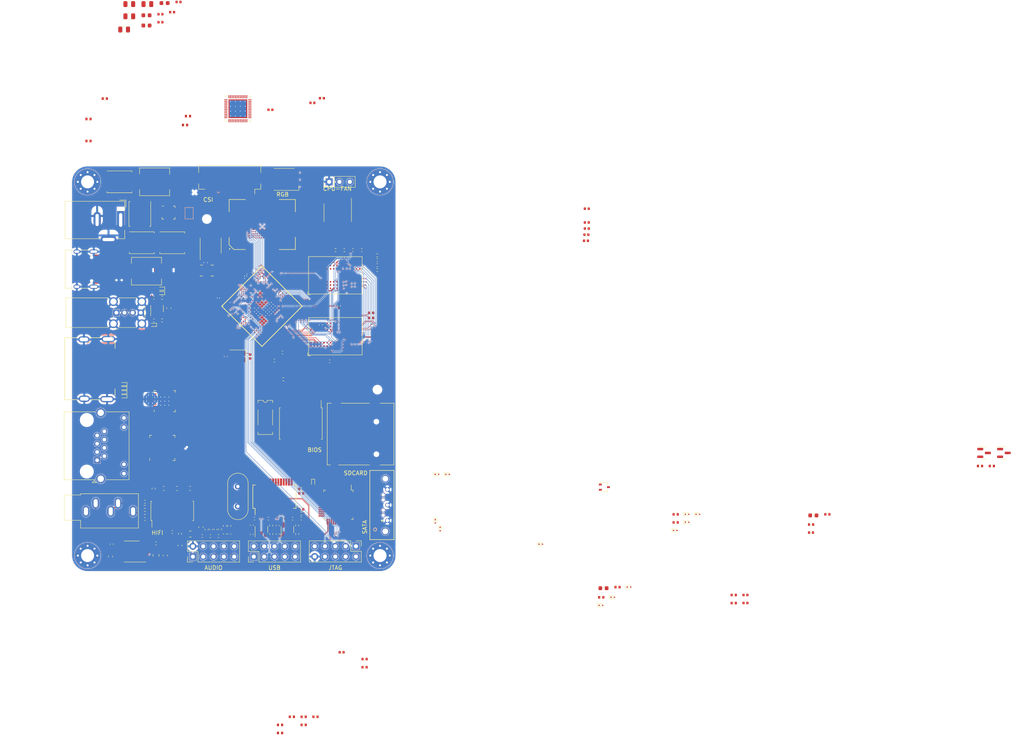
<source format=kicad_pcb>
(kicad_pcb (version 20210424) (generator pcbnew)
  (layers (0 "F.Cu" signal) (1 "In1.Cu" signal) (2 "In2.Cu" signal) (31 "B.Cu" signal) (34 "B.Paste" user) (35 "F.Paste" user) (36 "B.SilkS" user "B.Silkscreen") (37 "F.SilkS" user "F.Silkscreen") (38 "B.Mask" user) (39 "F.Mask" user) (44 "Edge.Cuts" user))
  (net 0 "")
  (net 1 "GND")
  (net 2 "/DRAM/SVREF")
  (net 3 "Net-(R1-Pad1)")
  (net 4 "Net-(R4-Pad1)")
  (net 5 "Net-(R5-Pad1)")
  (net 6 "/VCC-DRAM")
  (net 7 "/USBPORT/USB-VBUS1")
  (net 8 "/USB/USBHUB-AVDD")
  (net 9 "/USBPORT/USB-VBUS2")
  (net 10 "SCS1")
  (net 11 "SCKE1")
  (net 12 "/USBPORT/USB-VBUS3")
  (net 13 "/PORT/AUD-FIN-L")
  (net 14 "/5VSYS")
  (net 15 "/PORT/AUD-FIN-R")
  (net 16 "Net-(C51-Pad1)")
  (net 17 "Net-(C52-Pad1)")
  (net 18 "/AUDIO/HIFI-VCC")
  (net 19 "/AUDIO/HIFI-GND")
  (net 20 "/3V3SYS")
  (net 21 "/PORT/MICIN1P")
  (net 22 "/PORT/AUD-MIC-BIAS")
  (net 23 "/PORT/MICIN1N")
  (net 24 "/PORT/AUD-MIC-IN")
  (net 25 "/PORT/AUD-FOUT-L")
  (net 26 "/PORT/AUD-FOUT-R")
  (net 27 "/PORT/MBIAS")
  (net 28 "Net-(C86-Pad2)")
  (net 29 "Net-(C87-Pad2)")
  (net 30 "/USB-D1P")
  (net 32 "/USB-D1N")
  (net 33 "/USB/HUB3-DP")
  (net 34 "/SOC/PF5")
  (net 35 "/USB/HUB3-DN")
  (net 36 "/USB/HUB2-DN")
  (net 37 "/USB/HUB2-DP")
  (net 38 "/SOC/PF4")
  (net 39 "/SOC/PF3")
  (net 40 "/LED0_B")
  (net 41 "/LED0_G")
  (net 42 "/LED0_R")
  (net 43 "/3VSB")
  (net 45 "/5VSB")
  (net 46 "/HDMI/HDMI_CEC")
  (net 47 "/HDMI/HDMI_SCL")
  (net 48 "/HDMI/HDMI_SDA")
  (net 49 "/HDMI/HDMI_HPD")
  (net 50 "/HDMI/HDMI_D2P")
  (net 51 "/HDMI/HDMI_D2N")
  (net 52 "/HDMI/HDMI_D1P")
  (net 53 "/HDMI/HDMI_D1N")
  (net 54 "/HDMI/HDMI_D0P")
  (net 55 "/HDMI/HDMI_D0N")
  (net 56 "/HDMI/HDMI_CKP")
  (net 57 "/HDMI/HDMI_CKN")
  (net 58 "Net-(F1-Pad1)")
  (net 59 "/CSI/CAM_SDA")
  (net 60 "/CSI/VCC_CAM")
  (net 61 "/CSI/CAM_SCK")
  (net 62 "/CSI/CAM_RESET")
  (net 63 "/CSI/CAM_HSYNC")
  (net 64 "/CSI/CAM_STBY_EN")
  (net 65 "/CSI/CAM_VSYNC")
  (net 66 "/CSI/VCC_CAM1V5")
  (net 67 "/CSI/CAM_D7")
  (net 68 "/CSI/CAM_D6")
  (net 69 "/CSI/CAM_D5")
  (net 70 "/CSI/CAM_D4")
  (net 71 "SODT1")
  (net 72 "/CSI/CAM_D0")
  (net 73 "/CSI/CAM_D3")
  (net 74 "/CSI/CAM_D1")
  (net 75 "/CSI/CAM_D2")
  (net 76 "/CSI/VCC_CAMAF")
  (net 77 "Net-(J8-PadA4)")
  (net 79 "Net-(C19-Pad2)")
  (net 80 "Net-(C18-Pad2)")
  (net 81 "PWR_IRQ")
  (net 82 "PWRON")
  (net 83 "LX1")
  (net 84 "IPSOUT")
  (net 85 "CHSENSE")
  (net 86 "BAT")
  (net 87 "LDO3")
  (net 89 "Net-(D7-Pad2)")
  (net 90 "VBUS")
  (net 92 "/SOC/OTG-DN")
  (net 93 "/SOC/OTG-DP")
  (net 96 "LDO1")
  (net 97 "Net-(R11-Pad1)")
  (net 98 "Net-(R12-Pad1)")
  (net 100 "Net-(C64-Pad1)")
  (net 101 "/CELLIN")
  (net 102 "Net-(C65-Pad1)")
  (net 104 "LDO5")
  (net 105 "DCDC3")
  (net 106 "/SOC/PF1")
  (net 107 "LX3")
  (net 109 "AVCC")
  (net 111 "DCDC2")
  (net 112 "LX2")
  (net 113 "/SOC/PF0")
  (net 116 "PWR_SCK")
  (net 117 "PWR_SDA")
  (net 118 "/SOC/PF6")
  (net 119 "5V-HDMI")
  (net 121 "/PORT/S_JTAG_MS")
  (net 123 "/PORT/JTAG_MS")
  (net 124 "/FAN_FB")
  (net 125 "+5V")
  (net 126 "Net-(R14-Pad1)")
  (net 127 "Net-(R15-Pad1)")
  (net 128 "Net-(C114-Pad1)")
  (net 129 "/PORT/VCC-AUD")
  (net 130 "/PORT/HP-ON")
  (net 131 "/FAN_PWM")
  (net 149 "/12VIN")
  (net 150 "/POWER-SYS/3V5VIN")
  (net 151 "Net-(Q3-Pad4)")
  (net 152 "Net-(C98-Pad2)")
  (net 155 "Net-(AE1-Pad2)")
  (net 157 "/PORT/S_JTAG_CK")
  (net 158 "/PORT/JTAG_CK")
  (net 160 "Net-(Q4-Pad4)")
  (net 162 "Net-(Q5-Pad4)")
  (net 165 "Net-(C70-Pad1)")
  (net 167 "Net-(D21-Pad1)")
  (net 168 "/SOC/PG13")
  (net 169 "/PORT/S_JTAG_DO")
  (net 170 "Net-(R17-Pad1)")
  (net 171 "Net-(C99-Pad2)")
  (net 172 "Net-(R18-Pad1)")
  (net 173 "Net-(Q6-Pad4)")
  (net 174 "/DRAM/SCKP")
  (net 175 "/DRAM/SCKN")
  (net 176 "/PORT/LINEINL")
  (net 177 "/PORT/LINEINR")
  (net 178 "Net-(R21-Pad2)")
  (net 179 "Net-(R22-Pad2)")
  (net 180 "/CSI/CAM_MCLK")
  (net 181 "/CSI/CAM_PCLK")
  (net 182 "/PORT/JTAG_DO")
  (net 183 "/AUDIO/HIFI-OUTR")
  (net 184 "/AUDIO/HIFI-OUTL")
  (net 185 "GPIO3")
  (net 186 "N_OE")
  (net 187 "GPIO2")
  (net 188 "N_VBUSEN")
  (net 189 "PGND3")
  (net 190 "GPIO1")
  (net 191 "EXTEN")
  (net 192 "APS")
  (net 193 "AGND")
  (net 194 "BIAS")
  (net 195 "VREF")
  (net 196 "PWROK")
  (net 197 "VINT")
  (net 198 "LDO1SET")
  (net 199 "DC3SET")
  (net 200 "BACKUP")
  (net 201 "ACIN")
  (net 202 "CHGLED")
  (net 203 "TS")
  (net 204 "LDO3IN")
  (net 205 "/PORT/LINEOUTL")
  (net 206 "/PORT/LINEOUTR")
  (net 207 "/USB/VDD-USBHUB")
  (net 208 "/PORT/UART1_RX")
  (net 209 "/USB-D2P")
  (net 210 "/USB-D2N")
  (net 214 "/EMMC/SDC2_D0")
  (net 215 "/SOC/PA21")
  (net 216 "VCC_IO")
  (net 217 "/SOC/PC7")
  (net 222 "Net-(C35-Pad2)")
  (net 223 "Net-(R19-Pad1)")
  (net 224 "Net-(C33-Pad2)")
  (net 225 "Net-(C34-Pad2)")
  (net 229 "/SOC/PD4")
  (net 230 "/SOC/MICIN2N")
  (net 231 "/SOC/KEYADC")
  (net 232 "/SOC/NMI")
  (net 233 "/DRAM/SDQ29")
  (net 234 "/DRAM/SDQS3P")
  (net 242 "/DRAM/SDQ25")
  (net 245 "Net-(R23-Pad1)")
  (net 246 "/DRAM/SDQM3")
  (net 247 "/DRAM/SDQ21")
  (net 248 "/DRAM/SDQS2P")
  (net 249 "/DRAM/SDQ17")
  (net 250 "/DRAM/SDQM2")
  (net 251 "/DRAM/SCKE0")
  (net 252 "Net-(R20-Pad1)")
  (net 253 "/USB-D3P")
  (net 254 "/USB-D3N")
  (net 255 "/PORT/S_JTAG_DI")
  (net 256 "/PORT/JTAG_DI")
  (net 257 "/FLASH/SPI0_CS")
  (net 258 "/EMMC/SDC2_CLK")
  (net 259 "/EMMC/SDC2_D3")
  (net 260 "/FLASH/SPI0_CLK")
  (net 261 "/PORT/UART1_CTS")
  (net 262 "/SOC/PD6")
  (net 263 "/SOC/PG5")
  (net 264 "/SOC/PG4")
  (net 265 "/CSI/CAM_RESET#")
  (net 266 "/VCORE")
  (net 267 "/AUDIO/PCM0_SYNC")
  (net 268 "/AUDIO/PCM0_CLK")
  (net 269 "/FLASH/SPI0_MOSI")
  (net 270 "/SOC/PD2")
  (net 271 "/EMMC/SDC2_D1")
  (net 272 "Net-(C71-Pad1)")
  (net 273 "/AUDIO/PCM0_DOUT")
  (net 274 "VCC-IO")
  (net 275 "/SOC/PF2")
  (net 276 "/EMMC/SDC2_D2")
  (net 277 "/EMMC/SDC2_D7")
  (net 278 "/SOC/PA10")
  (net 279 "/SOC/PA6")
  (net 280 "Net-(C72-Pad1)")
  (net 281 "/PORT/UART1_RTS")
  (net 282 "/EMMC/SDC2_CMD")
  (net 283 "/TWI0-SDA")
  (net 284 "/SOC/PD12")
  (net 285 "/SOC/PA17")
  (net 286 "/SOC/PG3")
  (net 287 "/FLASH/SPI0_MISO")
  (net 288 "/SOC/PD0")
  (net 289 "Net-(C73-Pad1)")
  (net 290 "/PORT/PCM1_DOUT")
  (net 291 "/SOC/PC4")
  (net 292 "/PORT/PCM1_CLK")
  (net 293 "/SOC/PD5")
  (net 294 "/SOC/PD11")
  (net 295 "/VCC-RTC")
  (net 296 "/PORT/SPI1_MISO")
  (net 297 "/SOC/PD7")
  (net 298 "/VCC-RTCIO")
  (net 299 "/SOC/PL2")
  (net 300 "/DRAM/SDQM1")
  (net 301 "/SOC/PG2")
  (net 302 "/SOC/PD8")
  (net 303 "/3VEN")
  (net 304 "/EMMC/SDC2_RST")
  (net 305 "/EMMC/SDC2_D6")
  (net 306 "/PWROK")
  (net 307 "/PORT/SPI1_CS")
  (net 308 "/DRAM/SDQ9")
  (net 309 "/DRAM/SDQ10")
  (net 310 "/SOC/PG0")
  (net 311 "/5VEN")
  (net 312 "/DRAM/SDQ8")
  (net 313 "/DRAM/SDQS1N")
  (net 314 "/DRAM/SDQ11")
  (net 315 "/SOC/PD13")
  (net 316 "/SOC/PD15")
  (net 317 "/DRAM/SDQS1P")
  (net 318 "/SOC/PG1")
  (net 319 "/SOC/PD14")
  (net 347 "MDI3-")
  (net 348 "MDI3+")
  (net 350 "MDI2-")
  (net 351 "MDI2+")
  (net 353 "MDI1-")
  (net 354 "MDI1+")
  (net 356 "MDI0-")
  (net 357 "MDI0+")
  (net 358 "Net-(R7-Pad1)")
  (net 359 "Net-(J7-Pad13)")
  (net 360 "Net-(J7-Pad17)")
  (net 361 "/SOC/PD16")
  (net 362 "Net-(C32-Pad1)")
  (net 363 "/SOC/PD17")
  (net 365 "/DRAM/SDQ12")
  (net 366 "/DRAM/SDQ13")
  (net 367 "/TWI0-SCK")
  (net 369 "Net-(C59-Pad1)")
  (net 380 "/SOC/PD3")
  (net 381 "/DRAM/SDQ15")
  (net 382 "/DRAM/SDQM0")
  (net 383 "/DRAM/SDQ14")
  (net 384 "/PORT/UART0_TX")
  (net 385 "/DRAM/SA14")
  (net 386 "/DRAM/SA11")
  (net 387 "/DRAM/SDQ0")
  (net 388 "/PORT/SPI1_MOSI")
  (net 389 "/DRAM/SA10")
  (net 390 "/DRAM/SDQ2")
  (net 391 "/DRAM/SDQ1")
  (net 393 "Net-(C58-Pad1)")
  (net 394 "Net-(C57-Pad1)")
  (net 395 "Net-(C57-Pad2)")
  (net 396 "/DRAM/SA15")
  (net 397 "/DRAM/SA12")
  (net 398 "Net-(C56-Pad1)")
  (net 399 "/DRAM/SDQ4")
  (net 402 "Net-(C63-Pad2)")
  (net 403 "/DRAM/SDQS0P")
  (net 405 "Net-(Q1-Pad3)")
  (net 407 "/DRAM/SDQS0N")
  (net 408 "/SOC/PL8")
  (net 409 "/DRAM/SA0")
  (net 410 "/DRAM/SBA1")
  (net 413 "/PORT/S_UART_RX")
  (net 419 "/DRAM/SDQ5")
  (net 420 "/SOC/PL11")
  (net 421 "/DRAM/SCAS")
  (net 422 "/DRAM/SRST")
  (net 425 "/DRAM/SA1")
  (net 426 "/DRAM/SDQ6")
  (net 428 "/DRAM/SDQ7")
  (net 429 "/DRAM/SDQ3")
  (net 430 "/SOC/RESET")
  (net 431 "/DRAM/SA13")
  (net 440 "/DRAM/SRAS")
  (net 441 "/DRAM/SA7")
  (net 442 "/DRAM/SBA2")
  (net 443 "/DRAM/SA2")
  (net 444 "/DRAM/SA3")
  (net 448 "/DRAM/SA4")
  (net 449 "/SOC/UBOOT")
  (net 450 "SATA_RXP")
  (net 451 "SATA_RXN")
  (net 452 "SATA_TXN")
  (net 453 "SATA_TXP")
  (net 457 "Net-(C86-Pad1)")
  (net 458 "/DRAM/SDQ28")
  (net 459 "/DRAM/SODT0")
  (net 460 "/DRAM/SDQ24")
  (net 476 "USBHUB-RESET")
  (net 477 "/DRAM/SWE")
  (net 502 "/DRAM/SDQ19")
  (net 503 "/DRAM/SBA0")
  (net 504 "/DRAM/SA8")
  (net 505 "/DRAM/SCS0")
  (net 514 "/SOC/MICIN2P")
  (net 515 "/DRAM/SDQ31")
  (net 517 "/DRAM/SDQ30")
  (net 518 "/DRAM/SDQS3N")
  (net 521 "Net-(C76-Pad1)")
  (net 523 "/DRAM/SDQ27")
  (net 524 "/DRAM/SDQ26")
  (net 525 "Net-(C77-Pad1)")
  (net 526 "Net-(D20-Pad2)")
  (net 527 "/DRAM/SDQ23")
  (net 528 "/DRAM/SDQ22")
  (net 529 "/DRAM/SDQ20")
  (net 530 "/DRAM/SDQS2N")
  (net 531 "/DRAM/SDQ18")
  (net 532 "/DRAM/SDQ16")
  (net 533 "/DRAM/SA9")
  (net 534 "/DRAM/SA5")
  (net 535 "/DRAM/SA6")
  (net 538 "/SENSOR/ACCEL_INT")
  (net 539 "/SENSOR/GYRO_INT")
  (net 540 "/SOC/PD9")
  (net 541 "/PORT/UART1_TX")
  (net 542 "/PORT/SPI1_CLK")
  (net 543 "/GMAC/ERXCK")
  (net 544 "/GMAC/EMDC")
  (net 545 "/GMAC/EMDIO")
  (net 546 "/SATA/DN")
  (net 547 "/SATA/DP")
  (net 548 "/USB/USBHUB-PGAND")
  (net 549 "/USB/USBHUB-OVCUR1")
  (net 550 "/USB/USBHUB-PWREN1")
  (net 551 "/USB/VCC-USBHUB")
  (net 552 "/USB/HUB1-DN")
  (net 553 "/USB/HUB1-DP")
  (net 554 "Net-(R52-Pad2)")
  (net 555 "Net-(R57-Pad1)")
  (net 556 "Net-(R58-Pad1)")
  (net 557 "Net-(R56-Pad1)")
  (net 558 "Net-(C109-Pad2)")
  (net 559 "Net-(C108-Pad2)")
  (net 560 "Net-(R55-Pad1)")
  (net 561 "/PORT/UART0_RX")
  (net 562 "/SOC/PD10")
  (net 563 "/PORT/S_TWI_SDA")
  (net 564 "/EMMC/SDC2_D4")
  (net 565 "/PORT/PCM1_SYNC")
  (net 566 "/SOC/PL9")
  (net 567 "/PORT/S_TWI_SCK")
  (net 568 "/EMMC/SDC2_D5")
  (net 569 "/SOC/PL10")
  (net 570 "/EC/PD3")
  (net 571 "/EC/PD2")
  (net 572 "/EC/PD1")
  (net 573 "/EC/PC7")
  (net 574 "/EC/PC4")
  (net 575 "/EC/PB3")
  (net 576 "/EC/PA3")
  (net 581 "/EC/PD6")
  (net 582 "/EC/PD5")
  (net 583 "/EC/PD4")
  (net 584 "/SOC/PD1")
  (footprint "Capacitor_SMD:C_0402_1005Metric" (layer "F.Cu") (at 69.32 20.8)
    (fp_text reference "C1" hide)
    (fp_text value "104")
  )
  (footprint "Capacitor_SMD:C_0402_1005Metric" (layer "F.Cu") (at 75.32 23.3)
    (fp_text reference "C2" hide)
    (fp_text value "104")
  )
  (footprint "Capacitor_SMD:C_0402_1005Metric" (layer "F.Cu") (at 75.32 24.5 180)
    (fp_text reference "C3" hide)
    (fp_text value "104")
  )
  (footprint "Capacitor_SMD:C_0402_1005Metric" (layer "F.Cu") (at 63.6 48.2)
    (fp_text reference "C4" hide)
    (fp_text value "104")
  )
  (footprint "Capacitor_SMD:C_0402_1005Metric" (layer "F.Cu") (at 126.8 17)
    (fp_text reference "C5" hide)
    (fp_text value "10uF")
  )
  (footprint "Capacitor_SMD:C_0402_1005Metric" (layer "F.Cu") (at 126.7 18.5)
    (fp_text reference "C6" hide)
    (fp_text value "10uF")
  )
  (footprint "Capacitor_SMD:C_0402_1005Metric" (layer "F.Cu") (at 126.9 15.5)
    (fp_text reference "C7" hide)
    (fp_text value "1uF")
  )
  (footprint "Capacitor_SMD:C_0402_1005Metric" (layer "F.Cu") (at 126.9 10.6)
    (fp_text reference "C8" hide)
    (fp_text value "1uF")
  )
  (footprint "Capacitor_SMD:C_0402_1005Metric" (layer "F.Cu") (at 71.48 20.8)
    (fp_text reference "C9" hide)
    (fp_text value "104")
  )
  (footprint "Capacitor_SMD:C_0402_1005Metric" (layer "F.Cu") (at 126.9 14)
    (fp_text reference "C10" hide)
    (fp_text value "104")
  )
  (footprint "Resistor_SMD:R_0402_1005Metric" (layer "F.Cu") (at 52.2 52.6)
    (fp_text reference "R1" hide)
    (fp_text value "240")
  )
  (footprint "Resistor_SMD:R_0402_1005Metric" (layer "F.Cu") (at 75.29 22.1)
    (fp_text reference "R2" hide)
    (fp_text value "2K")
  )
  (footprint "Resistor_SMD:R_0402_1005Metric" (layer "F.Cu") (at 75.29 25.7 180)
    (fp_text reference "R3" hide)
    (fp_text value "2K")
  )
  (footprint "Resistor_SMD:R_0402_1005Metric" (layer "F.Cu") (at 65.05 20.8 180)
    (fp_text reference "R4" hide)
    (fp_text value "240")
  )
  (footprint "Resistor_SMD:R_0402_1005Metric" (layer "F.Cu") (at 67.2 20.8 180)
    (fp_text reference "R5" hide)
    (fp_text value "240")
  )
  (footprint "Resistor_SMD:R_0402_1005Metric" (layer "F.Cu") (at 65.9 34.55 90)
    (fp_text reference "R6" hide)
    (fp_text value "100")
  )
  (footprint "h3:H3" (layer "F.Cu") (at 47 34.530015 45)
    (fp_text reference "U1" hide)
    (fp_text value "h3")
  )
  (footprint "Package_BGA:BGA-96_9.0x13.0mm_Layout2x3x16_P0.8mm" (layer "F.Cu") (at 65 27 90)
    (fp_text reference "U2" hide)
    (fp_text value "DDR3")
  )
  (footprint "Package_SO:SOP-8_3.76x4.96mm_P1.27mm" (layer "F.Cu") (at 34.3 19.69 90)
    (fp_text reference "U17" hide)
    (fp_text value "lm75a")
  )
  (footprint "Resistor_SMD:R_0402_1005Metric" (layer "F.Cu") (at 134.47 103.771827)
    (fp_text reference "R30" hide)
    (fp_text value "1M")
  )
  (footprint "Diode_SMD:D_SOD-923" (layer "F.Cu") (at 12.9 56.79 180)
    (fp_text reference "D28" hide)
    (fp_text value "ESD9B3.3ST5G")
  )
  (footprint "Package_TO_SOT_SMD:TDSON-8-1" (layer "F.Cu") (at 11.85 3.99)
    (fp_text reference "Q4" hide)
    (fp_text value "PK6D0BA")
  )
  (footprint "Capacitor_SMD:C_0402_1005Metric" (layer "F.Cu") (at 38 46.99 90)
    (fp_text reference "C71" hide)
    (fp_text value "18pF")
  )
  (footprint "Capacitor_SMD:C_0402_1005Metric" (layer "F.Cu") (at 38.9 90.69 -90)
    (fp_text reference "C76" hide)
    (fp_text value "C")
  )
  (footprint "Diode_SMD:D_SOD-923" (layer "F.Cu") (at 115.56 93.2)
    (fp_text reference "D3" hide)
    (fp_text value "ESD9B3.3ST5G")
  )
  (footprint "Capacitor_SMD:C_0402_1005Metric" (layer "F.Cu") (at 45.1 86.89 180)
    (fp_text reference "C84" hide)
    (fp_text value "104")
  )
  (footprint "Resistor_SMD:R_0402_1005Metric" (layer "F.Cu") (at 49.2 88.59 -90)
    (fp_text reference "R18" hide)
    (fp_text value "100K")
  )
  (footprint "Capacitor_SMD:C_0402_1005Metric" (layer "F.Cu") (at 18.12 87)
    (fp_text reference "C65" hide)
    (fp_text value "4700pF")
  )
  (footprint "Package_TO_SOT_SMD:TDSON-8-1" (layer "F.Cu") (at 24.85 18.99)
    (fp_text reference "Q5" hide)
    (fp_text value "AON7506")
  )
  (footprint "MountingHole:MountingHole_2.2mm_M2" (layer "F.Cu") (at 75.360192 55.149611)
    (fp_text reference "H5" hide)
    (fp_text value "MountingHole_Pad")
  )
  (footprint "Resistor_SMD:R_0402_1005Metric" (layer "F.Cu") (at 38.9 88.69 -90)
    (fp_text reference "R43" hide)
    (fp_text value "R")
  )
  (footprint "Resistor_SMD:R_0402_1005Metric" (layer "F.Cu") (at 49.2 90.7 90)
    (fp_text reference "R20" hide)
    (fp_text value "6K8")
  )
  (footprint "Package_DFN_QFN:WQFN-20-1EP_3x3mm_P0.4mm_EP1.7x1.7mm" (layer "F.Cu") (at 23.925 11.565)
    (fp_text reference "U20" hide)
    (fp_text value "rt6585")
  )
  (footprint "hdmi:hdmi" (layer "F.Cu") (at 4 49.99 -90)
    (fp_text reference "J1" hide)
    (fp_text value "HDMI_A" hide)
  )
  (footprint "Inductor_SMD:L_Abracon_ASPI-0630LR" (layer "F.Cu") (at 18.5 25.99)
    (fp_text reference "L9" hide)
    (fp_text value "L")
  )
  (footprint "Capacitor_SMD:C_0603_1608Metric" (layer "F.Cu") (at 131.01 104.031827)
    (fp_text reference "C69" hide)
    (fp_text value "10uF")
  )
  (footprint "Diode_SMD:D_SOD-923" (layer "F.Cu") (at 89.6 87.57 -90)
    (fp_text reference "D8" hide)
    (fp_text value "ESD9B3.3ST5G")
  )
  (footprint "Resistor_SMD:R_0402_1005Metric" (layer "F.Cu") (at 148.78 87.841827)
    (fp_text reference "R36" hide)
    (fp_text value "47K")
  )
  (footprint "Resistor_SMD:R_0402_1005Metric" (layer "F.Cu") (at 163.07 105.711827)
    (fp_text reference "R16" hide)
    (fp_text value "R")
  )
  (footprint "Resistor_SMD:R_0402_1005Metric" (layer "F.Cu") (at 72.19 123.48)
    (fp_text reference "R47" hide)
    (fp_text value "100K")
  )
  (footprint "MountingHole:MountingHole_3.2mm_M3_Pad_Via" (layer "F.Cu") (at 76 96)
    (fp_text reference "H2" hide)
    (fp_text value "MountingHole_Pad")
  )
  (footprint "Resistor_SMD:R_0402_1005Metric" (layer "F.Cu") (at 22.35 32.5 180)
    (fp_text reference "R17" hide)
    (fp_text value "100K")
  )
  (footprint "Resistor_SMD:R_0402_1005Metric" (layer "F.Cu") (at 26.75 90.61 -90)
    (fp_text reference "R31" hide)
    (fp_text value "NC")
  )
  (footprint "Capacitor_SMD:C_0805_2012Metric" (layer "F.Cu") (at 13 -33.51)
    (fp_text reference "C102" hide)
    (fp_text value "10uF")
  )
  (footprint "Capacitor_SMD:C_0603_1608Metric" (layer "F.Cu") (at 26.75 93.515 -90)
    (fp_text reference "C55" hide)
    (fp_text value "1uF")
  )
  (footprint "Resistor_SMD:R_0402_1005Metric" (layer "F.Cu") (at 37.8 88.69 -90)
    (fp_text reference "R44" hide)
    (fp_text value "R")
  )
  (footprint "Package_QFP:LQFP-48_7x7mm_P0.5mm" (layer "F.Cu") (at 65.75 83.49 -90)
    (fp_text reference "U18" hide)
    (fp_text value "gl830")
  )
  (footprint "Package_DFN_QFN:QFN-32-1EP_5x5mm_P0.5mm_EP3.1x3.1mm_ThermalVias" (layer "F.Cu") (at 23 57.99 90)
    (fp_text reference "U10" hide)
    (fp_text value "ESP8089")
  )
  (footprint "Diode_SMD:D_SOD-923" (layer "F.Cu") (at 151.595 85.831827)
    (fp_text reference "D4" hide)
    (fp_text value "ESD9B3.3ST5G")
  )
  (footprint "Resistor_SMD:R_0402_1005Metric" (layer "F.Cu") (at 56.6 84.59)
    (fp_text reference "R48" hide)
    (fp_text value "10K")
  )
  (footprint "Capacitor_SMD:C_0805_2012Metric" (layer "F.Cu") (at 14.27 -39.77)
    (fp_text reference "C103" hide)
    (fp_text value "10uF")
  )
  (footprint "Connector_USB:USB_C_Receptacle_HRO_TYPE-C-31-M-12" (layer "F.Cu") (at 2.39 25.49 -90)
    (fp_text reference "J8" hide)
    (fp_text value "USB_C_Receptacle_USB2.0")
  )
  (footprint "Capacitor_SMD:C_0402_1005Metric" (layer "F.Cu") (at 32.22 91.19 180)
    (fp_text reference "C79" hide)
    (fp_text value "33pF")
  )
  (footprint "Diode_SMD:D_SOD-923" (layer "F.Cu") (at 137.285 103.751827)
    (fp_text reference "D5" hide)
    (fp_text value "ESD9B3.3ST5G")
  )
  (footprint "Diode_SMD:D_SOD-923" (layer "F.Cu") (at 151.595 87.781827)
    (fp_text reference "D16" hide)
    (fp_text value "ESD9B3.3ST5G")
  )
  (footprint "Resistor_SMD:R_0402_1005Metric" (layer "F.Cu") (at 33.3 89.59 -90)
    (fp_text reference "R45" hide)
    (fp_text value "2K")
  )
  (footprint "Diode_SMD:D_SOD-923" (layer "F.Cu") (at 22.2 31.39 180)
    (fp_text reference "D1" hide)
    (fp_text value "ESD9B3.3ST5G")
  )
  (footprint "Diode_SMD:D_SOD-923" (layer "F.Cu") (at 133.275 106.261827)
    (fp_text reference "D9" hide)
    (fp_text value "ESD9B3.3ST5G")
  )
  (footprint "Package_SO:SOP-16_4.55x10.3mm_P1.27mm" (layer "F.Cu") (at 24.85 85 90)
    (fp_text reference "U15" hide)
    (fp_text value "es9023")
  )
  (footprint "Capacitor_SMD:C_0402_1005Metric" (layer "F.Cu") (at 165.96 105.701827)
    (fp_text reference "C51" hide)
    (fp_text value "C")
  )
  (footprint "Capacitor_SMD:C_0402_1005Metric" (layer "F.Cu") (at 50.8 88.59 -90)
    (fp_text reference "C30" hide)
    (fp_text value "1uF")
  )
  (footprint "Package_TO_SOT_SMD:TDSON-8-1" (layer "F.Cu") (at 17.35 18.99)
    (fp_text reference "Q6" hide)
    (fp_text value "PK6D0BA")
  )
  (footprint "Capacitor_SMD:C_0402_1005Metric" (layer "F.Cu") (at 20.33 38.1)
    (fp_text reference "C28" hide)
    (fp_text value "104")
  )
  (footprint "Resistor_SMD:R_0402_1005Metric" (layer "F.Cu") (at 4.23 -11.48)
    (fp_text reference "R7" hide)
    (fp_text value "R")
  )
  (footprint "Capacitor_SMD:C_0805_2012Metric" (layer "F.Cu") (at 18.72 -39.77)
    (fp_text reference "C104" hide)
    (fp_text value "10uF")
  )
  (footprint "Resistor_SMD:R_0402_1005Metric" (layer "F.Cu") (at 163.07 107.701827)
    (fp_text reference "R13" hide)
    (fp_text value "R")
  )
  (footprint "Resistor_SMD:R_0402_1005Metric" (layer "F.Cu") (at 57.2 137.68)
    (fp_text reference "R38" hide)
    (fp_text value "10K")
  )
  (footprint "Capacitor_SMD:C_0402_1005Metric" (layer "F.Cu") (at 34.4 89.57 -90)
    (fp_text reference "C74" hide)
    (fp_text value "104")
  )
  (footprint "Capacitor_SMD:C_0402_1005Metric" (layer "F.Cu") (at 66.54 119.81)
    (fp_text reference "C83" hide)
    (fp_text value "104")
  )
  (footprint "Package_DFN_QFN:QFN-48-1EP_6x6mm_P0.4mm_EP4.2x4.2mm" (layer "F.Cu") (at 22.4 69.49 90)
    (fp_text reference "U12" hide)
    (fp_text value "rtl8211")
  )
  (footprint "Diode_SMD:D_SOD-923" (layer "F.Cu") (at 12.9 54.79 180)
    (fp_text reference "D30" hide)
    (fp_text value "ESD9B3.3ST5G")
  )
  (footprint "Inductor_SMD:L_Abracon_ASPI-0630LR" (layer "F.Cu") (at 20.5 3.99)
    (fp_text reference "L8" hide)
    (fp_text value "L")
  )
  (footprint "Capacitor_SMD:C_0603_1608Metric" (layer "F.Cu") (at 24 35.1 90)
    (fp_text reference "C23" hide)
    (fp_text value "10uF")
  )
  (footprint "LED_SMD:LED_RGB_5050-6" (layer "F.Cu") (at 52.4 3.39 180)
    (fp_text reference "D19" hide)
    (fp_text value "LED_RGB")
  )
  (footprint "Connector_RJ:RJ45_Amphenol_RJHSE538X" (layer "F.Cu") (at 6.35 72.532 90)
    (fp_text reference "J4" hide)
    (fp_text value "RJ45_LED")
  )
  (footprint "Resistor_SMD:R_0402_1005Metric" (layer "F.Cu") (at 55.6 90.7 90)
    (fp_text reference "R12" hide)
    (fp_text value "6K8")
  )
  (footprint "Connector_PinHeader_2.54mm:PinHeader_1x03_P2.54mm_Vertical" (layer "F.Cu") (at 63.475 3.99 90)
    (fp_text reference "J11" hide)
    (fp_text value "Conn_01x03_Male")
  )
  (footprint "Crystal:Crystal_HC49-4H_Vertical" (layer "F.Cu") (at 41 78.99 -90)
    (fp_text reference "Y5" hide)
    (fp_text value "12Mhz")
  )
  (footprint "Resistor_SMD:R_0402_1005Metric" (layer "F.Cu") (at 186.13 85.851827)
    (fp_text reference "R22" hide)
    (fp_text value "NC")
  )
  (footprint "Capacitor_SMD:C_0603_1608Metric" (layer "F.Cu") (at 22.75 79.49)
    (fp_text reference "C59" hide)
    (fp_text value "2.2uF")
  )
  (footprint "Capacitor_SMD:C_0402_1005Metric" (layer "F.Cu") (at 50.8 90.71 90)
    (fp_text reference "C31" hide)
    (fp_text value "104")
  )
  (footprint "Resistor_SMD:R_0402_1005Metric" (layer "F.Cu") (at 8.24 -16.5)
    (fp_text reference "R8" hide)
    (fp_text value "R")
  )
  (footprint "Resistor_SMD:R_0402_1005Metric" (layer "F.Cu") (at 18.09 85.5)
    (fp_text reference "R34" hide)
    (fp_text value "0R")
  )
  (footprint "Package_LGA:LGA-14_3x2.5mm_P0.5mm_LayoutBorder3x4y" (layer "F.Cu") (at 33.3375 25.84)
    (fp_text reference "U11" hide)
    (fp_text value "LSM6DS3")
  )
  (footprint "Diode_SMD:D_SOD-923" (layer "F.Cu") (at 130.365 108.251827)
    (fp_text reference "D6" hide)
    (fp_text value "ESD9B3.3ST5G")
  )
  (footprint "Capacitor_SMD:C_0402_1005Metric" (layer "F.Cu") (at 56.6 86.89)
    (fp_text reference "C88" hide)
    (fp_text value "104")
  )
  (footprint "Capacitor_SMD:C_0402_1005Metric" (layer "F.Cu") (at 35.5 89.57 -90)
    (fp_text reference "C75" hide)
    (fp_text value "104")
  )
  (footprint "Capacitor_SMD:C_0402_1005Metric" (layer "F.Cu") (at 56.6 80.69)
    (fp_text reference "C87" hide)
    (fp_text value "C")
  )
  (footprint "Capacitor_SMD:C_0402_1005Metric" (layer "F.Cu") (at 24.87 90.2 180)
    (fp_text reference "C60" hide)
    (fp_text value "0.1uF")
  )
  (footprint "Diode_SMD:D_SOD-923" (layer "F.Cu") (at 59.525 77.99 -90)
    (fp_text reference "D15" hide)
    (fp_text value "ESD9B3.3ST5G")
  )
  (footprint "Capacitor_SMD:C_0402_1005Metric" (layer "F.Cu") (at 37.8 90.69 -90)
    (fp_text reference "C77" hide)
    (fp_text value "C")
  )
  (footprint "MountingHole:MountingHole_3.2mm_M3_Pad_Via" (layer "F.Cu") (at 4 96)
    (fp_text reference "H1" hide)
    (fp_text value "MountingHole_Pad")
  )
  (footprint "Package_TO_SOT_SMD:TDSON-8-1" (layer "F.Cu") (at 16.865 11.89 -90)
    (fp_text reference "Q3" hide)
    (fp_text value "AON7506")
  )
  (footprint "Resistor_SMD:R_0402_1005Metric" (layer "F.Cu") (at 20.25 79.49 -90)
    (fp_text reference "R32" hide)
    (fp_text value "R")
  )
  (footprint "Connector_Audio:Jack_3.5mm_CUI_SJ1-3535NG_Horizontal" (layer "F.Cu") (at 3.6 85.1 90)
    (fp_text reference "J9" hide)
    (fp_text value "AudioJack3_Ground_SwitchTR")
  )
  (footprint "Package_BGA:BGA-96_9.0x13.0mm_Layout2x3x16_P0.8mm" (layer "F.Cu") (at 65 42 90)
    (fp_text reference "U6" hide)
    (fp_text value "DDR3")
  )
  (footprint "Resistor_SMD:R_0402_1005Metric" (layer "F.Cu") (at 130.46 106.281827)
    (fp_text reference "R35" hide)
    (fp_text value "47K")
  )
  (footprint "Package_TO_SOT_SMD:SOT-23-5" (layer "F.Cu") (at 53.2 89.59 90)
    (fp_text reference "U5" hide)
    (fp_text value "SY6280")
  )
  (footprint "Capacitor_SMD:C_0402_1005Metric" (layer "F.Cu") (at 21.94 -37.28)
    (fp_text reference "C109" hide)
    (fp_text value "104")
  )
  (footprint "Capacitor_SMD:C_0402_1005Metric" (layer "F.Cu") (at 34.24 91.19)
    (fp_text reference "C80" hide)
    (fp_text value "101")
  )
  (footprint "Resistor_SMD:R_0402_1005Metric" (layer "F.Cu") (at 148.78 85.851827)
    (fp_text reference "R29" hide)
    (fp_text value "33R")
  )
  (footprint "Resistor_SMD:R_0402_1005Metric" (layer "F.Cu") (at 54.29 135.69)
    (fp_text reference "R42" hide)
    (fp_text value "10K")
  )
  (footprint "Capacitor_SMD:C_0402_1005Metric" (layer "F.Cu") (at 44.4 90.79 90)
    (fp_text reference "C29" hide)
    (fp_text value "104")
  )
  (footprint "Package_BGA:LFBGA-169_16x12mm_Layout28x14_P0.5mm_Ball0.3_Pad0.3mm_NSMD" (layer "F.Cu") (at 47 14.5)
    (fp_text reference "U9" hide)
    (fp_text value "emmc")
  )
  (footprint "Capacitor_SMD:C_0402_1005Metric" (layer "F.Cu") (at 52 45.99)
    (fp_text reference "C73" hide)
    (fp_text value "18pF")
  )
  (footprint "Resistor_SMD:R_0402_1005Metric" (layer "F.Cu") (at 18.09 84)
    (fp_text reference "R33" hide)
    (fp_text value "0R")
  )
  (footprint "Package_TO_SOT_SMD:SOT-23-5" (layer "F.Cu") (at 46.8 89.59 90)
    (fp_text reference "U8" hide)
    (fp_text value "SY6280")
  )
  (footprint "Connector_USB:USB_A_Wuerth_614004134726_Horizontal" (layer "F.Cu") (at 11.09 36.2)
    (fp_text reference "J2" hide)
    (fp_text value "USB_A")
  )
  (footprint "Capacitor_SMD:C_0402_1005Metric" (layer "F.Cu") (at 59.35 -15.45)
    (fp_text reference "C37" hide)
    (fp_text value "0.1uF")
  )
  (footprint "Diode_SMD:D_SOD-923" (layer "F.Cu") (at 22.2 30.29 180)
    (fp_text reference "D2" hide)
    (fp_text value "ESD9B3.3ST5G")
  )
  (footprint "MountingHole:MountingHole_3.2mm_M3_Pad_Via" (layer "F.Cu") (at 76 4)
    (fp_text reference "H3" hide)
    (fp_text value "MountingHole_Pad")
  )
  (footprint "Diode_SMD:D_SOD-923" (layer "F.Cu") (at 90.8 89.47 -90)
    (fp_text reference "D10" hide)
    (fp_text value "ESD9B3.3ST5G")
  )
  (footprint "Diode_SMD:D_SOD-923" (layer "F.Cu") (at 12.9 53.79 180)
    (fp_text reference "D31" hide)
    (fp_text value "ESD9B3.3ST5G")
  )
  (footprint "Connector_PinHeader_2.54mm:PinHeader_2x05_P2.54mm_Vertical" (layer "F.Cu") (at 29.925 96.265 90)
    (fp_text reference "J13" hide)
    (fp_text value "Conn_02x05_Odd_Even")
  )
  (footprint "Capacitor_SMD:C_0805_2012Metric" (layer "F.Cu") (at 20.85 95.95 90)
    (fp_text reference "C62" hide)
    (fp_text value "10uF")
  )
  (footprint "Crystal:Crystal_SMD_SeikoEpson_FA238-4Pin_3.2x2.5mm" (layer "F.Cu") (at 41 46.99 180)
    (fp_text reference "Y3" hide)
    (fp_text value "Crystal_GND24")
  )
  (footprint "Capacitor_SMD:C_0603_1608Metric" (layer "F.Cu") (at 31.9 88.99 90)
    (fp_text reference "C78" hide)
    (fp_text value "10uF")
  )
  (footprint "Resistor_SMD:R_0402_1005Metric" (layer "F.Cu") (at 72.19 121.49)
    (fp_text reference "R50" hide)
    (fp_text value "470R")
  )
  (footprint "Capacitor_SMD:C_0402_1005Metric" (layer "F.Cu") (at 182.1 90.341827)
    (fp_text reference "C68" hide)
    (fp_text value "104")
  )
  (footprint "Capacitor_SMD:C_0402_1005Metric" (layer "F.Cu") (at 44.4 88.51 -90)
    (fp_text reference "C26" hide)
    (fp_text value "1uF")
  )
  (footprint "Capacitor_SMD:C_0402_1005Metric" (layer "F.Cu") (at 54.5 86.89)
    (fp_text reference "C24" hide)
    (fp_text value "104")
  )
  (footprint "Capacitor_SMD:C_0603_1608Metric" (layer "F.Cu") (at 26.025 79.49 180)
    (fp_text reference "C58" hide)
    (fp_text value "1uF")
  )
  (footprint "Connector_PinHeader_2.54mm:PinHeader_2x05_P2.54mm_Vertical" (layer "F.Cu") (at 70.065 93.705 -90)
    (fp_text reference "J10" hide)
    (fp_text value "Conn_02x05_Odd_Even")
  )
  (footprint "sata:5607-5102-SH" (layer "F.Cu") (at 77 83.49 90)
    (fp_text reference "J14" hide)
    (fp_text value "Conn_01x07_Shielded" hide)
  )
  (footprint "Capacitor_SMD:C_0603_1608Metric" (layer "F.Cu") (at 22.95 -40.02)
    (fp_text reference "C112" hide)
    (fp_text value "22uF")
  )
  (footprint "Package_TO_SOT_SMD:SOT-23" (layer "F.Cu") (at 229.59 70.731827)
    (fp_text reference "Q2" hide)
    (fp_text value "Q_PMOS_GSD")
  )
  (footprint "Diode_SMD:D_SOD-923" (layer "F.Cu") (at 90 75.99)
    (fp_text reference "D11" hide)
    (fp_text value "ESD9B3.3ST5G")
  )
  (footprint "Package_SO:SOP-8_3.76x4.96mm_P1.27mm" (layer "F.Cu") (at 14.85 95 180)
    (fp_text reference "U16" hide)
    (fp_text value "lt1763")
  )
  (footprint "Connector_PinHeader_2.54mm:PinHeader_2x05_P2.54mm_Vertical" (layer "F.Cu") (at 44.925 96.265 90)
    (fp_text reference "J5" hide)
    (fp_text value "Conn_02x05_Odd_Even")
  )
  (footprint "Resistor_SMD:R_0402_1005Metric" (layer "F.Cu") (at 28.72 -12.19)
    (fp_text reference "R24" hide)
    (fp_text value "R")
  )
  (footprint "Capacitor_SMD:C_0805_2012Metric" (layer "F.Cu") (at 14.27 -36.76)
    (fp_text reference "C105" hide)
    (fp_text value "10uF")
  )
  (footprint "Diode_SMD:D_SOD-923" (layer "F.Cu") (at 20.2 39.2 180)
    (fp_text reference "D14" hide)
    (fp_text value "ESD9B3.3ST5G")
  )
  (footprint "Package_SO:SSOP-28_5.3x10.2mm_P0.65mm" (layer "F.Cu") (at 50 81.49 90)
    (fp_text reference "U19" hide)
    (fp_text value "gl850g")
  )
  (footprint "MountingHole:MountingHole_3.2mm_M3_Pad_Via" (layer "F.Cu") (at 4 4)
    (fp_text reference "H4" hide)
    (fp_text value "MountingHole_Pad")
  )
  (footprint "Crystal:Crystal_SMD_SeikoEpson_MC306-4Pin_8.0x3.2mm" (layer "F.Cu") (at 47.75 61.99 -90)
    (fp_text reference "Y4" hide)
    (fp_text value "Crystal_GND23")
  )
  (footprint "Capacitor_SMD:C_0402_1005Metric" (layer "F.Cu") (at 20.33 32.5)
    (fp_text reference "C27" hide)
    (fp_text value "1uF")
  )
  (footprint "Capacitor_SMD:C_0402_1005Metric" (layer "F.Cu") (at 36.22 91.19)
    (fp_text reference "C81" hide)
    (fp_text value "33pF")
  )
  (footprint "Diode_SMD:D_SOD-923" (layer "F.Cu") (at 148.685 89.811827)
    (fp_text reference "D7" hide)
    (fp_text value "ESD9B3.3ST5G")
  )
  (footprint "Capacitor_SMD:C_0402_1005Metric" (layer "F.Cu") (at 26.39 -40.29)
    (fp_text reference "C106" hide)
    (fp_text value "104")
  )
  (footprint "Diode_SMD:D_SOD-923" (layer "F.Cu") (at 12.88 55.79 180)
    (fp_text reference "D29" hide)
    (fp_text value "ESD9B3.3ST5G")
  )
  (footprint "Package_TO_SOT_SMD:SOT-323_SC-70" (layer "F.Cu") (at 131.23 79.151827)
    (fp_text reference "D21" hide)
    (fp_text value "BAT54CW")
  )
  (footprint "Resistor_SMD:R_0402_1005Metric" (layer "F.Cu") (at 73.81 37.5)
    (fp_text reference "R15" hide)
    (fp_text value "240")
  )
  (footprint "Resistor_SMD:R_0402_1005Metric" (layer "F.Cu") (at 73.81 36.25)
    (fp_text reference "R14" hide)
    (fp_text value "240")
  )
  (footprint "tf:tf_lock" (layer "F.Cu") (at 69.4 66.09 90)
    (fp_text reference "U14" hide)
    (fp_text value "tf")
  )
  (footprint "Capacitor_SMD:C_0402_1005Metric" (layer "F.Cu") (at 165.96 107.671827)
    (fp_text reference "C32" hide)
    (fp_text value "C")
  )
  (footprint "Resistor_SMD:R_0402_1005Metric" (layer "F.Cu") (at 226.62 73.951827)
    (fp_text reference "R66" hide)
    (fp_text value "10K")
  )
  (footprint "Resistor_SMD:R_0402_1005Metric" (layer "F.Cu") (at 182.12 88.361827)
    (fp_text reference "R21" hide)
    (fp_text value "NC")
  )
  (footprint "Resistor_SMD:R_0402_1005Metric" (layer "F.Cu") (at 22.36 38.1 180)
    (fp_text reference "R19" hide)
    (fp_text value "6K8")
  )
  (footprint "MountingHole:MountingHole_2.2mm_M2" (layer "F.Cu") (at 33.360192 13.149611)
    (fp_text reference "H6" hide)
    (fp_text value "MountingHole_Pad")
  )
  (footprint "Resistor_SMD:R_0402_1005Metric" (layer "F.Cu") (at 56.6 85.69)
    (fp_text reference "R49" hide)
    (fp_text value "47K")
  )
  (footprint "Package_DFN_QFN:QFN-48-1EP_6x6mm_P0.4mm_EP4.6x4.6mm_ThermalVias" (layer "F.Cu") (at 41 -14.01)
    (fp_text reference "U3" hide)
    (fp_text value "AXP209")
  )
  (footprint "Capacitor_SMD:C_0402_1005Metric" (layer "F.Cu") (at 24.81 -37.78)
    (fp_text reference "C107" hide)
    (fp_text value "104")
  )
  (footprint "Capacitor_SMD:C_0402_1005Metric" (layer "F.Cu") (at 18.12 82.75)
    (fp_text reference "C64" hide)
    (fp_text value "4700pF")
  )
  (footprint "Capacitor_SMD:C_0402_1005Metric" (layer "F.Cu") (at 9.95 93.2 -90)
    (fp_text reference "C67" hide)
    (fp_text value "0.1uF")
  )
  (footprint "Capacitor_SMD:C_0603_1608Metric" (layer "F.Cu") (at 18.5 -34.5)
    (fp_text reference "C97" hide)
    (fp_text value "4.7uF")
  )
  (footprint "Resistor_SMD:R_0402_1005Metric" (layer "F.Cu") (at 55.6 88.59 -90)
    (fp_text reference "R11" hide)
    (fp_text value "100K")
  )
  (footprint "Resistor_SMD:R_0402_1005Metric" (layer "F.Cu") (at 57.2 135.69)
    (fp_text reference "R37" hide)
    (fp_text value "10K")
  )
  (footprint "Capacitor_SMD:C_0402_1005Metric" (layer "F.Cu") (at 48.5 86.89 180)
    (fp_text reference "C25" hide)
    (fp_text value "104")
  )
  (footprint "Resistor_SMD:R_0402_1005Metric" (layer "F.Cu") (at 51.38 137.68)
    (fp_text reference "R41" hide)
    (fp_text value "10K")
  )
  (footprint "Resistor_SMD:R_0402_1005Metric" (layer "F.Cu") (at 60.11 135.69)
    (fp_text reference "R39" hide)
    (fp_text value "10K")
  )
  (footprint "Capacitor_SMD:C_0402_1005Metric" (layer "F.Cu") (at 21.94 -35.31)
    (fp_text reference "C108" hide)
    (fp_text value "104")
  )
  (footprint "Resistor_SMD:R_0402_1005Metric" (layer "F.Cu") (at 51.38 139.67)
    (fp_text reference "R40" hide)
    (fp_text value "10K")
  )
  (footprint "Package_TO_SOT_SMD:SOT-23" (layer "F.Cu") (at 224.7 70.731827)
    (fp_text reference "Q1" hide)
    (fp_text value "Q_NMOS_GSD")
  )
  (footprint "Capacitor_SMD:C_0603_1608Metric" (layer "F.Cu") (at 182.67 86.111827)
    (fp_text reference "C52" hide)
    (fp_text value "1uF")
  )
  (footprint "Capacitor_SMD:C_0402_1005Metric" (layer "F.Cu") (at 49.02 -13.75)
    (fp_text reference "C35" hide)
    (fp_text value "5.6pF")
  )
  (footprint "Connector_FFC-FPC:Hirose_FH12-24S-0.5SH_1x24-1MP_P0.50mm_Horizontal" (layer "F.Cu") (at 39 4.5 180)
    (fp_text reference "J7" hide)
    (fp_text value "Conn_01x24_MountingPin")
  )
  (footprint "Connector_BarrelJack:BarrelJack_Wuerth_6941xx301002" (layer "F.Cu") (at 12.15 13.39 -90)
    (fp_text reference "J6" hide)
    (fp_text value "Barrel_Jack_Switch")
  )
  (footprint "Resistor_SMD:R_0402_1005Metric" (layer "F.Cu") (at 36.6 89.57 90)
    (fp_text reference "R46" hide)
    (fp_text value "2K")
  )
  (footprint "Capacitor_SMD:C_0402_1005Metric" (layer "F.Cu") (at 56.6 79.59 180)
    (fp_text reference "C86" hide)
    (fp_text value "C")
  )
  (footprint "Capacitor_SMD:C_0402_1005Metric" (layer "F.Cu") (at 44 46.99 -90)
    (fp_text reference "C70" hide)
    (fp_text value "18pF")
  )
  (footprint "Capacitor_SMD:C_0402_1005Metric" (layer "F.Cu") (at 50 47.99)
    (fp_text reference "C72" hide)
    (fp_text value "18pF")
  )
  (footprint "Resistor_SMD:R_0402_1005Metric" (layer "F.Cu") (at 28 -10)
    (fp_text reference "R25" hide)
    (fp_text value "R")
  )
  (footprint "Capacitor_SMD:C_0603_1608Metric" (layer "F.Cu") (at 23.1 95.975 90)
    (fp_text reference "C61" hide)
    (fp_text value "2.2uF")
  )
  (footprint "Capacitor_SMD:C_0603_1608Metric" (layer "F.Cu") (at 29.25 79.49)
    (fp_text reference "C57" hide)
    (fp_text value "1uF")
  )
  (footprint "Capacitor_SMD:C_0805_2012Metric" (layer "F.Cu") (at 29.3 90.7)
    (fp_text reference "C56" hide)
    (fp_text value "10uF")
  )
  (footprint "Capacitor_SMD:C_0603_1608Metric" (layer "F.Cu") (at 9.65 96.225 90)
    (fp_text reference "C66" hide)
    (fp_text value "1uF")
  )
  (footprint "Capacitor_SMD:C_0402_1005Metric" (layer "F.Cu") (at 52.22 86.89 180)
    (fp_text reference "C85" hide)
    (fp_text value "104")
  )
  (footprint "Diode_SMD:D_SOD-923" (layer "F.Cu") (at 92.63 75.99)
    (fp_text reference "D12" hide)
    (fp_text value "ESD9B3.3ST5G")
  )
  (footprint "Package_TO_SOT_SMD:SOT-23-5" (layer "F.Cu") (at 21.1 35.2 90)
    (fp_text reference "U7" hide)
    (fp_text value "SY6280")
  )
  (footprint "Capacitor_SMD:C_0402_1005Metric" (layer "F.Cu") (at 61.69 -16.6)
    (fp_text reference "C36" hide)
    (fp_text value "0.1uF")
  )
  (footprint "Capacitor_SMD:C_0603_1608Metric" (layer "F.Cu") (at 18.5 -37.01)
    (fp_text reference "C96" hide)
    (fp_text value "4.7uF")
  )
  (footprint "Package_SO:SOIC-16W_7.5x10.3mm_P1.27mm" (layer "F.Cu") (at 56.5 63.49 -90)
    (fp_text reference "U4" hide)
    (fp_text value "25x64")
  )
  (footprint "Capacitor_SMD:C_0402_1005Metric" (layer "F.Cu") (at 20.83 93 180)
    (fp_text reference "C63" hide)
    (fp_text value "0.01uF")
  )
  (footprint "Package_SO:TSSOP-20_4.4x6.5mm_P0.65mm" (layer "F.Cu") (at 65.58 11.59 -90)
    (fp_text reference "U13" hide)
    (fp_text value "stm8s103f3")
  )
  (footprint "Resistor_SMD:R_0402_1005Metric" (layer "F.Cu") (at 4.23 -6.06)
    (fp_text reference "R23" hide)
    (fp_text value "12K")
  )
  (footprint "Resistor_SMD:R_0402_1005Metric" (layer "F.Cu") (at 223.71 73.951827)
    (fp_text reference "R65" hide)
    (fp_text value "10K")
  )
  (footprint "Diode_SMD:D_SOD-923" (layer "F.Cu") (at 154.225 85.831827)
    (fp_text reference "D13" hide)
    (fp_text value "ESD9B3.3ST5G")
  )
  (footprint "Jumper:SolderJumper-2_P1.3mm_Open_TrianglePad1.0x1.5mm" (layer "B.Cu") (at 29 11.715 -90)
    (fp_text reference "JP1" hide)
    (fp_text value "Jumper_2_Bridged")
  )
  (gr_line locked (start 80 4) (end 80 96) (layer "Edge.Cuts") (width 0.05))
  (gr_line locked (start 0 96) (end 0 4) (layer "Edge.Cuts") (width 0.05))
  (gr_arc locked (start 4 4) (end 4 0) (angle -90) (layer "Edge.Cuts") (width 0.05))
  (gr_arc locked (start 4 96) (end 0 96) (angle -90) (layer "Edge.Cuts") (width 0.05))
  (gr_arc locked (start 76 4) (end 80 4) (angle -90) (layer "Edge.Cuts") (width 0.05))
  (gr_arc locked (start 76 96) (end 76 100) (angle -90) (layer "Edge.Cuts") (width 0.05))
  (gr_line locked (start 4 0) (end 76 0) (layer "Edge.Cuts") (width 0.05))
  (gr_line locked (start 76 100) (end 4 100) (layer "Edge.Cuts") (width 0.05))
  (gr_text "RGB" (at 52 7.09) (layer "F.SilkS") (effects (font (size 1 1))))
  (gr_text "AUDIO" (at 35 98.99) (layer "F.SilkS") (effects (font (size 1 1))))
  (gr_text "JTAG" (at 64.999997 98.989998) (layer "F.SilkS") (effects (font (size 1 1))))
  (gr_text "CPU-FAN" (at 65.5 5.69) (layer "F.SilkS") (effects (font (size 1 1))))
  (gr_text "HIFI" (at 21.2 90.39) (layer "F.SilkS") (effects (font (size 1 1))))
  (gr_text "CSI" (at 33.7 8.39) (layer "F.SilkS") (effects (font (size 1 1))))
  (gr_text "SATA" (at 72.25 88.99 90) (layer "F.SilkS") (effects (font (size 1 1))))
  (gr_text "BIOS" (at 59.9 69.99) (layer "F.SilkS") (effects (font (size 1 1))))
  (gr_text "SDCARD" (at 70 75.69) (layer "F.SilkS") (effects (font (size 1 1))))
  (gr_text "USB\n" (at 50.000002 98.989998) (layer "F.SilkS") (effects (font (size 1 1))))
  (segment (start 72.02 17.79) (end 77.1 17.79) (width 0.127) (layer "F.Cu") (net 0))
  (segment (start 77.1 17.79) (end 78.7 19.39) (width 0.127) (layer "F.Cu") (net 0))
  (segment (start 78.7 19.39) (end 78.7 61.69) (width 0.127) (layer "F.Cu") (net 0))
  (segment (start 78.7 61.69) (end 77.8 62.59) (width 0.127) (layer "F.Cu") (net 0))
  (via (at 47.5 14.5) (size 0.5) (drill 0.3) (layers "F.Cu" "B.Cu") (net 0))
  (via (at 46.5 14.5) (size 0.5) (drill 0.3) (layers "F.Cu" "B.Cu") (net 0))
  (via (at 47 15) (size 0.5) (drill 0.3) (layers "F.Cu" "B.Cu") (net 0))
  (via (at 46.5 15.5) (size 0.5) (drill 0.3) (layers "F.Cu" "B.Cu") (net 0))
  (via (at 47.5 15.5) (size 0.5) (drill 0.3) (layers "F.Cu" "B.Cu") (net 0))
  (segment (start 47.851328 36.898672) (end 47.851328 35.998672) (width 0.2032) (layer "F.Cu") (net 1))
  (segment (start 45.553101 36.446899) (end 45.553101 36.907268) (width 0.2032) (layer "F.Cu") (net 1))
  (segment (start 48.762088 32.310994) (end 48.770547 32.319453) (width 0.254) (layer "F.Cu") (net 1))
  (segment (start 45.105814 35.06883) (end 45.093492 35.056508) (width 0.254) (layer "F.Cu") (net 1))
  (segment (start 45.093492 35.52844) (end 45.093492 35.956508) (width 0.2032) (layer "F.Cu") (net 1))
  (segment (start 48.311117 35.06883) (end 48.311117 35.538883) (width 0.2032) (layer "F.Cu") (net 1))
  (segment (start 49.689946 34.609221) (end 50.108331 34.609221) (width 0.2032) (layer "F.Cu") (net 1))
  (segment (start 48.311117 36.418883) (end 48.311117 36.907269) (width 0.2032) (layer "F.Cu") (net 1))
  (segment (start 50.108331 34.609221) (end 50.149555 34.650445) (width 0.2032) (layer "F.Cu") (net 1))
  (segment (start 50.149555 34.650445) (end 50.149555 34.600445) (width 0.2032) (layer "F.Cu") (net 1))
  (segment (start 49.230336 35.988049) (end 49.230336 34.149611) (width 0.2032) (layer "F.Cu") (net 1))
  (segment (start 49.240779 34.609221) (end 47.851508 34.609221) (width 0.2032) (layer "F.Cu") (net 1))
  (segment (start 48.311117 36.907269) (end 48.310938 36.907448) (width 0.2032) (layer "F.Cu") (net 1))
  (segment (start 45.093492 34.609221) (end 45.093492 35.056508) (width 0.2032) (layer "F.Cu") (net 1))
  (segment (start 45.553101 35.06883) (end 45.553101 35.546899) (width 0.2032) (layer "F.Cu") (net 1))
  (segment (start 50.25 17.25) (end 49.75 16.75) (width 0.2032) (layer "F.Cu") (net 1))
  (segment (start 48.311117 35.538883) (end 48.311117 36.418883) (width 0.2032) (layer "F.Cu") (net 1))
  (segment (start 49.25 16.75) (end 48.7 16.2) (width 0.2032) (layer "F.Cu") (net 1))
  (segment (start 45.5 15.5) (end 45.2 15.5) (width 0.2032) (layer "F.Cu") (net 1))
  (segment (start 49.230336 35.988049) (end 49.230336 36.449664) (width 0.254) (layer "F.Cu") (net 1))
  (segment (start 48.310938 31.879062) (end 48.310938 31.391775) (width 0.254) (layer "F.Cu") (net 1))
  (segment (start 39.099998 33.690002) (end 39.578178 33.690002) (width 0.254) (layer "F.Cu") (net 1))
  (segment (start 49.689946 34.609221) (end 49.689946 33.690002) (width 0.2032) (layer "F.Cu") (net 1))
  (segment (start 48.770547 32.319453) (end 48.770547 32.770603) (width 0.254) (layer "F.Cu") (net 1))
  (segment (start 45.553101 36.446899) (end 46.453101 36.446899) (width 0.2032) (layer "F.Cu") (net 1))
  (segment (start 50.149555 35.06883) (end 50.60883 35.06883) (width 0.254) (layer "F.Cu") (net 1))
  (segment (start 48.310938 32.700938) (end 48.380603 32.770603) (width 0.254) (layer "F.Cu") (net 1))
  (segment (start 47.851328 34.609401) (end 47.851508 34.609221) (width 0.2032) (layer "F.Cu") (net 1))
  (segment (start 47.851328 35.048672) (end 47.851328 34.609401) (width 0.2032) (layer "F.Cu") (net 1))
  (segment (start 48.773068 36.45) (end 48.770727 36.447659) (width 0.254) (layer "F.Cu") (net 1))
  (segment (start 49.230336 36.450336) (end 49.23 36.45) (width 0.254) (layer "F.Cu") (net 1))
  (segment (start 45.983228 36.907448) (end 46.01289 36.93711) (width 0.2032) (layer "F.Cu") (net 1))
  (segment (start 46.01289 32.770603) (end 47.851328 32.770603) (width 0.254) (layer "F.Cu") (net 1))
  (segment (start 50.149555 35.06883) (end 50.149555 34.650445) (width 0.2032) (layer "F.Cu") (net 1))
  (segment (start 48.7 14.2) (end 48.7 13.5) (width 0.2032) (layer "F.Cu") (net 1))
  (segment (start 45.093492 35.056508) (end 45.093492 35.52844) (width 0.2032) (layer "F.Cu") (net 1))
  (segment (start 44.633882 35.988049) (end 45.061951 35.988049) (width 0.2032) (layer "F.Cu") (net 1))
  (segment (start 49.689946 34.609221) (end 49.240779 34.609221) (width 0.2032) (layer "F.Cu") (net 1))
  (segment (start 48.310938 32.310994) (end 48.310938 32.700938) (width 0.254) (layer "F.Cu") (net 1))
  (segment (start 61.4 39.6) (end 61 39.2) (width 0.1016) (layer "F.Cu") (net 1))
  (segment (start 45.061951 35.988049) (end 46.011951 35.988049) (width 0.2032) (layer "F.Cu") (net 1))
  (segment (start 45.553101 35.06883) (end 45.105814 35.06883) (width 0.254) (layer "F.Cu") (net 1))
  (segment (start 49.688049 35.988049) (end 49.69 35.99) (width 0.254) (layer "F.Cu") (net 1))
  (segment (start 45.093492 35.52844) (end 46.012711 35.52844) (width 0.2032) (layer "F.Cu") (net 1))
  (segment (start 48.310938 31.391775) (end 47.391719 31.391775) (width 0.254) (layer "F.Cu") (net 1))
  (segment (start 79.6 18.59) (end 78.4 17.39) (width 0.127) (layer "F.Cu") (net 1))
  (segment (start 46.01289 35.528619) (end 46.012711 35.52844) (width 0.2032) (layer "F.Cu") (net 1))
  (segment (start 50.149555 34.600445) (end 50.149555 34.149611) (width 0.2032) (layer "F.Cu") (net 1))
  (segment (start 46.012711 35.071541) (end 46.01 35.06883) (width 0.254) (layer "F.Cu") (net 1))
  (segment (start 48.770727 34.129273) (end 48.770727 33.690002) (width 0.2032) (layer "F.Cu") (net 1))
  (segment (start 47.851328 36.447838) (end 48.770548 36.447838) (width 0.2032) (layer "F.Cu") (net 1))
  (segment (start 48.770548 36.447838) (end 48.770727 36.447659) (width 0.2032) (layer "F.Cu") (net 1))
  (segment (start 38.658959 33.690002) (end 39.099998 33.690002) (width 0.254) (layer "F.Cu") (net 1))
  (segment (start 48.770547 31.851384) (end 48.770547 32.319453) (width 0.254) (layer "F.Cu") (net 1))
  (segment (start 46.503101 36.446899) (end 46.93117 36.446899) (width 0.2032) (layer "F.Cu") (net 1))
  (segment (start 46.93117 36.446899) (end 46.932109 36.447838) (width 0.2032) (layer "F.Cu") (net 1))
  (segment (start 48.310938 36.907448) (end 48.742552 36.907448) (width 0.2032) (layer "F.Cu") (net 1))
  (segment (start 49.689946 35.989946) (end 49.69 35.99) (width 0.254) (layer "F.Cu") (net 1))
  (segment (start 47.391719 35.988229) (end 48.761771 35.988229) (width 0.2032) (layer "F.Cu") (net 1))
  (segment (start 47.75 13.75) (end 47.75 13.25) (width 0.2032) (layer "F.Cu") (net 1))
  (segment (start 39.118568 33.230392) (end 39.118568 34.149611) (width 0.254) (layer "F.Cu") (net 1))
  (segment (start 45.2 15.5) (end 44.95 15.75) (width 0.2032) (layer "F.Cu") (net 1))
  (segment (start 48.4 13.2) (end 47.7 13.2) (width 0.2032) (layer "F.Cu") (net 1))
  (segment (start 46.4725 36.416298) (end 46.503101 36.446899) (width 0.2032) (layer "F.Cu") (net 1))
  (segment (start 49.230156 35.988229) (end 49.230336 35.988049) (width 0.2032) (layer "F.Cu") (net 1))
  (segment (start 48.770727 33.690002) (end 49.229998 33.690002) (width 0.2032) (layer "F.Cu") (net 1))
  (segment (start 48.761771 35.988229) (end 49.230156 35.988229) (width 0.2032) (layer "F.Cu") (net 1))
  (segment (start 50.25 16.25) (end 49.75 16.75) (width 0.2032) (layer "F.Cu") (net 1))
  (segment (start 49.689946 35.060054) (end 49.689946 34.609221) (width 0.2032) (layer "F.Cu") (net 1))
  (segment (start 48.770727 36.879273) (end 48.75 36.9) (width 0.2032) (layer "F.Cu") (net 1))
  (segment (start 79.6 62.12) (end 79.6 18.59) (width 0.127) (layer "F.Cu") (net 1))
  (segment (start 45.553281 36.907448) (end 45.983228 36.907448) (width 0.2032) (layer "F.Cu") (net 1))
  (segment (start 48.338616 31.851384) (end 48.310938 31.879062) (width 0.254) (layer "F.Cu") (net 1))
  (segment (start 49.23 36.45) (end 48.773068 36.45) (width 0.254) (layer "F.Cu") (net 1))
  (segment (start 48.75 36.9) (end 48.742552 36.907448) (width 0.2032) (layer "F.Cu") (net 1))
  (segment (start 48.311117 35.06883) (end 48.311117 34.588883) (width 0.2032) (layer "F.Cu") (net 1))
  (segment (start 45.2 13.6) (end 45.2 15.5) (width 0.2032) (layer "F.Cu") (net 1))
  (segment (start 48.25 14.25) (end 48.65 14.25) (width 0.2032) (layer "F.Cu") (net 1))
  (segment (start 48.65 14.25) (end 48.7 14.2) (width 0.2032) (layer "F.Cu") (net 1))
  (segment (start 50.149555 35.529555) (end 50.15 35.53) (width 0.254) (layer "F.Cu") (net 1))
  (segment (start 78.24 63.48) (end 79.6 62.12) (width 0.127) (layer "F.Cu") (net 1))
  (segment (start 48.7 13.5) (end 48.4 13.2) (width 0.2032) (layer "F.Cu") (net 1))
  (segment (start 48.310938 32.310994) (end 48.310938 31.879062) (width 0.254) (layer "F.Cu") (net 1))
  (segment (start 49.230336 34.149611) (end 49.230336 33.230392) (width 0.2032) (layer "F.Cu") (net 1))
  (segment (start 44.95 15.75) (end 44.75 15.75) (width 0.2032) (layer "F.Cu") (net 1))
  (segment (start 48.7 16.2) (end 48.7 14.2) (width 0.2032) (layer "F.Cu") (net 1))
  (segment (start 48.770547 31.851384) (end 48.338616 31.851384) (width 0.254) (layer "F.Cu") (net 1))
  (segment (start 47.851328 32.770603) (end 48.380603 32.770603) (width 0.254) (layer "F.Cu") (net 1))
  (segment (start 48.310938 36.907448) (end 47.860104 36.907448) (width 0.2032) (layer "F.Cu") (net 1))
  (segment (start 49.689946 35.52844) (end 49.689946 35.989946) (width 0.254) (layer "F.Cu") (net 1))
  (segment (start 49.230156 36.907448) (end 49.230336 36.907268) (width 0.2032) (layer "F.Cu") (net 1))
  (segment (start 49.230336 35.988049) (end 49.688049 35.988049) (width 0.254) (layer "F.Cu") (net 1))
  (segment (start 47.75 13.25) (end 47.7 13.2) (width 0.2032) (layer "F.Cu") (net 1))
  (segment (start 48.310938 32.310994) (end 48.762088 32.310994) (width 0.254) (layer "F.Cu") (net 1))
  (segment (start 47.860104 36.907448) (end 47.851328 36.898672) (width 0.2032) (layer "F.Cu") (net 1))
  (segment (start 45.6 13.2) (end 45.2 13.6) (width 0.2032) (layer "F.Cu") (net 1))
  (segment (start 46.47232 35.988049) (end 46.4725 35.988229) (width 0.2032) (layer "F.Cu") (net 1))
  (segment (start 46.01289 36.93711) (end 46.01289 35.528619) (width 0.2032) (layer "F.Cu") (net 1))
  (segment (start 47.851328 37.367058) (end 47.851328 36.898672) (width 0.2032) (layer "F.Cu") (net 1))
  (segment (start 48.742552 36.907448) (end 49.230156 36.907448) (width 0.2032) (layer "F.Cu") (net 1))
  (segment (start 46.25 16.25) (end 45.5 15.5) (width 0.2032) (layer "F.Cu") (net 1))
  (segment (start 48.311117 34.588883) (end 48.311117 34.149611) (width 0.2032) (layer "F.Cu") (net 1))
  (segment (start 47.391898 35.06883) (end 48.78117 35.06883) (width 0.2032) (layer "F.Cu") (net 1))
  (segment (start 47.851328 35.998672) (end 47.851328 35.048672) (width 0.2032) (layer "F.Cu") (net 1))
  (segment (start 46.4725 35.988229) (end 46.4725 36.416298) (width 0.2032) (layer "F.Cu") (net 1))
  (segment (start 50.60883 35.06883) (end 50.61 35.07) (width 0.254) (layer "F.Cu") (net 1))
  (segment (start 49.230336 36.449664) (end 49.23 36.45) (width 0.254) (layer "F.Cu") (net 1))
  (segment (start 49.75 16.75) (end 49.25 16.75) (width 0.2032) (layer "F.Cu") (net 1))
  (segment (start 48.78117 35.06883) (end 50.149555 35.06883) (width 0.2032) (layer "F.Cu") (net 1))
  (segment (start 46.932109 35.528619) (end 49.221381 35.528619) (width 0.2032) (layer "F.Cu") (net 1))
  (segment (start 50.149555 34.149611) (end 49.700389 34.149611) (width 0.2032) (layer "F.Cu") (net 1))
  (segment (start 49.230336 36.907268) (end 49.230336 36.450336) (width 0.254) (layer "F.Cu") (net 1))
  (segment (start 47.391719 35.069009) (end 47.391898 35.06883) (width 0.2032) (layer "F.Cu") (net 1))
  (segment (start 48.380603 32.770603) (end 48.770547 32.770603) (width 0.254) (layer "F.Cu") (net 1))
  (segment (start 46.011951 35.988049) (end 46.47232 35.988049) (width 0.2032) (layer "F.Cu") (net 1))
  (segment (start 45.093492 35.956508) (end 45.061951 35.988049) (width 0.2032) (layer "F.Cu") (net 1))
  (segment (start 50.14844 35.52844) (end 50.15 35.53) (width 0.254) (layer "F.Cu") (net 1))
  (segment (start 49.221381 35.528619) (end 49.689767 35.528619) (width 0.2032) (layer "F.Cu") (net 1))
  (segment (start 49.689946 35.52844) (end 50.14844 35.52844) (width 0.254) (layer "F.Cu") (net 1))
  (segment (start 50.149555 35.06883) (end 50.149555 35.529555) (width 0.254) (layer "F.Cu") (net 1))
  (segment (start 46.012711 35.52844) (end 46.012711 35.071541) (width 0.254) (layer "F.Cu") (net 1))
  (segment (start 45.553101 36.907268) (end 45.553281 36.907448) (width 0.2032) (layer "F.Cu") (net 1))
  (segment (start 48.770727 36.447659) (end 48.770727 36.879273) (width 0.2032) (layer "F.Cu") (net 1))
  (segment (start 62.2 39.6) (end 61.8 39.2) (width 0.1016) (layer "F.Cu") (net 1))
  (segment (start 46.01289 37.367058) (end 46.01289 36.93711) (width 0.2032) (layer "F.Cu") (net 1))
  (segment (start 47.391719 35.558281) (end 47.391719 35.069009) (width 0.2032) (layer "F.Cu") (net 1))
  (segment (start 45.553101 35.546899) (end 45.553101 36.446899) (width 0.2032) (layer "F.Cu") (net 1))
  (segment (start 49.689767 35.528619) (end 49.689946 35.52844) (width 0.2032) (layer "F.Cu") (net 1))
  (segment (start 48.770727 34.609221) (end 48.770727 34.129273) (width 0.2032) (layer "F.Cu") (net 1))
  (segment (start 47.391719 35.988229) (end 47.391719 35.558281) (width 0.2032) (layer "F.Cu") (net 1))
  (segment (start 49.689946 35.52844) (end 49.689946 35.060054) (width 0.2032) (layer "F.Cu") (net 1))
  (segment (start 48.770727 36.447659) (end 48.770727 34.609221) (width 0.2032) (layer "F.Cu") (net 1))
  (segment (start 47.7 13.2) (end 45.6 13.2) (width 0.2032) (layer "F.Cu") (net 1))
  (segment (start 45.553101 35.06883) (end 46.01 35.06883) (width 0.254) (layer "F.Cu") (net 1))
  (segment (start 49.700389 34.149611) (end 48.311117 34.149611) (width 0.2032) (layer "F.Cu") (net 1))
  (segment (start 49.229998 33.690002) (end 49.689946 33.690002) (width 0.2032) (layer "F.Cu") (net 1))
  (segment (start 46.453101 36.446899) (end 46.503101 36.446899) (width 0.2032) (layer "F.Cu") (net 1))
  (via (at 47.391719 35.558281) (size 0.4) (drill 0.2) (layers "F.Cu" "B.Cu") (net 1))
  (via (at 49.69 35.99) (size 0.4) (drill 0.2) (layers "F.Cu" "B.Cu") (net 1))
  (via (at 35.925 32.59) (size 0.4) (drill 0.2) (layers "F.Cu" "B.Cu") (net 1))
  (via (at 49.23 36.45) (size 0.4) (drill 0.2) (layers "F.Cu" "B.Cu") (net 1))
  (via (at 48.311117 34.588883) (size 0.4) (drill 0.2) (layers "F.Cu" "B.Cu") (net 1))
  (via (at 45.553101 35.546899) (size 0.4) (drill 0.2) (layers "F.Cu" "B.Cu") (net 1))
  (via (at 49.689946 35.060054) (size 0.4) (drill 0.2) (layers "F.Cu" "B.Cu") (net 1))
  (via (at 50.61 35.07) (size 0.4) (drill 0.2) (layers "F.Cu" "B.Cu") (net 1))
  (via (at 48.770727 34.129273) (size 0.4) (drill 0.2) (layers "F.Cu" "B.Cu") (net 1))
  (via (at 50.15 35.53) (size 0.4) (drill 0.2) (layers "F.Cu" "B.Cu") (net 1))
  (via (at 47.851328 36.898672) (size 0.4) (drill 0.2) (layers "F.Cu" "B.Cu") (net 1))
  (via (at 49.229998 33.690002) (size 0.4) (drill 0.2) (layers "F.Cu" "B.Cu") (net 1))
  (via (at 49.240779 34.609221) (size 0.4) (drill 0.2) (layers "F.Cu" "B.Cu") (net 1))
  (via (at 46.453101 36.446899) (size 0.4) (drill 0.2) (layers "F.Cu" "B.Cu") (net 1))
  (via (at 45.093492 35.056508) (size 0.4) (drill 0.2) (layers "F.Cu" "B.Cu") (net 1))
  (via (at 48.311117 36.418883) (size 0.4) (drill 0.2) (layers "F.Cu" "B.Cu") (net 1))
  (via (at 48.311117 35.538883) (size 0.4) (drill 0.2) (layers "F.Cu" "B.Cu") (net 1))
  (via (at 61 39.2) (size 0.4) (drill 0.2) (layers "F.Cu" "B.Cu") (net 1))
  (via (at 46.011951 35.988049) (size 0.4) (drill 0.2) (layers "F.Cu" "B.Cu") (net 1))
  (via (at 36.475 32.59) (size 0.4) (drill 0.2) (layers "F.Cu" "B.Cu") (net 1))
  (via (at 45.061951 35.988049) (size 0.4) (drill 0.2) (layers "F.Cu" "B.Cu") (net 1))
  (via (at 49.700389 34.149611) (size 0.4) (drill 0.2) (layers "F.Cu" "B.Cu") (net 1))
  (via (at 48.761771 35.988229) (size 0.4) (drill 0.2) (layers "F.Cu" "B.Cu") (net 1))
  (via (at 48.78117 35.06883) (size 0.4) (drill 0.2) (layers "F.Cu" "B.Cu") (net 1))
  (via (at 46.01 35.06883) (size 0.4) (drill 0.2) (layers "F.Cu" "B.Cu") (net 1))
  (via (at 46.01289 36.93711) (size 0.4) (drill 0.2) (layers "F.Cu" "B.Cu") (net 1))
  (via (at 49.221381 35.528619) (size 0.4) (drill 0.2) (layers "F.Cu" "B.Cu") (net 1))
  (via (at 45.553101 36.446899) (size 0.4) (drill 0.2) (layers "F.Cu" "B.Cu") (net 1))
  (via (at 61.8 39.2) (size 0.4) (drill 0.2) (layers "F.Cu" "B.Cu") (net 1))
  (via (at 50.149555 34.600445) (size 0.4) (drill 0.2) (layers "F.Cu" "B.Cu") (net 1))
  (via (at 47.851328 35.048672) (size 0.4) (drill 0.2) (layers "F.Cu" "B.Cu") (net 1))
  (via (at 48.75 36.9) (size 0.4) (drill 0.2) (layers "F.Cu" "B.Cu") (net 1))
  (via (at 39.12 33.690002) (size 0.4) (drill 0.2) (layers "F.Cu" "B.Cu") (net 1))
  (via (at 47.851328 35.998672) (size 0.4) (drill 0.2) (layers "F.Cu" "B.Cu") (net 1))
  (segment (start 74.4 19.8) (end 75.8 21.2) (width 0.254) (layer "F.Cu") (net 2))
  (segment (start 51.528384 34.609221) (end 51.990779 34.609221) (width 0.254) (layer "F.Cu") (net 2))
  (segment (start 68.84 20.8) (end 68.84 20.49) (width 0.254) (layer "F.Cu") (net 2))
  (segment (start 67.8 42.2) (end 67.2 42.8) (width 0.254) (layer "F.Cu") (net 2))
  (segment (start 67.8 24.6) (end 68.2 24.2) (width 0.254) (layer "F.Cu") (net 2))
  (segment (start 64.01 30.79) (end 64.6 30.2) (width 0.254) (layer "F.Cu") (net 2))
  (segment (start 68.8 20.84) (end 68.84 20.8) (width 0.254) (layer "F.Cu") (net 2))
  (segment (start 75.8 40.4) (end 74 42.2) (width 0.254) (layer "F.Cu") (net 2))
  (segment (start 64.2 45.6) (end 63.12 46.68) (width 0.254) (layer "F.Cu") (net 2))
  (segment (start 63.12 46.68) (end 63.12 48.2) (width 0.254) (layer "F.Cu") (net 2))
  (segment (start 64.6 45.2) (end 64.2 45.6) (width 0.254) (layer "F.Cu") (net 2))
  (segment (start 67.8 39.6) (end 67.4 40) (width 0.2032) (layer "F.Cu") (net 2))
  (segment (start 67.4 40) (end 67.4 41.8) (width 0.2032) (layer "F.Cu") (net 2))
  (segment (start 68.84 20.49) (end 69.53 19.8) (width 0.254) (layer "F.Cu") (net 2))
  (segment (start 63.2 30.79) (end 64.01 30.79) (width 0.254) (layer "F.Cu") (net 2))
  (segment (start 67.4 41.8) (end 67.8 42.2) (width 0.2032) (layer "F.Cu") (net 2))
  (segment (start 74 42.2) (end 67.8 42.2) (width 0.254) (layer "F.Cu") (net 2))
  (segment (start 68.8 21.6) (end 68.8 20.84) (width 0.254) (layer "F.Cu") (net 2))
  (segment (start 69.53 19.8) (end 74.4 19.8) (width 0.254) (layer "F.Cu") (net 2))
  (segment (start 51.990779 34.609221) (end 52 34.6) (width 0.254) (layer "F.Cu") (net 2))
  (segment (start 75.8 21.2) (end 75.8 40.4) (width 0.254) (layer "F.Cu") (net 2))
  (via (at 67.2 42.8) (size 0.4) (drill 0.2) (layers "F.Cu" "B.Cu") (net 2))
  (via (at 68.2 24.2) (size 0.4) (drill 0.2) (layers "F.Cu" "B.Cu") (net 2))
  (via (at 64.2 45.6) (size 0.4) (drill 0.2) (layers "F.Cu" "B.Cu") (net 2))
  (via (at 63.2 30.79) (size 0.4) (drill 0.2) (layers "F.Cu" "B.Cu") (net 2))
  (via (at 52 34.6) (size 0.4) (drill 0.2) (layers "F.Cu" "B.Cu") (net 2))
  (via (at 68.8 21.6) (size 0.4) (drill 0.2) (layers "F.Cu" "B.Cu") (net 2))
  (segment (start 63.2 24.99) (end 65.34 22.85) (width 0.254) (layer "B.Cu") (net 2))
  (segment (start 68.8 22.4) (end 68.8 21.6) (width 0.254) (layer "B.Cu") (net 2))
  (segment (start 63.2 30.79) (end 63.2 24.99) (width 0.254) (layer "B.Cu") (net 2))
  (segment (start 59.89 34.6) (end 52 34.6) (width 0.254) (layer "B.Cu") (net 2))
  (segment (start 68.35 22.85) (end 68.8 22.4) (width 0.254) (layer "B.Cu") (net 2))
  (segment (start 67.95 23.95) (end 68.2 24.2) (width 0.254) (layer "B.Cu") (net 2))
  (segment (start 67.95 22.85) (end 67.95 23.95) (width 0.254) (layer "B.Cu") (net 2))
  (segment (start 67.2 42.8) (end 66.8 43.2) (width 0.254) (layer "B.Cu") (net 2))
  (segment (start 67.85 22.85) (end 67.95 22.85) (width 0.254) (layer "B.Cu") (net 2))
  (segment (start 63.2 30.79) (end 63.2 31.29) (width 0.254) (layer "B.Cu") (net 2))
  (segment (start 63.2 31.29) (end 59.89 34.6) (width 0.254) (layer "B.Cu") (net 2))
  (segment (start 67.85 22.85) (end 68.35 22.85) (width 0.254) (layer "B.Cu") (net 2))
  (segment (start 66.2 45.8) (end 64.4 45.8) (width 0.254) (layer "B.Cu") (net 2))
  (segment (start 64.4 45.8) (end 64.2 45.6) (width 0.254) (layer "B.Cu") (net 2))
  (segment (start 65.34 22.85) (end 67.85 22.85) (width 0.254) (layer "B.Cu") (net 2))
  (segment (start 66.8 43.2) (end 66.8 45.2) (width 0.254) (layer "B.Cu") (net 2))
  (segment (start 66.8 45.2) (end 66.2 45.8) (width 0.254) (layer "B.Cu") (net 2))
  (segment (start 65.56 21.26) (end 65.56 20.8) (width 0.1016) (layer "F.Cu") (net 4))
  (segment (start 67 22.7) (end 65.75 21.45) (width 0.1016) (layer "F.Cu") (net 4))
  (segment (start 65.75 21.45) (end 65.56 21.26) (width 0.1016) (layer "F.Cu") (net 4))
  (segment (start 67 23.8) (end 67 22.7) (width 0.1016) (layer "F.Cu") (net 4))
  (segment (start 67 24.6) (end 67.339211 24.260789) (width 0.1016) (layer "F.Cu") (net 5))
  (segment (start 67.71 22.54) (end 67.71 20.8) (width 0.1016) (layer "F.Cu") (net 5))
  (segment (start 67.339211 22.910789) (end 67.71 22.54) (width 0.1016) (layer "F.Cu") (net 5))
  (segment (start 67.339211 24.260789) (end 67.339211 22.910789) (width 0.1016) (layer "F.Cu") (net 5))
  (segment (start 49.230157 32.310994) (end 51.068774 34.149611) (width 0.254) (layer "F.Cu") (net 6))
  (segment (start 51.07 35.070056) (end 51.068774 35.06883) (width 0.254) (layer "F.Cu") (net 6))
  (segment (start 50.149555 36.449555) (end 50.15 36.45) (width 0.254) (layer "F.Cu") (net 6))
  (segment (start 71 23) (end 70.2 23.8) (width 0.254) (layer "F.Cu") (net 6))
  (segment (start 50.609165 35.999165) (end 50.609165 35.52844) (width 0.254) (layer "F.Cu") (net 6))
  (segment (start 59 45.2) (end 59.8 44.4) (width 0.1016) (layer "F.Cu") (net 6))
  (segment (start 50.149555 35.988049) (end 50.598049 35.988049) (width 0.254) (layer "F.Cu") (net 6))
  (segment (start 51.068774 33.230392) (end 50.609165 33.690002) (width 0.254) (layer "F.Cu") (net 6))
  (segment (start 50.147659 36.447659) (end 50.15 36.45) (width 0.254) (layer "F.Cu") (net 6))
  (segment (start 51.068774 34.149611) (end 51.068774 35.06883) (width 0.254) (layer "F.Cu") (net 6))
  (segment (start 50.598049 35.988049) (end 50.609165 35.999165) (width 0.254) (layer "F.Cu") (net 6))
  (segment (start 71 20.8) (end 71 23) (width 0.254) (layer "F.Cu") (net 6))
  (segment (start 50.609165 35.52844) (end 51.06844 35.52844) (width 0.254) (layer "F.Cu") (net 6))
  (segment (start 60.6 45.2) (end 61.4 44.4) (width 0.1016) (layer "F.Cu") (net 6))
  (segment (start 51.06844 35.52844) (end 51.07 35.53) (width 0.254) (layer "F.Cu") (net 6))
  (segment (start 49.689946 36.447659) (end 50.147659 36.447659) (width 0.254) (layer "F.Cu") (net 6))
  (segment (start 50.149555 35.988049) (end 50.149555 36.449555) (width 0.254) (layer "F.Cu") (net 6))
  (segment (start 51.07 35.53) (end 51.07 35.070056) (width 0.254) (layer "F.Cu") (net 6))
  (via (at 50.609165 35.999165) (size 0.4) (drill 0.2) (layers "F.Cu" "B.Cu") (net 6))
  (via (at 51.07 35.53) (size 0.4) (drill 0.2) (layers "F.Cu" "B.Cu") (net 6))
  (via (at 50.15 36.45) (size 0.4) (drill 0.2) (layers "F.Cu" "B.Cu") (net 6))
  (via (at 51.07 34.6) (size 0.4) (drill 0.2) (layers "F.Cu" "B.Cu") (net 6))
  (segment (start 23.52108 35.39608) (end 20.42892 35.39608) (width 0.381) (layer "F.Cu") (net 7))
  (segment (start 20.42892 35.39608) (end 20.15 35.675) (width 0.381) (layer "F.Cu") (net 7))
  (segment (start 19.85 39.13) (end 19.78 39.2) (width 0.127) (layer "F.Cu") (net 7))
  (segment (start 20.15 35.675) (end 20.15 36.3375) (width 0.381) (layer "F.Cu") (net 7))
  (segment (start 24 35.875) (end 23.52108 35.39608) (width 0.381) (layer "F.Cu") (net 7))
  (segment (start 19.85 38.1) (end 19.85 39.13) (width 0.127) (layer "F.Cu") (net 7))
  (segment (start 44.4 91.27) (end 45.3075 91.27) (width 0.381) (layer "F.Cu") (net 9))
  (segment (start 45.3075 91.27) (end 45.85 90.7275) (width 0.381) (layer "F.Cu") (net 9))
  (segment (start 55.20526 33.690002) (end 55.109998 33.690002) (width 0.1016) (layer "F.Cu") (net 10))
  (segment (start 55.678258 33.4) (end 57.2 33.4) (width 0.1016) (layer "F.Cu") (net 10))
  (segment (start 55.109998 33.690002) (end 55.1 33.7) (width 0.1016) (layer "F.Cu") (net 10))
  (segment (start 55.1 33.7) (end 55.378258 33.7) (width 0.1016) (layer "F.Cu") (net 10))
  (segment (start 55.378258 33.7) (end 55.678258 33.4) (width 0.1016) (layer "F.Cu") (net 10))
  (via (at 67.05 30.24) (size 0.4) (drill 0.2) (layers "F.Cu" "B.Cu") (net 10))
  (segment (start 65.8 23.39) (end 65.8 23.4) (width 0.1016) (layer "F.Cu") (net 11))
  (segment (start 65.4 38.79) (end 65 38.39) (width 0.1016) (layer "F.Cu") (net 11))
  (segment (start 65.8 23.4) (end 65.4 23.8) (width 0.1016) (layer "F.Cu") (net 11))
  (segment (start 57.750389 34.149611) (end 57.9 34) (width 0.1016) (layer "F.Cu") (net 11))
  (segment (start 65.4 38.8) (end 65.4 38.79) (width 0.1016) (layer "F.Cu") (net 11))
  (segment (start 55.66487 34.149611) (end 57.750389 34.149611) (width 0.1016) (layer "F.Cu") (net 11))
  (via (at 65 38.39) (size 0.4) (drill 0.2) (layers "F.Cu" "B.Cu") (net 11))
  (via (at 65.8 23.39) (size 0.4) (drill 0.2) (layers "F.Cu" "B.Cu") (net 11))
  (segment (start 65.4 30.792033) (end 65.4 27.99) (width 0.1016) (layer "B.Cu") (net 11))
  (segment (start 65.4 27.99) (end 65.1 27.69) (width 0.1016) (layer "B.Cu") (net 11))
  (segment (start 65.1 25.09) (end 65.8 24.39) (width 0.1016) (layer "B.Cu") (net 11))
  (segment (start 65.162822 31.029211) (end 65.4 30.792033) (width 0.1016) (layer "B.Cu") (net 11))
  (segment (start 64.5 38.09) (end 64.5 34.589557) (width 0.1016) (layer "B.Cu") (net 11))
  (segment (start 65 38.39) (end 64.8 38.39) (width 0.1016) (layer "B.Cu") (net 11))
  (segment (start 65.1 27.69) (end 65.1 25.09) (width 0.1016) (layer "B.Cu") (net 11))
  (segment (start 65.8 24.39) (end 65.8 23.39) (width 0.1016) (layer "B.Cu") (net 11))
  (segment (start 64.40807 34.497627) (end 64.40807 31.28193) (width 0.1016) (layer "B.Cu") (net 11))
  (segment (start 64.8 38.39) (end 64.5 38.09) (width 0.1016) (layer "B.Cu") (net 11))
  (segment (start 64.660788 31.029211) (end 65.162822 31.029211) (width 0.1016) (layer "B.Cu") (net 11))
  (segment (start 64.40807 31.28193) (end 64.660788 31.029211) (width 0.1016) (layer "B.Cu") (net 11))
  (segment (start 64.5 34.589557) (end 64.40807 34.497627) (width 0.1016) (layer "B.Cu") (net 11))
  (segment (start 51.7875 91.19) (end 52.25 90.7275) (width 0.381) (layer "F.Cu") (net 12))
  (segment (start 50.8 91.19) (end 51.7875 91.19) (width 0.381) (layer "F.Cu") (net 12))
  (segment (start 19.085 95.635) (end 19.15 95.7) (width 0.508) (layer "F.Cu") (net 14))
  (segment (start 51.9075 88.11) (end 52.25 88.4525) (width 0.381) (layer "F.Cu") (net 14))
  (segment (start 12.3125 93.095) (end 10.325 93.095) (width 0.508) (layer "F.Cu") (net 14))
  (segment (start 17.3875 95.635) (end 15.015 95.635) (width 0.508) (layer "F.Cu") (net 14))
  (segment (start 19.85 33.7625) (end 20.15 34.0625) (width 0.381) (layer "F.Cu") (net 14))
  (segment (start 45.4275 88.03) (end 45.85 88.4525) (width 0.381) (layer "F.Cu") (net 14))
  (segment (start 13.3 93.095) (end 12.3125 93.095) (width 0.508) (layer "F.Cu") (net 14))
  (segment (start 13.745 96.905) (end 12.3125 96.905) (width 0.508) (layer "F.Cu") (net 14))
  (segment (start 9.65 97) (end 12.2175 97) (width 0.508) (layer "F.Cu") (net 14))
  (segment (start 19.85 32.5) (end 19.85 33.7625) (width 0.381) (layer "F.Cu") (net 14))
  (segment (start 15.015 95.635) (end 15.015 94.81) (width 0.508) (layer "F.Cu") (net 14))
  (segment (start 17.3875 95.635) (end 19.085 95.635) (width 0.508) (layer "F.Cu") (net 14))
  (segment (start 10.325 93.095) (end 9.95 92.72) (width 0.508) (layer "F.Cu") (net 14))
  (segment (start 15.015 94.81) (end 13.3 93.095) (width 0.508) (layer "F.Cu") (net 14))
  (segment (start 50.8 88.11) (end 51.9075 88.11) (width 0.381) (layer "F.Cu") (net 14))
  (segment (start 44.4 88.03) (end 45.4275 88.03) (width 0.381) (layer "F.Cu") (net 14))
  (segment (start 12.2175 97) (end 12.3125 96.905) (width 0.508) (layer "F.Cu") (net 14))
  (segment (start 19.85 32.17882) (end 19.52659 31.85541) (width 0.381) (layer "F.Cu") (net 14))
  (segment (start 15.015 95.635) (end 13.745 96.905) (width 0.508) (layer "F.Cu") (net 14))
  (segment (start 19.85 32.5) (end 19.85 32.17882) (width 0.381) (layer "F.Cu") (net 14))
  (via (at 19.15 95.7) (size 0.5) (drill 0.3) (layers "F.Cu" "B.Cu") (net 14))
  (via (at 19.52659 31.85541) (size 0.5) (drill 0.3) (layers "F.Cu" "B.Cu") (net 14))
  (segment (start 22.945 96.905) (end 23.1 96.75) (width 0.381) (layer "F.Cu") (net 18))
  (segment (start 23.1 96.75) (end 24.4 96.75) (width 0.381) (layer "F.Cu") (net 18))
  (segment (start 24.4 96.75) (end 25.485 95.665) (width 0.381) (layer "F.Cu") (net 18))
  (segment (start 25.485 95.665) (end 25.485 88.25) (width 0.381) (layer "F.Cu") (net 18))
  (segment (start 17.3875 96.905) (end 22.945 96.905) (width 0.381) (layer "F.Cu") (net 18))
  (segment (start 25.485 81.75) (end 25.485 79.725) (width 0.254) (layer "F.Cu") (net 19))
  (segment (start 25.485 79.725) (end 25.25 79.49) (width 0.254) (layer "F.Cu") (net 19))
  (segment (start 45.590002 33.690002) (end 46.01271 33.690002) (width 0.254) (layer "F.Cu") (net 20))
  (segment (start 46.47 31.389275) (end 46.4725 31.391775) (width 0.254) (layer "F.Cu") (net 20))
  (segment (start 46.4725 33.230213) (end 46.929787 33.230213) (width 0.254) (layer "F.Cu") (net 20))
  (segment (start 47.85 33.23) (end 47.85 33.688494) (width 0.254) (layer "F.Cu") (net 20))
  (segment (start 46.480178 33.689822) (end 47.390178 33.689822) (width 0.254) (layer "F.Cu") (net 20))
  (segment (start 46.4725 31.391775) (end 46.011775 31.391775) (width 0.254) (layer "F.Cu") (net 20))
  (segment (start 46.93 33.687713) (end 46.932109 33.689822) (width 0.254) (layer "F.Cu") (net 20))
  (segment (start 46.01289 33.689822) (end 46.480178 33.689822) (width 0.254) (layer "F.Cu") (net 20))
  (segment (start 46.01289 31.851384) (end 46.466384 31.851384) (width 0.254) (layer "F.Cu") (net 20))
  (segment (start 46.01 32.31) (end 46.01 31.854274) (width 0.254) (layer "F.Cu") (net 20))
  (segment (start 46.011775 31.391775) (end 46.01 31.39) (width 0.254) (layer "F.Cu") (net 20))
  (segment (start 46.47232 35.06883) (end 46.930939 35.06883) (width 0.254) (layer "F.Cu") (net 20))
  (segment (start 46.4725 31.8375) (end 46.918225 31.8375) (width 0.254) (layer "F.Cu") (net 20))
  (segment (start 46.4725 31.8375) (end 46.4725 31.391775) (width 0.254) (layer "F.Cu") (net 20))
  (segment (start 46.932109 34.477891) (end 46.932109 35.07) (width 0.254) (layer "F.Cu") (net 20))
  (segment (start 48.310938 33.230213) (end 47.850213 33.230213) (width 0.254) (layer "F.Cu") (net 20))
  (segment (start 46.01 31.39) (end 46.01 31.848494) (width 0.254) (layer "F.Cu") (net 20))
  (segment (start 47.391719 33.717925) (end 47.419822 33.689822) (width 0.254) (layer "F.Cu") (net 20))
  (segment (start 46.47232 35.06883) (end 46.47232 34.61768) (width 0.254) (layer "F.Cu") (net 20))
  (segment (start 46.4725 31.391775) (end 46.93 31.391775) (width 0.254) (layer "F.Cu") (net 20))
  (segment (start 46.931929 34.609221) (end 46.932109 34.609041) (width 0.254) (layer "F.Cu") (net 20))
  (segment (start 47.419822 33.689822) (end 47.851328 33.689822) (width 0.254) (layer "F.Cu") (net 20))
  (segment (start 46.012711 34.609221) (end 46.931929 34.609221) (width 0.254) (layer "F.Cu") (net 20))
  (segment (start 46.47232 34.149612) (end 46.4725 34.149432) (width 0.254) (layer "F.Cu") (net 20))
  (segment (start 46.01289 33.689822) (end 46.01289 34.609042) (width 0.254) (layer "F.Cu") (net 20))
  (segment (start 47.391719 34.61) (end 47.391719 34.149432) (width 0.254) (layer "F.Cu") (net 20))
  (segment (start 46.471506 32.31) (end 46.4725 32.310994) (width 0.254) (layer "F.Cu") (net 20))
  (segment (start 46.932109 30.932165) (end 46.47 30.932165) (width 0.254) (layer "F.Cu") (net 20))
  (segment (start 47.85 33.688494) (end 47.851328 33.689822) (width 0.254) (layer "F.Cu") (net 20))
  (segment (start 46.930939 35.06883) (end 46.932109 35.07) (width 0.254) (layer "F.Cu") (net 20))
  (segment (start 45.553101 33.726903) (end 45.590002 33.690002) (width 0.254) (layer "F.Cu") (net 20))
  (segment (start 45.549998 33.690002) (end 45.590002 33.690002) (width 0.254) (layer "F.Cu") (net 20))
  (segment (start 47.391719 34.149432) (end 47.840568 34.149432) (width 0.254) (layer "F.Cu") (net 20))
  (segment (start 46.4725 34.149432) (end 46.010568 34.149432) (width 0.254) (layer "F.Cu") (net 20))
  (segment (start 46.930568 34.149432) (end 46.4725 34.149432) (width 0.254) (layer "F.Cu") (net 20))
  (segment (start 47.39076 34.609041) (end 47.391719 34.61) (width 0.254) (layer "F.Cu") (net 20))
  (segment (start 46.93 32.301988) (end 46.939006 32.310994) (width 0.254) (layer "F.Cu") (net 20))
  (segment (start 47.391719 34.149432) (end 46.930568 34.149432) (width 0.254) (layer "F.Cu") (net 20))
  (segment (start 46.932109 30.932165) (end 46.932109 31.389666) (width 0.254) (layer "F.Cu") (net 20))
  (segment (start 46.4725 31.8575) (end 46.4725 31.8375) (width 0.254) (layer "F.Cu") (net 20))
  (segment (start 47.85 34.14) (end 47.85 33.69115) (width 0.254) (layer "F.Cu") (net 20))
  (segment (start 47.851328 33.689822) (end 48.309822 33.689822) (width 0.254) (layer "F.Cu") (net 20))
  (segment (start 46.918225 31.8375) (end 46.932109 31.851384) (width 0.254) (layer "F.Cu") (net 20))
  (segment (start 46.01 31.854274) (end 46.01289 31.851384) (width 0.254) (layer "F.Cu") (net 20))
  (segment (start 46.932109 34.609041) (end 46.932109 34.477891) (width 0.254) (layer "F.Cu") (net 20))
  (segment (start 46.01271 33.690002) (end 46.01289 33.689822) (width 0.254) (layer "F.Cu") (net 20))
  (segment (start 47.390178 33.689822) (end 47.419822 33.689822) (width 0.254) (layer "F.Cu") (net 20))
  (segment (start 46.932109 31.389666) (end 46.93 31.391775) (width 0.254) (layer "F.Cu") (net 20))
  (segment (start 46.929787 33.230213) (end 46.93 33.23) (width 0.254) (layer "F.Cu") (net 20))
  (segment (start 47.391719 34.149432) (end 47.391719 33.717925) (width 0.254) (layer "F.Cu") (net 20))
  (segment (start 47.850213 33.230213) (end 47.85 33.23) (width 0.254) (layer "F.Cu") (net 20))
  (segment (start 46.466384 31.851384) (end 46.4725 31.8575) (width 0.254) (layer "F.Cu") (net 20))
  (segment (start 48.310938 33.689062) (end 48.31 33.69) (width 0.254) (layer "F.Cu") (net 20))
  (segment (start 46.93 31.391775) (end 46.93 32.301988) (width 0.254) (layer "F.Cu") (net 20))
  (segment (start 45.55328 34.149432) (end 45.553101 34.149611) (width 0.254) (layer "F.Cu") (net 20))
  (segment (start 46.47232 34.61768) (end 46.47232 34.149612) (width 0.254) (layer "F.Cu") (net 20))
  (segment (start 46.939006 32.310994) (end 46.4725 32.310994) (width 0.254) (layer "F.Cu") (net 20))
  (segment (start 46.01289 34.609042) (end 46.012711 34.609221) (width 0.254) (layer "F.Cu") (net 20))
  (segment (start 46.47 30.932165) (end 46.47 31.389275) (width 0.254) (layer "F.Cu") (net 20))
  (segment (start 46.4725 32.310994) (end 46.4725 31.8575) (width 0.254) (layer "F.Cu") (net 20))
  (segment (start 45.093492 33.690002) (end 45.549998 33.690002) (width 0.254) (layer "F.Cu") (net 20))
  (segment (start 46.932109 34.609041) (end 47.39076 34.609041) (width 0.254) (layer "F.Cu") (net 20))
  (segment (start 46.010568 34.149432) (end 45.55328 34.149432) (width 0.254) (layer "F.Cu") (net 20))
  (segment (start 48.310938 33.230213) (end 48.310938 33.689062) (width 0.254) (layer "F.Cu") (net 20))
  (segment (start 47.840568 34.149432) (end 47.85 34.14) (width 0.254) (layer "F.Cu") (net 20))
  (segment (start 46.93 33.23) (end 46.93 33.687713) (width 0.254) (layer "F.Cu") (net 20))
  (segment (start 48.309822 33.689822) (end 48.31 33.69) (width 0.254) (layer "F.Cu") (net 20))
  (segment (start 45.553101 34.149611) (end 45.553101 33.726903) (width 0.254) (layer "F.Cu") (net 20))
  (segment (start 46.4725 33.230213) (end 46.4725 34.149432) (width 0.254) (layer "F.Cu") (net 20))
  (segment (start 47.85 33.69115) (end 47.851328 33.689822) (width 0.254) (layer "F.Cu") (net 20))
  (segment (start 47.391719 32.310994) (end 46.939006 32.310994) (width 0.254) (layer "F.Cu") (net 20))
  (segment (start 46.932109 34.477891) (end 46.932109 33.689822) (width 0.254) (layer "F.Cu") (net 20))
  (segment (start 46.01 32.31) (end 46.471506 32.31) (width 0.254) (layer "F.Cu") (net 20))
  (segment (start 46.01 31.848494) (end 46.01289 31.851384) (width 0.254) (layer "F.Cu") (net 20))
  (via (at 46.47 30.932165) (size 0.4) (drill 0.2) (layers "F.Cu" "B.Cu") (net 20))
  (via (at 46.932109 35.07) (size 0.4) (drill 0.2) (layers "F.Cu" "B.Cu") (net 20))
  (via (at 47.391719 34.61) (size 0.4) (drill 0.2) (layers "F.Cu" "B.Cu") (net 20))
  (via (at 46.93 33.23) (size 0.4) (drill 0.2) (layers "F.Cu" "B.Cu") (net 20))
  (via (at 46.480178 33.689822) (size 0.4) (drill 0.2) (layers "F.Cu" "B.Cu") (net 20))
  (via (at 47.390178 33.689822) (size 0.4) (drill 0.2) (layers "F.Cu" "B.Cu") (net 20))
  (via (at 46.47232 34.61768) (size 0.4) (drill 0.2) (layers "F.Cu" "B.Cu") (net 20))
  (via (at 46.930568 34.149432) (size 0.4) (drill 0.2) (layers "F.Cu" "B.Cu") (net 20))
  (via (at 46.4725 31.8375) (size 0.4) (drill 0.2) (layers "F.Cu" "B.Cu") (net 20))
  (via (at 46.939006 32.310994) (size 0.4) (drill 0.2) (layers "F.Cu" "B.Cu") (net 20))
  (via (at 46.010568 34.149432) (size 0.4) (drill 0.2) (layers "F.Cu" "B.Cu") (net 20))
  (via (at 48.31 33.69) (size 0.4) (drill 0.2) (layers "F.Cu" "B.Cu") (net 20))
  (via (at 46.93 31.391775) (size 0.4) (drill 0.2) (layers "F.Cu" "B.Cu") (net 20))
  (via (at 46.01 32.31) (size 0.4) (drill 0.2) (layers "F.Cu" "B.Cu") (net 20))
  (via (at 47.85 33.23) (size 0.4) (drill 0.2) (layers "F.Cu" "B.Cu") (net 20))
  (via (at 45.549998 33.690002) (size 0.4) (drill 0.2) (layers "F.Cu" "B.Cu") (net 20))
  (via (at 46.01 31.39) (size 0.4) (drill 0.2) (layers "F.Cu" "B.Cu") (net 20))
  (via (at 47.85 34.14) (size 0.4) (drill 0.2) (layers "F.Cu" "B.Cu") (net 20))
  (segment (start 34.35 90.1) (end 34.4 90.05) (width 0.254) (layer "F.Cu") (net 22))
  (segment (start 33.76 91.19) (end 33.3 91.19) (width 0.254) (layer "F.Cu") (net 22))
  (segment (start 33.3 91.19) (end 33.3 90.1) (width 0.254) (layer "F.Cu") (net 22))
  (segment (start 33.3 90.1) (end 34.35 90.1) (width 0.254) (layer "F.Cu") (net 22))
  (segment (start 33.3 91.19) (end 32.7 91.19) (width 0.254) (layer "F.Cu") (net 22))
  (segment (start 35.53 90.08) (end 35.5 90.05) (width 0.254) (layer "F.Cu") (net 24))
  (segment (start 35.2 90.35) (end 35.5 90.05) (width 0.254) (layer "F.Cu") (net 24))
  (segment (start 34.72 91.19) (end 35.2 91.19) (width 0.254) (layer "F.Cu") (net 24))
  (segment (start 35.2 91.19) (end 35.2 90.35) (width 0.254) (layer "F.Cu") (net 24))
  (segment (start 36.6 90.08) (end 35.53 90.08) (width 0.254) (layer "F.Cu") (net 24))
  (segment (start 35.2 91.19) (end 35.74 91.19) (width 0.254) (layer "F.Cu") (net 24))
  (segment (start 38.9 95.08) (end 40.085 96.265) (width 0.254) (layer "F.Cu") (net 25))
  (segment (start 38.9 91.17) (end 38.9 95.08) (width 0.254) (layer "F.Cu") (net 25))
  (segment (start 36.479589 92.490411) (end 36.479589 94.790411) (width 0.254) (layer "F.Cu") (net 26))
  (segment (start 37.8 91.17) (end 36.479589 92.490411) (width 0.254) (layer "F.Cu") (net 26))
  (segment (start 36.479589 94.790411) (end 35.005 96.265) (width 0.254) (layer "F.Cu") (net 26))
  (segment (start 31.9 89.765) (end 32.615 89.765) (width 0.254) (layer "F.Cu") (net 27))
  (segment (start 32.615 89.765) (end 33.3 89.08) (width 0.254) (layer "F.Cu") (net 27))
  (segment (start 49.445411 83.575411) (end 49.675 83.805) (width 0.127) (layer "F.Cu") (net 28))
  (segment (start 41 78.99) (end 43.324589 81.314589) (width 0.127) (layer "F.Cu") (net 28))
  (segment (start 48.809227 81.314589) (end 49.445411 81.950774) (width 0.127) (layer "F.Cu") (net 28))
  (segment (start 49.445411 81.950774) (end 49.445411 83.575411) (width 0.127) (layer "F.Cu") (net 28))
  (segment (start 43.324589 81.314589) (end 48.809227 81.314589) (width 0.127) (layer "F.Cu") (net 28))
  (segment (start 49.675 83.805) (end 49.675 85.09) (width 0.127) (layer "F.Cu") (net 28))
  (segment (start 43.34 81.53) (end 48.72 81.53) (width 0.127) (layer "F.Cu") (net 29))
  (segment (start 48.72 81.53) (end 49.23 82.04) (width 0.127) (layer "F.Cu") (net 29))
  (segment (start 49.23 83.58) (end 49.025 83.785) (width 0.127) (layer "F.Cu") (net 29))
  (segment (start 41 83.87) (end 43.34 81.53) (width 0.127) (layer "F.Cu") (net 29))
  (segment (start 49.23 82.04) (end 49.23 83.58) (width 0.127) (layer "F.Cu") (net 29))
  (segment (start 49.025 83.785) (end 49.025 85.09) (width 0.127) (layer "F.Cu") (net 29))
  (segment (start 37.879034 31.85728) (end 40.089658 31.85728) (width 0.1016) (layer "F.Cu") (net 30))
  (segment (start 14.3 35.41) (end 15.09 36.2) (width 0.254) (layer "F.Cu") (net 30))
  (segment (start 15.09 36.2) (end 14.191601 37.098399) (width 0.1016) (layer "F.Cu") (net 30))
  (segment (start 21.78 31.39) (end 21.48 31.09) (width 0.254) (layer "F.Cu") (net 30))
  (segment (start 21.48 31.09) (end 16.6 31.09) (width 0.254) (layer "F.Cu") (net 30))
  (segment (start 14.3 33.39) (end 14.3 35.41) (width 0.254) (layer "F.Cu") (net 30))
  (segment (start 16.6 31.09) (end 14.3 33.39) (width 0.254) (layer "F.Cu") (net 30))
  (segment (start 14.191601 38.697915) (end 15.663686 40.17) (width 0.1016) (layer "F.Cu") (net 30))
  (segment (start 40.089658 31.85728) (end 40.543551 32.311173) (width 0.1016) (layer "F.Cu") (net 30))
  (segment (start 14.191601 37.098399) (end 14.191601 38.697915) (width 0.1016) (layer "F.Cu") (net 30))
  (segment (start 15.663686 40.17) (end 29.566314 40.17) (width 0.1016) (layer "F.Cu") (net 30))
  (segment (start 29.566314 40.17) (end 37.879034 31.85728) (width 0.1016) (layer "F.Cu") (net 30))
  (segment (start 40.543551 32.311173) (end 40.957006 32.311173) (width 0.1016) (layer "F.Cu") (net 30))
  (segment (start 40.005688 32.06) (end 40.497397 32.551709) (width 0.1016) (layer "F.Cu") (net 32))
  (segment (start 15.579717 40.37272) (end 29.650283 40.37272) (width 0.1016) (layer "F.Cu") (net 32))
  (segment (start 21.78 30.29) (end 21.38 30.69) (width 0.254) (layer "F.Cu") (net 32))
  (segment (start 16.4 30.69) (end 13.8 33.29) (width 0.254) (layer "F.Cu") (net 32))
  (segment (start 13.09 36.2) (end 13.988399 37.098399) (width 0.1016) (layer "F.Cu") (net 32))
  (segment (start 13.988399 37.098399) (end 13.988399 38.782085) (width 0.1016) (layer "F.Cu") (net 32))
  (segment (start 29.763686 40.26) (end 37.963686 32.06) (width 0.1016) (layer "F.Cu") (net 32))
  (segment (start 37.963686 32.06) (end 40.005688 32.06) (width 0.1016) (layer "F.Cu") (net 32))
  (segment (start 21.38 30.69) (end 16.4 30.69) (width 0.254) (layer "F.Cu") (net 32))
  (segment (start 29.650283 40.37272) (end 29.763003 40.26) (width 0.1016) (layer "F.Cu") (net 32))
  (segment (start 40.497397 32.551709) (end 40.497397 32.770783) (width 0.1016) (layer "F.Cu") (net 32))
  (segment (start 13.8 35.49) (end 13.09 36.2) (width 0.254) (layer "F.Cu") (net 32))
  (segment (start 15.466314 40.26) (end 15.466996 40.26) (width 0.1016) (layer "F.Cu") (net 32))
  (segment (start 15.466996 40.26) (end 15.579717 40.37272) (width 0.1016) (layer "F.Cu") (net 32))
  (segment (start 29.763003 40.26) (end 29.763686 40.26) (width 0.1016) (layer "F.Cu") (net 32))
  (segment (start 13.988399 38.782085) (end 15.466314 40.26) (width 0.1016) (layer "F.Cu") (net 32))
  (segment (start 13.8 33.29) (end 13.8 35.49) (width 0.254) (layer "F.Cu") (net 32))
  (segment (start 50.7516 86.625901) (end 50.751601 86.841601) (width 0.1016) (layer "F.Cu") (net 33))
  (segment (start 50.975 86.402501) (end 50.7516 86.625901) (width 0.1016) (layer "F.Cu") (net 33))
  (segment (start 50.751601 86.841601) (end 50.9 86.99) (width 0.1016) (layer "F.Cu") (net 33))
  (segment (start 50.975 85.09) (end 50.975 86.402501) (width 0.1016) (layer "F.Cu") (net 33))
  (via (at 50.9 86.99) (size 0.4) (drill 0.2) (layers "F.Cu" "B.Cu") (net 33))
  (segment (start 51.385769 86.2916) (end 51.857914 86.2916) (width 0.1016) (layer "B.Cu") (net 33))
  (segment (start 51.173399 91.472915) (end 51.173399 92.556601) (width 0.1016) (layer "B.Cu") (net 33))
  (segment (start 50.9 86.99) (end 50.9 86.777369) (width 0.1016) (layer "B.Cu") (net 33))
  (segment (start 50.9 86.777369) (end 51.385769 86.2916) (width 0.1016) (layer "B.Cu") (net 33))
  (segment (start 51.857914 86.2916) (end 52.1984 86.632086) (width 0.1016) (layer "B.Cu") (net 33))
  (segment (start 52.1984 90.447914) (end 51.173399 91.472915) (width 0.1016) (layer "B.Cu") (net 33))
  (segment (start 52.1984 86.632086) (end 52.1984 90.447914) (width 0.1016) (layer "B.Cu") (net 33))
  (segment (start 51.173399 92.556601) (end 50.005 93.725) (width 0.1016) (layer "B.Cu") (net 33))
  (segment (start 48.14195 26.84) (end 48.570975 26.410975) (width 0.1016) (layer "F.Cu") (net 34))
  (segment (start 47.391719 26.79568) (end 47.436039 26.84) (width 0.1016) (layer "F.Cu") (net 34))
  (segment (start 48.570975 26.410975) (end 48.835975 26.145975) (width 0.1016) (layer "F.Cu") (net 34))
  (segment (start 47.436039 26.84) (end 47.95 26.84) (width 0.1016) (layer "F.Cu") (net 34))
  (segment (start 47.95 26.84) (end 48.14195 26.84) (width 0.1016) (layer "F.Cu") (net 34))
  (segment (start 50.548399 86.841601) (end 50.4 86.99) (width 0.1016) (layer "F.Cu") (net 35))
  (segment (start 50.325 86.402501) (end 50.5484 86.625901) (width 0.1016) (layer "F.Cu") (net 35))
  (segment (start 50.325 85.09) (end 50.325 86.402501) (width 0.1016) (layer "F.Cu") (net 35))
  (segment (start 50.5484 86.625901) (end 50.548399 86.841601) (width 0.1016) (layer "F.Cu") (net 35))
  (via (at 50.4 86.99) (size 0.4) (drill 0.2) (layers "F.Cu" "B.Cu") (net 35))
  (segment (start 52.4016 86.547914) (end 52.4016 90.532086) (width 0.1016) (layer "B.Cu") (net 35))
  (segment (start 51.376601 92.556601) (end 52.545 93.725) (width 0.1016) (layer "B.Cu") (net 35))
  (segment (start 52.4016 90.532086) (end 51.376601 91.557085) (width 0.1016) (layer "B.Cu") (net 35))
  (segment (start 51.3016 86.0884) (end 51.942086 86.0884) (width 0.1016) (layer "B.Cu") (net 35))
  (segment (start 51.376601 91.557085) (end 51.376601 92.556601) (width 0.1016) (layer "B.Cu") (net 35))
  (segment (start 51.942086 86.0884) (end 52.4016 86.547914) (width 0.1016) (layer "B.Cu") (net 35))
  (segment (start 50.4 86.99) (end 51.3016 86.0884) (width 0.1016) (layer "B.Cu") (net 35))
  (segment (start 46.5 86.99) (end 46.6484 86.8416) (width 0.1016) (layer "F.Cu") (net 36))
  (segment (start 46.6484 86.8416) (end 46.6484 86.625901) (width 0.1016) (layer "F.Cu") (net 36))
  (segment (start 46.425 86.402501) (end 46.425 85.09) (width 0.1016) (layer "F.Cu") (net 36))
  (segment (start 46.6484 86.625901) (end 46.425 86.402501) (width 0.1016) (layer "F.Cu") (net 36))
  (via (at 46.5 86.99) (size 0.4) (drill 0.2) (layers "F.Cu" "B.Cu") (net 36))
  (segment (start 46.648951 90.382637) (end 48.633399 92.367085) (width 0.1016) (layer "B.Cu") (net 36))
  (segment (start 48.633399 95.096601) (end 47.465 96.265) (width 0.1016) (layer "B.Cu") (net 36))
  (segment (start 48.633399 92.367085) (end 48.633399 95.096601) (width 0.1016) (layer "B.Cu") (net 36))
  (segment (start 46.5 86.99) (end 46.648951 87.138951) (width 0.1016) (layer "B.Cu") (net 36))
  (segment (start 46.648951 87.138951) (end 46.648951 90.382637) (width 0.1016) (layer "B.Cu") (net 36))
  (segment (start 47.001103 86.99) (end 46.8516 86.840497) (width 0.1016) (layer "F.Cu") (net 37))
  (segment (start 46.8516 86.625901) (end 47.075 86.402501) (width 0.1016) (layer "F.Cu") (net 37))
  (segment (start 47.075 86.402501) (end 47.075 85.09) (width 0.1016) (layer "F.Cu") (net 37))
  (segment (start 46.8516 86.840497) (end 46.8516 86.625901) (width 0.1016) (layer "F.Cu") (net 37))
  (via (at 47.001103 86.99) (size 0.4) (drill 0.2) (layers "F.Cu" "B.Cu") (net 37))
  (segment (start 48.836601 92.282915) (end 48.836601 95.096601) (width 0.1016) (layer "B.Cu") (net 37))
  (segment (start 46.852152 90.298466) (end 48.836601 92.282915) (width 0.1016) (layer "B.Cu") (net 37))
  (segment (start 48.836601 95.096601) (end 50.005 96.265) (width 0.1016) (layer "B.Cu") (net 37))
  (segment (start 46.852152 87.138951) (end 46.852152 90.298466) (width 0.1016) (layer "B.Cu") (net 37))
  (segment (start 47.001103 86.99) (end 46.852152 87.138951) (width 0.1016) (layer "B.Cu") (net 37))
  (segment (start 48.770547 27.255289) (end 49.47 26.555836) (width 0.1016) (layer "F.Cu") (net 38))
  (segment (start 49.47 26.555836) (end 49.47 26.41) (width 0.1016) (layer "F.Cu") (net 38))
  (segment (start 47.851328 29.093727) (end 47.851328 28.631328) (width 0.1016) (layer "F.Cu") (net 39))
  (segment (start 47.851328 28.631328) (end 47.85 28.63) (width 0.1016) (layer "F.Cu") (net 39))
  (via (at 47.85 28.63) (size 0.4) (drill 0.2) (layers "F.Cu" "B.Cu") (net 39))
  (segment (start 47.85 28.63) (end 47.85 27.59) (width 0.1016) (layer "B.Cu") (net 39))
  (segment (start 48.79 26.65) (end 49.33 26.11) (width 0.1016) (layer "B.Cu") (net 39))
  (segment (start 49.33 26.11) (end 49.61 26.11) (width 0.1016) (layer "B.Cu") (net 39))
  (segment (start 47.85 27.59) (end 48.79 26.65) (width 0.1016) (layer "B.Cu") (net 39))
  (segment (start 54.4 1.79) (end 54.45 1.74) (width 0.127) (layer "F.Cu") (net 40))
  (segment (start 45.1 30.49) (end 44.651506 30.49) (width 0.0889) (layer "F.Cu") (net 40))
  (segment (start 54.45 1.74) (end 56.25 1.74) (width 0.127) (layer "F.Cu") (net 40))
  (segment (start 44.651506 30.49) (end 44.634062 30.472556) (width 0.0889) (layer "F.Cu") (net 40))
  (via (at 56.25 1.74) (size 0.4) (drill 0.2) (layers "F.Cu" "B.Cu") (net 40))
  (via (at 45.1 30.49) (size 0.4) (drill 0.2) (layers "F.Cu" "B.Cu") (net 40))
  (segment (start 54.4 3.49) (end 56.25 3.49) (width 0.127) (layer "F.Cu") (net 41))
  (segment (start 45.553281 31.391775) (end 45.553281 30.933281) (width 0.0889) (layer "F.Cu") (net 41))
  (segment (start 45.553281 30.933281) (end 45.55 30.93) (width 0.0889) (layer "F.Cu") (net 41))
  (via (at 45.55 30.93) (size 0.4) (drill 0.2) (layers "F.Cu" "B.Cu") (net 41))
  (via (at 56.25 3.49) (size 0.4) (drill 0.2) (layers "F.Cu" "B.Cu") (net 41))
  (segment (start 54.4 5.19) (end 54.45 5.24) (width 0.127) (layer "F.Cu") (net 42))
  (segment (start 42.8 32.77) (end 42.336618 32.77) (width 0.0889) (layer "F.Cu") (net 42))
  (segment (start 54.45 5.24) (end 56.25 5.24) (width 0.127) (layer "F.Cu") (net 42))
  (segment (start 42.336618 32.77) (end 42.335835 32.770783) (width 0.0889) (layer "F.Cu") (net 42))
  (via (at 42.8 32.77) (size 0.4) (drill 0.2) (layers "F.Cu" "B.Cu") (net 42))
  (via (at 56.25 5.24) (size 0.4) (drill 0.2) (layers "F.Cu" "B.Cu") (net 42))
  (segment (start 12.48 56.79) (end 12.48 56.37) (width 0.0889) (layer "F.Cu") (net 46))
  (segment (start 7.74536 54.623846) (end 7.74536 51.489998) (width 0.0889) (layer "F.Cu") (net 46))
  (segment (start 40.96156 35.52844) (end 42.335835 35.52844) (width 0.0889) (layer "F.Cu") (net 46))
  (segment (start 8.266154 55.14464) (end 7.74536 54.623846) (width 0.0889) (layer "F.Cu") (net 46))
  (segment (start 6.555 41.26) (end 34.38 41.26) (width 0.0889) (layer "F.Cu") (net 46))
  (segment (start 3.75 48.14) (end 3.75 44.065) (width 0.0889) (layer "F.Cu") (net 46))
  (segment (start 34.38 41.26) (end 38.71 36.93) (width 0.0889) (layer "F.Cu") (net 46))
  (segment (start 40.96 35.53) (end 40.96156 35.52844) (width 0.0889) (layer "F.Cu") (net 46))
  (segment (start 7.74536 51.489998) (end 8.200002 51.489998) (width 0.0889) (layer "F.Cu") (net 46))
  (segment (start 12.48 56.37) (end 11.25464 55.14464) (width 0.0889) (layer "F.Cu") (net 46))
  (segment (start 7.099998 51.489998) (end 3.75 48.14) (width 0.0889) (layer "F.Cu") (net 46))
  (segment (start 3.75 44.065) (end 6.555 41.26) (width 0.0889) (layer "F.Cu") (net 46))
  (segment (start 11.25464 55.14464) (end 8.266154 55.14464) (width 0.0889) (layer "F.Cu") (net 46))
  (segment (start 8.200002 51.489998) (end 7.099998 51.489998) (width 0.0889) (layer "F.Cu") (net 46))
  (segment (start 9.8 51.489998) (end 8.200002 51.489998) (width 0.0889) (layer "F.Cu") (net 46))
  (via (at 38.71 36.93) (size 0.4) (drill 0.2) (layers "F.Cu" "B.Cu") (net 46))
  (via (at 40.96 35.53) (size 0.4) (drill 0.2) (layers "F.Cu" "B.Cu") (net 46))
  (segment (start 39.04 36.6) (end 38.71 36.93) (width 0.0889) (layer "B.Cu") (net 46))
  (segment (start 40.96 35.53) (end 39.89 36.6) (width 0.0889) (layer "B.Cu") (net 46))
  (segment (start 39.89 36.6) (end 39.04 36.6) (width 0.0889) (layer "B.Cu") (net 46))
  (segment (start 11.63732 54.96732) (end 8.339602 54.96732) (width 0.0889) (layer "F.Cu") (net 47))
  (segment (start 41.876225 36.907268) (end 41.876225 37.366225) (width 0.0889) (layer "F.Cu") (net 47))
  (segment (start 8.4157 52.489999) (end 9.8 52.489999) (width 0.0889) (layer "F.Cu") (net 47))
  (segment (start 15.3 45.49) (end 34.9 45.49) (width 0.0889) (layer "F.Cu") (net 47))
  (segment (start 9.8 52.489999) (end 13.300001 52.489999) (width 0.0889) (layer "F.Cu") (net 47))
  (segment (start 34.9 45.49) (end 41 39.39) (width 0.0889) (layer "F.Cu") (net 47))
  (segment (start 13.300001 52.489999) (end 14.6 51.19) (width 0.0889) (layer "F.Cu") (net 47))
  (segment (start 12.46 55.79) (end 11.63732 54.96732) (width 0.0889) (layer "F.Cu") (net 47))
  (segment (start 14.6 46.19) (end 15.3 45.49) (width 0.0889) (layer "F.Cu") (net 47))
  (segment (start 7.92268 52.983019) (end 8.4157 52.489999) (width 0.0889) (layer "F.Cu") (net 47))
  (segment (start 14.6 51.19) (end 14.6 46.19) (width 0.0889) (layer "F.Cu") (net 47))
  (segment (start 8.339602 54.96732) (end 7.92268 54.550398) (width 0.0889) (layer "F.Cu") (net 47))
  (segment (start 41.876225 37.366225) (end 41.88 37.37) (width 0.0889) (layer "F.Cu") (net 47))
  (segment (start 7.92268 54.550398) (end 7.92268 52.983019) (width 0.0889) (layer "F.Cu") (net 47))
  (via (at 41 39.39) (size 0.4) (drill 0.2) (layers "F.Cu" "B.Cu") (net 47))
  (via (at 41.88 37.37) (size 0.4) (drill 0.2) (layers "F.Cu" "B.Cu") (net 47))
  (segment (start 41 39.39) (end 41.88 38.51) (width 0.0889) (layer "B.Cu") (net 47))
  (segment (start 41.88 38.51) (end 41.88 37.37) (width 0.0889) (layer "B.Cu") (net 47))
  (segment (start 8.41305 54.79) (end 8.1 54.47695) (width 0.0889) (layer "F.Cu") (net 48))
  (segment (start 8.1 54.47695) (end 8.1 53.09) (width 0.0889) (layer "F.Cu") (net 48))
  (segment (start 14.77732 46.263448) (end 14.77732 51.263448) (width 0.0889) (layer "F.Cu") (net 48))
  (segment (start 13.05077 52.989998) (end 9.8 52.989998) (width 0.0889) (layer "F.Cu") (net 48))
  (segment (start 12.48 54.79) (end 8.41305 54.79) (width 0.0889) (layer "F.Cu") (net 48))
  (segment (start 14.77732 51.263448) (end 13.05077 52.989998) (width 0.0889) (layer "F.Cu") (net 48))
  (segment (start 42.795444 38.274556) (end 42.79 38.28) (width 0.0889) (layer "F.Cu") (net 48))
  (segment (start 8.200002 52.989998) (end 9.8 52.989998) (width 0.0889) (layer "F.Cu") (net 48))
  (segment (start 42.795444 37.826487) (end 42.795444 38.274556) (width 0.0889) (layer "F.Cu") (net 48))
  (segment (start 40.879639 39.970361) (end 35.18268 45.66732) (width 0.0889) (layer "F.Cu") (net 48))
  (segment (start 40.890361 39.970361) (end 40.879639 39.970361) (width 0.0889) (layer "F.Cu") (net 48))
  (segment (start 35.18268 45.66732) (end 15.373448 45.66732) (width 0.0889) (layer "F.Cu") (net 48))
  (segment (start 15.373448 45.66732) (end 14.77732 46.263448) (width 0.0889) (layer "F.Cu") (net 48))
  (segment (start 8.1 53.09) (end 8.200002 52.989998) (width 0.0889) (layer "F.Cu") (net 48))
  (via (at 40.890361 39.970361) (size 0.4) (drill 0.2) (layers "F.Cu" "B.Cu") (net 48))
  (via (at 42.79 38.28) (size 0.4) (drill 0.2) (layers "F.Cu" "B.Cu") (net 48))
  (segment (start 42.580722 38.28) (end 42.79 38.28) (width 0.0889) (layer "B.Cu") (net 48))
  (segment (start 40.890361 39.970361) (end 42.580722 38.28) (width 0.0889) (layer "B.Cu") (net 48))
  (segment (start 11.55 53.36) (end 11.55 53.74) (width 0.0889) (layer "F.Cu") (net 49))
  (segment (start 14.95464 50.61536) (end 14.95464 51.336896) (width 0.0889) (layer "F.Cu") (net 49))
  (segment (start 14.96 50.61) (end 14.95464 50.61536) (width 0.0889) (layer "F.Cu") (net 49))
  (segment (start 43.250729 39.21) (end 43.255233 39.205496) (width 0.1016) (layer "F.Cu") (net 49))
  (segment (start 14.96 46.34) (end 14.96 50.61) (width 0.0889) (layer "F.Cu") (net 49))
  (segment (start 12.48 53.79) (end 11.6 53.79) (width 0.0889) (layer "F.Cu") (net 49))
  (segment (start 11.6 53.79) (end 11.55 53.74) (width 0.0889) (layer "F.Cu") (net 49))
  (segment (start 41.223222 40.130135) (end 35.503357 45.85) (width 0.0889) (layer "F.Cu") (net 49))
  (segment (start 42.79 39.21) (end 43.250729 39.21) (width 0.1016) (layer "F.Cu") (net 49))
  (segment (start 11.55 53.74) (end 11.55 54.16) (width 0.0889) (layer "F.Cu") (net 49))
  (segment (start 14.95464 51.336896) (end 13.124218 53.167318) (width 0.0889) (layer "F.Cu") (net 49))
  (segment (start 13.124218 53.167318) (end 11.742682 53.167318) (width 0.0889) (layer "F.Cu") (net 49))
  (segment (start 41.435 39.925) (end 41.229865 40.130135) (width 0.0889) (layer "F.Cu") (net 49))
  (segment (start 11.22 54.49) (end 9.8 54.49) (width 0.0889) (layer "F.Cu") (net 49))
  (segment (start 41.229865 40.130135) (end 41.223222 40.130135) (width 0.0889) (layer "F.Cu") (net 49))
  (segment (start 11.55 54.16) (end 11.22 54.49) (width 0.0889) (layer "F.Cu") (net 49))
  (segment (start 9.8 54.49) (end 11.08 54.49) (width 0.0889) (layer "F.Cu") (net 49))
  (segment (start 35.503357 45.85) (end 15.45 45.85) (width 0.0889) (layer "F.Cu") (net 49))
  (segment (start 15.45 45.85) (end 14.96 46.34) (width 0.0889) (layer "F.Cu") (net 49))
  (segment (start 11.742682 53.167318) (end 11.55 53.36) (width 0.0889) (layer "F.Cu") (net 49))
  (via (at 41.435 39.925) (size 0.4) (drill 0.2) (layers "F.Cu" "B.Cu") (net 49))
  (via (at 42.79 39.21) (size 0.4) (drill 0.2) (layers "F.Cu" "B.Cu") (net 49))
  (segment (start 42.15 39.21) (end 41.435 39.925) (width 0.1016) (layer "B.Cu") (net 49))
  (segment (start 42.79 39.21) (end 42.15 39.21) (width 0.1016) (layer "B.Cu") (net 49))
  (segment (start 34.5234 45.0416) (end 41.278903 38.286097) (width 0.1016) (layer "F.Cu") (net 50))
  (segment (start 6.992084 45.888398) (end 7.458499 45.888398) (width 0.1016) (layer "F.Cu") (net 50))
  (segment (start 6.7266 45.622914) (end 6.7266 45.182086) (width 0.1016) (layer "F.Cu") (net 50))
  (segment (start 41.278903 38.286097) (end 41.416616 38.286097) (width 0.1016) (layer "F.Cu") (net 50))
  (segment (start 7.856899 45.489998) (end 9.8 45.489998) (width 0.1016) (layer "F.Cu") (net 50))
  (segment (start 6.867086 45.0416) (end 34.5234 45.0416) (width 0.1016) (layer "F.Cu") (net 50))
  (segment (start 6.7266 45.622914) (end 6.992084 45.888398) (width 0.1016) (layer "F.Cu") (net 50))
  (segment (start 7.458499 45.888398) (end 7.856899 45.489998) (width 0.1016) (layer "F.Cu") (net 50))
  (segment (start 6.7266 45.182086) (end 6.867086 45.0416) (width 0.1016) (layer "F.Cu") (net 50))
  (segment (start 34.4516 44.8384) (end 41.463513 37.826487) (width 0.1016) (layer "F.Cu") (net 51))
  (segment (start 7.458499 46.091598) (end 7.856899 46.489998) (width 0.1016) (layer "F.Cu") (net 51))
  (segment (start 6.5234 45.707086) (end 6.5234 45.097914) (width 0.1016) (layer "F.Cu") (net 51))
  (segment (start 6.5234 45.707086) (end 6.907912 46.091598) (width 0.1016) (layer "F.Cu") (net 51))
  (segment (start 7.856899 46.489998) (end 9.8 46.489998) (width 0.1016) (layer "F.Cu") (net 51))
  (segment (start 6.782914 44.8384) (end 34.4516 44.8384) (width 0.1016) (layer "F.Cu") (net 51))
  (segment (start 6.907912 46.091598) (end 7.458499 46.091598) (width 0.1016) (layer "F.Cu") (net 51))
  (segment (start 41.463513 37.826487) (end 41.876225 37.826487) (width 0.1016) (layer "F.Cu") (net 51))
  (segment (start 6.5234 45.097914) (end 6.782914 44.8384) (width 0.1016) (layer "F.Cu") (net 51))
  (segment (start 6.667086 44.3666) (end 34.1734 44.3666) (width 0.1016) (layer "F.Cu") (net 52))
  (segment (start 34.1734 44.3666) (end 41.1 37.44) (width 0.1016) (layer "F.Cu") (net 52))
  (segment (start 7.092085 47.388399) (end 7.4585 47.388399) (width 0.1016) (layer "F.Cu") (net 52))
  (segment (start 6.0266 45.007086) (end 6.667086 44.3666) (width 0.1016) (layer "F.Cu") (net 52))
  (segment (start 41.1 37.44) (end 41.343494 37.44) (width 0.1016) (layer "F.Cu") (net 52))
  (segment (start 6.0266 46.322914) (end 7.092085 47.388399) (width 0.1016) (layer "F.Cu") (net 52))
  (segment (start 7.4585 47.388399) (end 7.856899 46.99) (width 0.1016) (layer "F.Cu") (net 52))
  (segment (start 7.856899 46.99) (end 9.8 46.99) (width 0.1016) (layer "F.Cu") (net 52))
  (segment (start 6.0266 46.322914) (end 6.0266 45.007086) (width 0.1016) (layer "F.Cu") (net 52))
  (segment (start 41.343494 37.44) (end 41.416616 37.366878) (width 0.1016) (layer "F.Cu") (net 52))
  (segment (start 7.856899 47.989998) (end 9.8 47.989998) (width 0.1016) (layer "F.Cu") (net 53))
  (segment (start 34.1016 44.1634) (end 40.957006 37.307994) (width 0.1016) (layer "F.Cu") (net 53))
  (segment (start 5.8234 46.407086) (end 7.007913 47.591599) (width 0.1016) (layer "F.Cu") (net 53))
  (segment (start 7.007913 47.591599) (end 7.4585 47.591599) (width 0.1016) (layer "F.Cu") (net 53))
  (segment (start 5.8234 44.922914) (end 6.582914 44.1634) (width 0.1016) (layer "F.Cu") (net 53))
  (segment (start 6.582914 44.1634) (end 34.1016 44.1634) (width 0.1016) (layer "F.Cu") (net 53))
  (segment (start 7.4585 47.591599) (end 7.856899 47.989998) (width 0.1016) (layer "F.Cu") (net 53))
  (segment (start 5.8234 46.407086) (end 5.8234 44.922914) (width 0.1016) (layer "F.Cu") (net 53))
  (segment (start 40.957006 37.307994) (end 40.957006 36.907268) (width 0.1016) (layer "F.Cu") (net 53))
  (segment (start 7.242086 48.8884) (end 5.2766 46.922914) (width 0.1016) (layer "F.Cu") (net 54))
  (segment (start 9.8 48.489999) (end 7.856899 48.489999) (width 0.1016) (layer "F.Cu") (net 54))
  (segment (start 6.067086 43.8166) (end 33.73175 43.8166) (width 0.1016) (layer "F.Cu") (net 54))
  (segment (start 33.73175 43.8166) (end 40.181472 37.366878) (width 0.1016) (layer "F.Cu") (net 54))
  (segment (start 5.2766 44.607086) (end 6.067086 43.8166) (width 0.1016) (layer "F.Cu") (net 54))
  (segment (start 5.2766 46.922914) (end 5.2766 44.607086) (width 0.1016) (layer "F.Cu") (net 54))
  (segment (start 40.181472 37.366878) (end 40.497397 37.366878) (width 0.1016) (layer "F.Cu") (net 54))
  (segment (start 7.458498 48.8884) (end 7.242086 48.8884) (width 0.1016) (layer "F.Cu") (net 54))
  (segment (start 7.856899 48.489999) (end 7.458498 48.8884) (width 0.1016) (layer "F.Cu") (net 54))
  (segment (start 7.157913 49.091599) (end 5.0734 47.007086) (width 0.1016) (layer "F.Cu") (net 55))
  (segment (start 5.0734 44.522914) (end 5.982914 43.6134) (width 0.1016) (layer "F.Cu") (net 55))
  (segment (start 7.458498 49.091599) (end 7.157913 49.091599) (width 0.1016) (layer "F.Cu") (net 55))
  (segment (start 7.856899 49.49) (end 7.458498 49.091599) (width 0.1016) (layer "F.Cu") (net 55))
  (segment (start 9.8 49.49) (end 7.856899 49.49) (width 0.1016) (layer "F.Cu") (net 55))
  (segment (start 5.0734 47.007086) (end 5.0734 44.522914) (width 0.1016) (layer "F.Cu") (net 55))
  (segment (start 40.037787 37.223193) (end 40.037787 36.907268) (width 0.1016) (layer "F.Cu") (net 55))
  (segment (start 5.982914 43.6134) (end 33.64758 43.6134) (width 0.1016) (layer "F.Cu") (net 55))
  (segment (start 33.64758 43.6134) (end 40.037787 37.223193) (width 0.1016) (layer "F.Cu") (net 55))
  (segment (start 4.4516 44.307086) (end 7.017086 41.7416) (width 0.1016) (layer "F.Cu") (net 56))
  (segment (start 9.8 49.989999) (end 7.856899 49.989999) (width 0.1016) (layer "F.Cu") (net 56))
  (segment (start 4.4516 47.647914) (end 4.4516 44.307086) (width 0.1016) (layer "F.Cu") (net 56))
  (segment (start 7.192085 50.388399) (end 4.4516 47.647914) (width 0.1016) (layer "F.Cu") (net 56))
  (segment (start 34.792086 41.7416) (end 40.086027 36.447659) (width 0.1016) (layer "F.Cu") (net 56))
  (segment (start 7.458499 50.388399) (end 7.192085 50.388399) (width 0.1016) (layer "F.Cu") (net 56))
  (segment (start 7.856899 49.989999) (end 7.458499 50.388399) (width 0.1016) (layer "F.Cu") (net 56))
  (segment (start 40.086027 36.447659) (end 40.497397 36.447659) (width 0.1016) (layer "F.Cu") (net 56))
  (segment (start 7.017086 41.7416) (end 34.792086 41.7416) (width 0.1016) (layer "F.Cu") (net 56))
  (segment (start 4.2484 44.222914) (end 6.932914 41.5384) (width 0.1016) (layer "F.Cu") (net 57))
  (segment (start 9.8 50.989999) (end 7.856899 50.989999) (width 0.1016) (layer "F.Cu") (net 57))
  (segment (start 39.940657 36.085179) (end 40.037787 35.988049) (width 0.1016) (layer "F.Cu") (net 57))
  (segment (start 4.2484 47.732086) (end 4.2484 44.222914) (width 0.1016) (layer "F.Cu") (net 57))
  (segment (start 6.932914 41.5384) (end 34.707914 41.5384) (width 0.1016) (layer "F.Cu") (net 57))
  (segment (start 39.940657 36.305657) (end 39.940657 36.085179) (width 0.1016) (layer "F.Cu") (net 57))
  (segment (start 7.458499 50.591599) (end 7.107913 50.591599) (width 0.1016) (layer "F.Cu") (net 57))
  (segment (start 34.707914 41.5384) (end 39.940657 36.305657) (width 0.1016) (layer "F.Cu") (net 57))
  (segment (start 7.107913 50.591599) (end 4.2484 47.732086) (width 0.1016) (layer "F.Cu") (net 57))
  (segment (start 7.856899 50.989999) (end 7.458499 50.591599) (width 0.1016) (layer "F.Cu") (net 57))
  (segment (start 12.35 13.65) (end 12.35 14.4) (width 0.508) (layer "F.Cu") (net 58))
  (via (at 40.96 32.77) (size 0.4) (drill 0.2) (layers "F.Cu" "B.Cu") (net 59))
  (segment (start 39.4 11.49) (end 39.4 26.157713) (width 0.1016) (layer "F.Cu") (net 61))
  (segment (start 39.4 26.157713) (end 43.255233 30.012946) (width 0.1016) (layer "F.Cu") (net 61))
  (segment (start 42.75 6.35) (end 42.75 8.14) (width 0.1016) (layer "F.Cu") (net 61))
  (segment (start 42.75 8.14) (end 39.4 11.49) (width 0.1016) (layer "F.Cu") (net 61))
  (segment (start 42.795624 30.472556) (end 42.392233 30.472556) (width 0.1016) (layer "F.Cu") (net 63))
  (segment (start 41.340323 29.430323) (end 38.5 26.59) (width 0.1016) (layer "F.Cu") (net 63))
  (segment (start 38.5 26.59) (end 38.5 10.59) (width 0.1016) (layer "F.Cu") (net 63))
  (segment (start 38.5 10.59) (end 38.55 10.54) (width 0.1016) (layer "F.Cu") (net 63))
  (segment (start 41.35 29.430323) (end 41.340323 29.430323) (width 0.1016) (layer "F.Cu") (net 63))
  (segment (start 42.392233 30.472556) (end 41.35 29.430323) (width 0.1016) (layer "F.Cu") (net 63))
  (via (at 40.04 33.68) (size 0.4) (drill 0.2) (layers "F.Cu" "B.Cu") (net 64))
  (segment (start 42.79 31.38651) (end 42.795444 31.391954) (width 0.1016) (layer "F.Cu") (net 65))
  (segment (start 42.79 30.93) (end 42.79 31.38651) (width 0.1016) (layer "F.Cu") (net 65))
  (via (at 42.79 30.93) (size 0.4) (drill 0.2) (layers "F.Cu" "B.Cu") (net 65))
  (segment (start 42.79 30.93) (end 42.79 30.43) (width 0.1016) (layer "B.Cu") (net 65))
  (segment (start 42 29.64) (end 41.75 29.64) (width 0.1016) (layer "B.Cu") (net 65))
  (segment (start 42.79 30.43) (end 42 29.64) (width 0.1016) (layer "B.Cu") (net 65))
  (segment (start 42.336014 30.012946) (end 38.8 26.476932) (width 0.1016) (layer "F.Cu") (net 67))
  (segment (start 38.8 26.476932) (end 38.8 10.64) (width 0.1016) (layer "F.Cu") (net 67))
  (segment (start 38.80998 10.47498) (end 38.8 10.465) (width 0.1016) (layer "F.Cu") (net 67))
  (segment (start 38.8 10.64) (end 38.80998 10.63002) (width 0.1016) (layer "F.Cu") (net 67))
  (segment (start 38.80998 10.63002) (end 38.80998 10.47498) (width 0.1016) (layer "F.Cu") (net 67))
  (segment (start 42.350392 33.230392) (end 42.795444 33.230392) (width 0.1016) (layer "F.Cu") (net 68))
  (segment (start 41.88 32.76) (end 42.350392 33.230392) (width 0.1016) (layer "F.Cu") (net 68))
  (via (at 41.88 32.76) (size 0.4) (drill 0.2) (layers "F.Cu" "B.Cu") (net 68))
  (segment (start 41.73 32.76) (end 41.07 32.1) (width 0.1016) (layer "B.Cu") (net 68))
  (segment (start 41.88 32.76) (end 41.73 32.76) (width 0.1016) (layer "B.Cu") (net 68))
  (segment (start 41.07 32.1) (end 41.07 31.4) (width 0.1016) (layer "B.Cu") (net 68))
  (segment (start 43.714843 30.059767) (end 39.6 25.944924) (width 0.1016) (layer "F.Cu") (net 69))
  (segment (start 39.6 25.944924) (end 39.6 25.58) (width 0.1016) (layer "F.Cu") (net 69))
  (segment (start 43.714843 30.472556) (end 43.714843 30.059767) (width 0.1016) (layer "F.Cu") (net 69))
  (segment (start 43.26 30.47) (end 43.26 30.927398) (width 0.1016) (layer "F.Cu") (net 70))
  (segment (start 43.26 30.927398) (end 43.255233 30.932165) (width 0.1016) (layer "F.Cu") (net 70))
  (via (at 36.2 6.59) (size 0.4) (drill 0.2) (layers "F.Cu" "B.Cu") (net 70))
  (via (at 43.26 30.47) (size 0.4) (drill 0.2) (layers "F.Cu" "B.Cu") (net 70))
  (segment (start 42.025 29.29) (end 41.175 29.29) (width 0.1016) (layer "B.Cu") (net 70))
  (segment (start 43.26 30.47) (end 43.205 30.47) (width 0.1016) (layer "B.Cu") (net 70))
  (segment (start 43.205 30.47) (end 42.025 29.29) (width 0.1016) (layer "B.Cu") (net 70))
  (segment (start 50.149555 37.826487) (end 50.606487 37.826487) (width 0.1016) (layer "F.Cu") (net 71))
  (segment (start 50.606487 37.826487) (end 50.61 37.83) (width 0.1016) (layer "F.Cu") (net 71))
  (via (at 50.61 37.83) (size 0.4) (drill 0.2) (layers "F.Cu" "B.Cu") (net 71))
  (via (at 67.8 31.39) (size 0.4) (drill 0.2) (layers "F.Cu" "B.Cu") (net 71))
  (segment (start 42.34 31.38) (end 42.34 31.847399) (width 0.1016) (layer "F.Cu") (net 72))
  (segment (start 42.34 31.847399) (end 42.335835 31.851564) (width 0.1016) (layer "F.Cu") (net 72))
  (via (at 42.34 31.38) (size 0.4) (drill 0.2) (layers "F.Cu" "B.Cu") (net 72))
  (segment (start 42.34 31.38) (end 42.34 30.63) (width 0.1016) (layer "B.Cu") (net 72))
  (segment (start 42.34 30.63) (end 41.25 29.54) (width 0.1016) (layer "B.Cu") (net 72))
  (segment (start 41.87 31.85) (end 41.87 32.304948) (width 0.1016) (layer "F.Cu") (net 73))
  (segment (start 41.87 32.304948) (end 41.876225 32.311173) (width 0.1016) (layer "F.Cu") (net 73))
  (via (at 41.87 31.85) (size 0.4) (drill 0.2) (layers "F.Cu" "B.Cu") (net 73))
  (segment (start 41.87 30.735) (end 41.425 30.29) (width 0.1016) (layer "B.Cu") (net 73))
  (segment (start 41.87 31.85) (end 41.87 30.735) (width 0.1016) (layer "B.Cu") (net 73))
  (segment (start 43.251173 32.311173) (end 43.25 32.31) (width 0.1016) (layer "F.Cu") (net 74))
  (segment (start 43.714663 32.311173) (end 43.251173 32.311173) (width 0.1016) (layer "F.Cu") (net 74))
  (via (at 43.25 32.31) (size 0.4) (drill 0.2) (layers "F.Cu" "B.Cu") (net 74))
  (segment (start 42.100741 32.39002) (end 41.639258 32.390019) (width 0.1016) (layer "B.Cu") (net 74))
  (segment (start 41.27998 32.030741) (end 41.27998 31.26) (width 0.1016) (layer "B.Cu") (net 74))
  (segment (start 43.25 32.31) (end 42.180761 32.31) (width 0.1016) (layer "B.Cu") (net 74))
  (segment (start 41.639258 32.390019) (end 41.27998 32.030741) (width 0.1016) (layer "B.Cu") (net 74))
  (segment (start 42.180761 32.31) (end 42.100741 32.39002) (width 0.1016) (layer "B.Cu") (net 74))
  (segment (start 42.791564 31.851564) (end 42.79 31.85) (width 0.1016) (layer "F.Cu") (net 75))
  (segment (start 43.255054 31.851564) (end 42.791564 31.851564) (width 0.1016) (layer "F.Cu") (net 75))
  (via (at 42.79 31.85) (size 0.4) (drill 0.2) (layers "F.Cu" "B.Cu") (net 75))
  (segment (start 41.717968 32.2) (end 41.47 31.952032) (width 0.1016) (layer "B.Cu") (net 75))
  (segment (start 41.47 31.952032) (end 41.47 30.73) (width 0.1016) (layer "B.Cu") (net 75))
  (segment (start 42.79 31.85) (end 42.372033 31.85) (width 0.1016) (layer "B.Cu") (net 75))
  (segment (start 42.372033 31.85) (end 42.022033 32.2) (width 0.1016) (layer "B.Cu") (net 75))
  (segment (start 42.022033 32.2) (end 41.717968 32.2) (width 0.1016) (layer "B.Cu") (net 75))
  (segment (start 41.47 30.73) (end 41.16 30.42) (width 0.1016) (layer "B.Cu") (net 75))
  (segment (start 57.5 18.39) (end 54.9 20.99) (width 0.127) (layer "F.Cu") (net 89))
  (segment (start 78.4 61.49) (end 78.4 20.39) (width 0.127) (layer "F.Cu") (net 89))
  (segment (start 76.4 18.39) (end 61.9 18.39) (width 0.127) (layer "F.Cu") (net 89))
  (segment (start 77.95 19.94) (end 77.9 19.89) (width 0.127) (layer "F.Cu") (net 89))
  (segment (start 78.4 20.39) (end 77.95 19.94) (width 0.127) (layer "F.Cu") (net 89))
  (segment (start 77.6 62.29) (end 78.4 61.49) (width 0.127) (layer "F.Cu") (net 89))
  (segment (start 61.9 18.39) (end 57.5 18.39) (width 0.127) (layer "F.Cu") (net 89))
  (segment (start 77.95 19.94) (end 76.4 18.39) (width 0.127) (layer "F.Cu") (net 89))
  (segment (start 7.25 25.75) (end 6.395 25.75) (width 0.127) (layer "F.Cu") (net 92))
  (segment (start 40.037787 33.230392) (end 40.037787 32.798807) (width 0.1016) (layer "F.Cu") (net 92))
  (segment (start 8.2716 26.2916) (end 7.87 25.89) (width 0.1016) (layer "F.Cu") (net 92))
  (segment (start 6.395 24.75) (end 7.247 24.75) (width 0.127) (layer "F.Cu") (net 92))
  (segment (start 38.283321 32.269989) (end 29.796019 40.757291) (width 0.1016) (layer "F.Cu") (net 92))
  (segment (start 7.42 24.923) (end 7.42 25.58) (width 0.127) (layer "F.Cu") (net 92))
  (segment (start 7.21 25.75) (end 6.395 25.75) (width 0.1016) (layer "F.Cu") (net 92))
  (segment (start 7.42 25.58) (end 7.25 25.75) (width 0.127) (layer "F.Cu") (net 92))
  (segment (start 7.35 25.89) (end 7.21 25.75) (width 0.1016) (layer "F.Cu") (net 92))
  (segment (start 7.87 25.89) (end 7.35 25.89) (width 0.1016) (layer "F.Cu") (net 92))
  (segment (start 40.037787 32.798807) (end 39.508969 32.269989) (width 0.1016) (layer "F.Cu") (net 92))
  (segment (start 7.247 24.75) (end 7.42 24.923) (width 0.127) (layer "F.Cu") (net 92))
  (segment (start 39.508969 32.269989) (end 38.283321 32.269989) (width 0.1016) (layer "F.Cu") (net 92))
  (segment (start 8.2716 39.977914) (end 8.2716 26.2916) (width 0.1016) (layer "F.Cu") (net 92))
  (segment (start 9.050977 40.757291) (end 8.2716 39.977914) (width 0.1016) (layer "F.Cu") (net 92))
  (segment (start 29.796019 40.757291) (end 9.050977 40.757291) (width 0.1016) (layer "F.Cu") (net 92))
  (segment (start 8.966325 40.960011) (end 8.0684 40.062086) (width 0.1016) (layer "F.Cu") (net 93))
  (segment (start 8.0684 26.4184) (end 7.78 26.13) (width 0.1016) (layer "F.Cu") (net 93))
  (segment (start 39.280104 32.472709) (end 38.367291 32.472709) (width 0.1016) (layer "F.Cu") (net 93))
  (segment (start 8.0684 40.062086) (end 8.0684 26.4184) (width 0.1016) (layer "F.Cu") (net 93))
  (segment (start 7.24 26.25) (end 6.395 26.25) (width 0.1016) (layer "F.Cu") (net 93))
  (segment (start 5.65 25.25) (end 5.3 25.6) (width 0.127) (layer "F.Cu") (net 93))
  (segment (start 5.65 26.25) (end 6.395 26.25) (width 0.127) (layer "F.Cu") (net 93))
  (segment (start 39.578178 32.770783) (end 39.280104 32.472709) (width 0.1016) (layer "F.Cu") (net 93))
  (segment (start 7.36 26.13) (end 7.24 26.25) (width 0.1016) (layer "F.Cu") (net 93))
  (segment (start 5.3 25.9) (end 5.65 26.25) (width 0.127) (layer "F.Cu") (net 93))
  (segment (start 29.879989 40.960011) (end 8.966325 40.960011) (width 0.1016) (layer "F.Cu") (net 93))
  (segment (start 38.367291 32.472709) (end 29.879989 40.960011) (width 0.1016) (layer "F.Cu") (net 93))
  (segment (start 7.78 26.13) (end 7.36 26.13) (width 0.1016) (layer "F.Cu") (net 93))
  (segment (start 6.395 25.25) (end 5.65 25.25) (width 0.127) (layer "F.Cu") (net 93))
  (segment (start 5.3 25.6) (end 5.3 25.9) (width 0.127) (layer "F.Cu") (net 93))
  (segment (start 55.6 88.08) (end 54.5225 88.08) (width 0.381) (layer "F.Cu") (net 97))
  (segment (start 54.5225 88.08) (end 54.15 88.4525) (width 0.381) (layer "F.Cu") (net 97))
  (segment (start 54.6325 91.21) (end 54.15 90.7275) (width 0.381) (layer "F.Cu") (net 98))
  (segment (start 55.6 91.21) (end 54.6325 91.21) (width 0.381) (layer "F.Cu") (net 98))
  (segment (start 11.5 83.1) (end 11.5 83.3) (width 0.254) (layer "F.Cu") (net 100))
  (segment (start 17.58 82.81) (end 17.64 82.75) (width 0.254) (layer "F.Cu") (net 100))
  (segment (start 16.65 84) (end 15.75 83.1) (width 0.254) (layer "F.Cu") (net 100))
  (segment (start 17.58 84) (end 17.58 82.81) (width 0.254) (layer "F.Cu") (net 100))
  (segment (start 15.75 83.1) (end 11.5 83.1) (width 0.254) (layer "F.Cu") (net 100))
  (segment (start 11.5 83.3) (end 9.7 85.1) (width 0.254) (layer "F.Cu") (net 100))
  (segment (start 17.58 84) (end 16.65 84) (width 0.254) (layer "F.Cu") (net 100))
  (segment (start 17.58 85.5) (end 15.6 85.5) (width 0.254) (layer "F.Cu") (net 102))
  (segment (start 17.58 86.94) (end 17.64 87) (width 0.254) (layer "F.Cu") (net 102))
  (segment (start 12.8 87.5) (end 8.65 87.5) (width 0.254) (layer "F.Cu") (net 102))
  (segment (start 8.65 87.5) (end 6 84.85) (width 0.254) (layer "F.Cu") (net 102))
  (segment (start 6 84.85) (end 6 83.1) (width 0.254) (layer "F.Cu") (net 102))
  (segment (start 15.6 85.5) (end 15.2 85.1) (width 0.254) (layer "F.Cu") (net 102))
  (segment (start 17.58 85.5) (end 17.58 86.94) (width 0.254) (layer "F.Cu") (net 102))
  (segment (start 15.2 85.1) (end 12.8 87.5) (width 0.254) (layer "F.Cu") (net 102))
  (segment (start 47.07 26.65) (end 46.8 26.65) (width 0.1016) (layer "F.Cu") (net 106))
  (segment (start 47.203231 26.516769) (end 47.07 26.65) (width 0.1016) (layer "F.Cu") (net 106))
  (segment (start 47.568003 26.516769) (end 47.203231 26.516769) (width 0.1016) (layer "F.Cu") (net 106))
  (segment (start 46.8 26.65) (end 46.48607 26.33607) (width 0.1016) (layer "F.Cu") (net 106))
  (segment (start 47.681234 26.63) (end 47.568003 26.516769) (width 0.1016) (layer "F.Cu") (net 106))
  (segment (start 48.16 26.45) (end 47.98 26.63) (width 0.1016) (layer "F.Cu") (net 106))
  (segment (start 46.48607 26.33607) (end 46.01289 26.33607) (width 0.1016) (layer "F.Cu") (net 106))
  (segment (start 47.98 26.63) (end 47.681234 26.63) (width 0.1016) (layer "F.Cu") (net 106))
  (segment (start 47.804507 27.714899) (end 49.25 26.269406) (width 0.1016) (layer "F.Cu") (net 113))
  (segment (start 47.391719 27.714899) (end 47.804507 27.714899) (width 0.1016) (layer "F.Cu") (net 113))
  (segment (start 48.310938 29.090938) (end 48.31 29.09) (width 0.1016) (layer "F.Cu") (net 118))
  (segment (start 48.310938 29.553337) (end 48.310938 29.090938) (width 0.1016) (layer "F.Cu") (net 118))
  (via (at 48.31 29.09) (size 0.4) (drill 0.2) (layers "F.Cu" "B.Cu") (net 118))
  (segment (start 48.31 29.09) (end 48.31 27.47) (width 0.1016) (layer "B.Cu") (net 118))
  (segment (start 48.31 27.47) (end 48.97 26.81) (width 0.1016) (layer "B.Cu") (net 118))
  (segment (start 65.6 91.19) (end 66.3 91.89) (width 0.0889) (layer "F.Cu") (net 123))
  (segment (start 66.3 91.89) (end 66.3 94.46) (width 0.0889) (layer "F.Cu") (net 123))
  (segment (start 66.79 94.95) (end 69.84 94.95) (width 0.0889) (layer "F.Cu") (net 123))
  (segment (start 69.84 94.95) (end 70.065 95.175) (width 0.0889) (layer "F.Cu") (net 123))
  (segment (start 44.17 31.39) (end 43.716618 31.39) (width 0.0889) (layer "F.Cu") (net 123))
  (segment (start 66.3 94.46) (end 66.79 94.95) (width 0.0889) (layer "F.Cu") (net 123))
  (segment (start 70.065 95.175) (end 70.065 96.245) (width 0.0889) (layer "F.Cu") (net 123))
  (segment (start 43.716618 31.39) (end 43.714843 31.391775) (width 0.0889) (layer "F.Cu") (net 123))
  (via (at 44.17 31.39) (size 0.4) (drill 0.2) (layers "F.Cu" "B.Cu") (net 123))
  (via (at 65.6 91.19) (size 0.4) (drill 0.2) (layers "F.Cu" "B.Cu") (net 123))
  (segment (start 44.57268 33.26732) (end 44.57268 31.79268) (width 0.0889) (layer "B.Cu") (net 123))
  (segment (start 65.6 91.19) (end 65.6 88.97) (width 0.0889) (layer "B.Cu") (net 123))
  (segment (start 44.7 42.971536) (end 46.697501 40.974035) (width 0.0889) (layer "B.Cu") (net 123))
  (segment (start 43.87464 36.683128) (end 43.87464 35.22536) (width 0.0889) (layer "B.Cu") (net 123))
  (segment (start 43.89 33.95) (end 44.57268 33.26732) (width 0.0889) (layer "B.Cu") (net 123))
  (segment (start 46.697501 39.50599) (end 43.87464 36.683128) (width 0.0889) (layer "B.Cu") (net 123))
  (segment (start 43.87464 35.22536) (end 43.89 35.21) (width 0.0889) (layer "B.Cu") (net 123))
  (segment (start 44.57268 31.79268) (end 44.17 31.39) (width 0.0889) (layer "B.Cu") (net 123))
  (segment (start 43.89 35.21) (end 43.89 33.95) (width 0.0889) (layer "B.Cu") (net 123))
  (segment (start 46.697501 40.974035) (end 46.697501 39.50599) (width 0.0889) (layer "B.Cu") (net 123))
  (segment (start 44.7 68.07) (end 44.7 42.971536) (width 0.0889) (layer "B.Cu") (net 123))
  (segment (start 65.6 88.97) (end 44.7 68.07) (width 0.0889) (layer "B.Cu") (net 123))
  (segment (start 68.767158 36.75) (end 67 38.517158) (width 0.1016) (layer "F.Cu") (net 126))
  (segment (start 72.8 36.75) (end 68.767158 36.75) (width 0.1016) (layer "F.Cu") (net 126))
  (segment (start 67 38.517158) (end 67 38.8) (width 0.1016) (layer "F.Cu") (net 126))
  (segment (start 73.3 36.25) (end 72.8 36.75) (width 0.1016) (layer "F.Cu") (net 126))
  (segment (start 67.339211 38.710789) (end 69.05 37) (width 0.1016) (layer "F.Cu") (net 127))
  (segment (start 67 39.6) (end 67.339211 39.260789) (width 0.1016) (layer "F.Cu") (net 127))
  (segment (start 72.8 37) (end 73.3 37.5) (width 0.1016) (layer "F.Cu") (net 127))
  (segment (start 67.339211 39.260789) (end 67.339211 38.710789) (width 0.1016) (layer "F.Cu") (net 127))
  (segment (start 69.05 37) (end 72.8 37) (width 0.1016) (layer "F.Cu") (net 127))
  (segment (start 45.085676 40.584324) (end 45.09 40.58) (width 0.0889) (layer "F.Cu") (net 157))
  (segment (start 44.634062 40.584324) (end 45.085676 40.584324) (width 0.0889) (layer "F.Cu") (net 157))
  (via (at 45.09 40.58) (size 0.4) (drill 0.2) (layers "F.Cu" "B.Cu") (net 157))
  (segment (start 45.09 40.58) (end 45.09 40.948464) (width 0.0889) (layer "B.Cu") (net 157))
  (segment (start 62.62232 90.99232) (end 64.985 93.355) (width 0.0889) (layer "B.Cu") (net 157))
  (segment (start 43.1 70.49) (end 62.62232 90.01232) (width 0.0889) (layer "B.Cu") (net 157))
  (segment (start 45.09 40.948464) (end 43.1 42.938464) (width 0.0889) (layer "B.Cu") (net 157))
  (segment (start 43.1 42.938464) (end 43.1 70.49) (width 0.0889) (layer "B.Cu") (net 157))
  (segment (start 64.985 93.355) (end 64.985 93.705) (width 0.0889) (layer "B.Cu") (net 157))
  (segment (start 62.62232 90.01232) (end 62.62232 90.99232) (width 0.0889) (layer "B.Cu") (net 157))
  (segment (start 64.985 93.235) (end 64.985 93.705) (width 0.0889) (layer "B.Cu") (net 157))
  (segment (start 64.8 91.09) (end 66.01 92.3) (width 0.0889) (layer "F.Cu") (net 158))
  (segment (start 66.01 94.84) (end 67.415 96.245) (width 0.0889) (layer "F.Cu") (net 158))
  (segment (start 66.01 92.3) (end 66.01 94.84) (width 0.0889) (layer "F.Cu") (net 158))
  (segment (start 41.42 34.15) (end 40.957395 34.15) (width 0.0889) (layer "F.Cu") (net 158))
  (segment (start 67.415 96.245) (end 67.525 96.245) (width 0.0889) (layer "F.Cu") (net 158))
  (segment (start 40.957395 34.15) (end 40.957006 34.149611) (width 0.0889) (layer "F.Cu") (net 158))
  (via (at 41.42 34.15) (size 0.4) (drill 0.2) (layers "F.Cu" "B.Cu") (net 158))
  (via (at 64.8 91.09) (size 0.4) (drill 0.2) (layers "F.Cu" "B.Cu") (net 158))
  (segment (start 43.52 34.39) (end 43.52 36.83) (width 0.0889) (layer "B.Cu") (net 158))
  (segment (start 43.52 36.83) (end 46.342861 39.652861) (width 0.0889) (layer "B.Cu") (net 158))
  (segment (start 46.342861 39.652861) (end 46.342861 40.827139) (width 0.0889) (layer "B.Cu") (net 158))
  (segment (start 43.28 34.15) (end 43.52 34.39) (width 0.0889) (layer "B.Cu") (net 158))
  (segment (start 64.8 88.76) (end 64.8 91.09) (width 0.0889) (layer "B.Cu") (net 158))
  (segment (start 41.42 34.15) (end 43.28 34.15) (width 0.0889) (layer "B.Cu") (net 158))
  (segment (start 46.342861 40.827139) (end 44.09 43.08) (width 0.0889) (layer "B.Cu") (net 158))
  (segment (start 44.09 68.05) (end 64.8 88.76) (width 0.0889) (layer "B.Cu") (net 158))
  (segment (start 44.09 43.08) (end 44.09 68.05) (width 0.0889) (layer "B.Cu") (net 158))
  (segment (start 43.68 46.19) (end 42.1 46.19) (width 0.1016) (layer "F.Cu") (net 165))
  (segment (start 42.335835 38.286097) (end 42.335835 45.954165) (width 0.1016) (layer "F.Cu") (net 165))
  (segment (start 42.335835 45.954165) (end 42.1 46.19) (width 0.1016) (layer "F.Cu") (net 165))
  (segment (start 44 46.51) (end 43.68 46.19) (width 0.1016) (layer "F.Cu") (net 165))
  (segment (start 46.01289 40.124715) (end 45.555285 40.124715) (width 0.0889) (layer "F.Cu") (net 169))
  (segment (start 45.555285 40.124715) (end 45.55 40.13) (width 0.0889) (layer "F.Cu") (net 169))
  (via (at 45.55 40.13) (size 0.4) (drill 0.2) (layers "F.Cu" "B.Cu") (net 169))
  (segment (start 64.4 92.39) (end 67.12 92.39) (width 0.0889) (layer "B.Cu") (net 169))
  (segment (start 67.355 93.705) (end 67.525 93.705) (width 0.0889) (layer "B.Cu") (net 169))
  (segment (start 63 87.779232) (end 63 90.99) (width 0.0889) (layer "B.Cu") (net 169))
  (segment (start 45.55 40.739232) (end 43.4 42.889232) (width 0.0889) (layer "B.Cu") (net 169))
  (segment (start 45.55 40.13) (end 45.55 40.739232) (width 0.0889) (layer "B.Cu") (net 169))
  (segment (start 43.4 42.889232) (end 43.4 68.179232) (width 0.0889) (layer "B.Cu") (net 169))
  (segment (start 63 90.99) (end 64.4 92.39) (width 0.0889) (layer "B.Cu") (net 169))
  (segment (start 67.12 92.39) (end 67.525 92.795) (width 0.0889) (layer "B.Cu") (net 169))
  (segment (start 67.525 92.795) (end 67.525 93.705) (width 0.0889) (layer "B.Cu") (net 169))
  (segment (start 43.4 68.179232) (end 63 87.779232) (width 0.0889) (layer "B.Cu") (net 169))
  (segment (start 22.86 32.5) (end 22.86 33.2525) (width 0.381) (layer "F.Cu") (net 170))
  (segment (start 22.86 33.2525) (end 22.05 34.0625) (width 0.381) (layer "F.Cu") (net 170))
  (segment (start 49.2 88.08) (end 48.1225 88.08) (width 0.381) (layer "F.Cu") (net 172))
  (segment (start 48.1225 88.08) (end 47.75 88.4525) (width 0.381) (layer "F.Cu") (net 172))
  (segment (start 55.20526 35.52844) (end 58.865246 35.52844) (width 0.1016) (layer "F.Cu") (net 174))
  (segment (start 65.55 41) (end 65.55 40.7) (width 0.1016) (layer "F.Cu") (net 174))
  (segment (start 65.4 40.55) (end 65.4 40.4) (width 0.1016) (layer "F.Cu") (net 174))
  (segment (start 65.148399 34.651601) (end 65.491601 34.651601) (width 0.1016) (layer "F.Cu") (net 174))
  (segment (start 65.55 40.7) (end 65.4 40.55) (width 0.1016) (layer "F.Cu") (net 174))
  (segment (start 64.751601 34.651601) (end 64.95 34.85) (width 0.1016) (layer "F.Cu") (net 174))
  (segment (start 65.548897 26.1) (end 65.548897 25.548897) (width 0.1016) (layer "F.Cu") (net 174))
  (segment (start 58.865246 35.52844) (end 59.742085 34.651601) (width 0.1016) (layer "F.Cu") (net 174))
  (segment (start 65.491601 34.651601) (end 65.9 35.06) (width 0.1016) (layer "F.Cu") (net 174))
  (segment (start 65.548897 25.548897) (end 65.4 25.4) (width 0.1016) (layer "F.Cu") (net 174))
  (segment (start 59.742085 34.651601) (end 64.751601 34.651601) (width 0.1016) (layer "F.Cu") (net 174))
  (segment (start 64.95 34.85) (end 65.148399 34.651601) (width 0.1016) (layer "F.Cu") (net 174))
  (via (at 65.55 41) (size 0.4) (drill 0.2) (layers "F.Cu" "B.Cu") (net 174))
  (via (at 64.95 34.85) (size 0.4) (drill 0.2) (layers "F.Cu" "B.Cu") (net 174))
  (via (at 65.548897 26.1) (size 0.4) (drill 0.2) (layers "F.Cu" "B.Cu") (net 174))
  (segment (start 65.55 41) (end 65.723399 40.826601) (width 0.1016) (layer "B.Cu") (net 174))
  (segment (start 65.723399 35.310768) (end 65.262631 34.85) (width 0.1016) (layer "B.Cu") (net 174))
  (segment (start 65.262631 34.85) (end 64.95 34.85) (width 0.1016) (layer "B.Cu") (net 174))
  (segment (start 64.7468 34.567629) (end 64.7468 34.6468) (width 0.1016) (layer "B.Cu") (net 174))
  (segment (start 65.6 26.364837) (end 65.6 33.079171) (width 0.1016) (layer "B.Cu") (net 174))
  (segment (start 65.548897 26.313734) (end 65.6 26.364837) (width 0.1016) (layer "B.Cu") (net 174))
  (segment (start 65.723399 40.826601) (end 65.723399 35.310768) (width 0.1016) (layer "B.Cu") (net 174))
  (segment (start 64.598089 34.418918) (end 64.7468 34.567629) (width 0.1016) (layer "B.Cu") (net 174))
  (segment (start 65.548897 26.1) (end 65.548897 26.313734) (width 0.1016) (layer "B.Cu") (net 174))
  (segment (start 65.6 33.079171) (end 64.598089 34.081082) (width 0.1016) (layer "B.Cu") (net 174))
  (segment (start 64.598089 34.081082) (end 64.598089 34.418918) (width 0.1016) (layer "B.Cu") (net 174))
  (segment (start 64.7468 34.6468) (end 64.95 34.85) (width 0.1016) (layer "B.Cu") (net 174))
  (segment (start 65.491601 34.448399) (end 65.9 34.04) (width 0.1016) (layer "F.Cu") (net 175))
  (segment (start 64.95 34.25) (end 65.148399 34.448399) (width 0.1016) (layer "F.Cu") (net 175))
  (segment (start 59.657915 34.448399) (end 64.751601 34.448399) (width 0.1016) (layer "F.Cu") (net 175))
  (segment (start 66.05 26.1) (end 66.05 25.55) (width 0.1016) (layer "F.Cu") (net 175))
  (segment (start 64.751601 34.448399) (end 64.95 34.25) (width 0.1016) (layer "F.Cu") (net 175))
  (segment (start 66.1 41) (end 66.1 40.7) (width 0.1016) (layer "F.Cu") (net 175))
  (segment (start 66.2 40.6) (end 66.2 40.4) (width 0.1016) (layer "F.Cu") (net 175))
  (segment (start 58.781075 35.325239) (end 59.657915 34.448399) (width 0.1016) (layer "F.Cu") (net 175))
  (segment (start 65.148399 34.448399) (end 65.491601 34.448399) (width 0.1016) (layer "F.Cu") (net 175))
  (segment (start 55.66487 35.06883) (end 55.921279 35.325239) (width 0.1016) (layer "F.Cu") (net 175))
  (segment (start 55.921279 35.325239) (end 58.781075 35.325239) (width 0.1016) (layer "F.Cu") (net 175))
  (segment (start 66.1 40.7) (end 66.2 40.6) (width 0.1016) (layer "F.Cu") (net 175))
  (segment (start 66.05 25.55) (end 66.2 25.4) (width 0.1016) (layer "F.Cu") (net 175))
  (via (at 66.05 26.1) (size 0.4) (drill 0.2) (layers "F.Cu" "B.Cu") (net 175))
  (via (at 66.05 41) (size 0.4) (drill 0.2) (layers "F.Cu" "B.Cu") (net 175))
  (via (at 64.95 34.25) (size 0.4) (drill 0.2) (layers "F.Cu" "B.Cu") (net 175))
  (segment (start 64.95 33.997887) (end 64.95 34.25) (width 0.1016) (layer "B.Cu") (net 175))
  (segment (start 65.926601 40.826601) (end 65.926601 35.226601) (width 0.1016) (layer "B.Cu") (net 175))
  (segment (start 66.1 41) (end 65.926601 40.826601) (width 0.1016) (layer "B.Cu") (net 175))
  (segment (start 65.790011 26.359989) (end 65.790011 33.157876) (width 0.1016) (layer "B.Cu") (net 175))
  (segment (start 66.05 26.1) (end 65.790011 26.359989) (width 0.1016) (layer "B.Cu") (net 175))
  (segment (start 65.926601 35.226601) (end 64.95 34.25) (width 0.1016) (layer "B.Cu") (net 175))
  (segment (start 65.790011 33.157876) (end 64.95 33.997887) (width 0.1016) (layer "B.Cu") (net 175))
  (segment (start 41.876225 30.472735) (end 41.18349 29.78) (width 0.1016) (layer "F.Cu") (net 180))
  (segment (start 41.18 29.77) (end 38.2 26.79) (width 0.1016) (layer "F.Cu") (net 180))
  (segment (start 41.18349 29.78) (end 41.18 29.78) (width 0.1016) (layer "F.Cu") (net 180))
  (segment (start 38.2 11.015) (end 38.05 10.865) (width 0.1016) (layer "F.Cu") (net 180))
  (segment (start 38.2 26.79) (end 38.2 11.015) (width 0.1016) (layer "F.Cu") (net 180))
  (segment (start 41.18 29.78) (end 41.18 29.77) (width 0.1016) (layer "F.Cu") (net 180))
  (segment (start 37.9 10.983728) (end 37.859981 10.943709) (width 0.1016) (layer "F.Cu") (net 181))
  (segment (start 37.859981 10.786291) (end 37.890636 10.755636) (width 0.1016) (layer "F.Cu") (net 181))
  (segment (start 37.890636 10.755636) (end 37.825 10.69) (width 0.1016) (layer "F.Cu") (net 181))
  (segment (start 40.975 30.04) (end 37.9 26.965) (width 0.1016) (layer "F.Cu") (net 181))
  (segment (start 37.859981 10.943709) (end 37.859981 10.786291) (width 0.1016) (layer "F.Cu") (net 181))
  (segment (start 42.335835 30.932345) (end 41.862345 30.932345) (width 0.1016) (layer "F.Cu") (net 181))
  (segment (start 41.862345 30.932345) (end 40.975 30.045) (width 0.1016) (layer "F.Cu") (net 181))
  (segment (start 37.9 26.965) (end 37.9 10.983728) (width 0.1016) (layer "F.Cu") (net 181))
  (segment (start 40.975 30.045) (end 40.975 30.04) (width 0.1016) (layer "F.Cu") (net 181))
  (segment (start 64.45 90.69) (end 63.84 91.3) (width 0.0889) (layer "F.Cu") (net 182))
  (segment (start 41.88 33.69) (end 41.416618 33.69) (width 0.0889) (layer "F.Cu") (net 182))
  (segment (start 63.84 91.3) (end 63.84 95.07) (width 0.0889) (layer "F.Cu") (net 182))
  (segment (start 64.985 96.215) (end 64.985 96.245) (width 0.0889) (layer "F.Cu") (net 182))
  (segment (start 63.84 95.07) (end 64.985 96.215) (width 0.0889) (layer "F.Cu") (net 182))
  (segment (start 41.416618 33.69) (end 41.416616 33.690002) (width 0.0889) (layer "F.Cu") (net 182))
  (segment (start 65.2 90.69) (end 64.45 90.69) (width 0.0889) (layer "F.Cu") (net 182))
  (via (at 65.2 90.69) (size 0.4) (drill 0.2) (layers "F.Cu" "B.Cu") (net 182))
  (via (at 41.88 33.69) (size 0.4) (drill 0.2) (layers "F.Cu" "B.Cu") (net 182))
  (segment (start 43.69732 35.09804) (end 43.71268 35.08268) (width 0.0889) (layer "B.Cu") (net 182))
  (segment (start 44.4 68.1) (end 44.4 43.020768) (width 0.0889) (layer "B.Cu") (net 182))
  (segment (start 43.15 33.69) (end 43.7 34.24) (width 0.0889) (layer "B.Cu") (net 182))
  (segment (start 44.4 43.020768) (end 46.520172 40.900596) (width 0.0889) (layer "B.Cu") (net 182))
  (segment (start 41.88 33.69) (end 43.15 33.69) (width 0.0889) (layer "B.Cu") (net 182))
  (segment (start 65.2 88.9) (end 44.4 68.1) (width 0.0889) (layer "B.Cu") (net 182))
  (segment (start 46.520172 39.579416) (end 43.69732 36.756564) (width 0.0889) (layer "B.Cu") (net 182))
  (segment (start 46.520172 40.900596) (end 46.520172 39.579416) (width 0.0889) (layer "B.Cu") (net 182))
  (segment (start 43.69732 36.756564) (end 43.69732 35.09804) (width 0.0889) (layer "B.Cu") (net 182))
  (segment (start 43.71268 35.08268) (end 43.71268 35.1) (width 0.0889) (layer "B.Cu") (net 182))
  (segment (start 43.71268 34.25268) (end 43.71268 35.08268) (width 0.0889) (layer "B.Cu") (net 182))
  (segment (start 65.2 90.69) (end 65.2 88.9) (width 0.0889) (layer "B.Cu") (net 182))
  (segment (start 43.7 34.24) (end 43.71268 34.25268) (width 0.0889) (layer "B.Cu") (net 182))
  (segment (start 29.25 88.205) (end 29.25 87.1) (width 0.254) (layer "F.Cu") (net 183))
  (segment (start 26.65 84.5) (end 19.1 84.5) (width 0.254) (layer "F.Cu") (net 183))
  (segment (start 29.295 88.25) (end 29.25 88.205) (width 0.254) (layer "F.Cu") (net 183))
  (segment (start 19.1 84.5) (end 18.6 84) (width 0.254) (layer "F.Cu") (net 183))
  (segment (start 29.25 87.1) (end 26.65 84.5) (width 0.254) (layer "F.Cu") (net 183))
  (segment (start 28.025 88.25) (end 28.05 88.225) (width 0.254) (layer "F.Cu") (net 184))
  (segment (start 28.05 88.225) (end 28.05 86.75) (width 0.254) (layer "F.Cu") (net 184))
  (segment (start 19.1 85) (end 18.6 85.5) (width 0.254) (layer "F.Cu") (net 184))
  (segment (start 28.05 86.75) (end 26.3 85) (width 0.254) (layer "F.Cu") (net 184))
  (segment (start 26.3 85) (end 19.1 85) (width 0.254) (layer "F.Cu") (net 184))
  (segment (start 77.8 60.89) (end 77.8 60.09) (width 0.127) (layer "F.Cu") (net 207))
  (segment (start 77.8 60.09) (end 77.8 21.39) (width 0.127) (layer "F.Cu") (net 207))
  (segment (start 77.8 21.39) (end 77.2 20.79) (width 0.127) (layer "F.Cu") (net 207))
  (segment (start 78.01 63.19) (end 79.3 61.9) (width 0.127) (layer "F.Cu") (net 210))
  (segment (start 77.11542 17.20542) (end 57.78458 17.20542) (width 0.127) (layer "F.Cu") (net 210))
  (segment (start 79 61.79) (end 79 19.09) (width 0.127) (layer "F.Cu") (net 210))
  (segment (start 79 19.09) (end 77.11542 17.20542) (width 0.127) (layer "F.Cu") (net 210))
  (segment (start 55.9 19.09) (end 55.2 19.09) (width 0.127) (layer "F.Cu") (net 210))
  (segment (start 57.78458 17.20542) (end 55.9 19.09) (width 0.127) (layer "F.Cu") (net 210))
  (segment (start 79.3 18.99) (end 77.3 16.99) (width 0.127) (layer "F.Cu") (net 210))
  (segment (start 77.3 16.99) (end 56.995363 16.99) (width 0.127) (layer "F.Cu") (net 210))
  (segment (start 79.3 61.9) (end 79.3 18.99) (width 0.127) (layer "F.Cu") (net 210))
  (segment (start 77.87 62.92) (end 79 61.79) (width 0.127) (layer "F.Cu") (net 210))
  (segment (start 43.75 17.25) (end 43.6 17.25) (width 0.1016) (layer "F.Cu") (net 214))
  (segment (start 44.9608 26.6) (end 45.357601 26.6) (width 0.1016) (layer "F.Cu") (net 214))
  (segment (start 45.357601 26.6) (end 46.01289 27.255289) (width 0.1016) (layer "F.Cu") (net 214))
  (segment (start 44.7108 26.35) (end 44.9608 26.6) (width 0.1016) (layer "F.Cu") (net 214))
  (segment (start 43.6 17.25) (end 43.35 17.5) (width 0.1016) (layer "F.Cu") (net 214))
  (via (at 43.35 17.5) (size 0.4) (drill 0.2) (layers "F.Cu" "B.Cu") (net 214))
  (via (at 44.7108 26.35) (size 0.4) (drill 0.2) (layers "F.Cu" "B.Cu") (net 214))
  (segment (start 44 18.95) (end 43.35 18.3) (width 0.1016) (layer "B.Cu") (net 214))
  (segment (start 44.7108 25.5892) (end 44.9 25.4) (width 0.1016) (layer "B.Cu") (net 214))
  (segment (start 44.9 25.4) (end 44.9 19.2) (width 0.1016) (layer "B.Cu") (net 214))
  (segment (start 44.9 19.2) (end 44.65 18.95) (width 0.1016) (layer "B.Cu") (net 214))
  (segment (start 44.7108 26.35) (end 44.7108 25.5892) (width 0.1016) (layer "B.Cu") (net 214))
  (segment (start 44.65 18.95) (end 44 18.95) (width 0.1016) (layer "B.Cu") (net 214))
  (segment (start 43.35 18.3) (end 43.35 17.5) (width 0.1016) (layer "B.Cu") (net 214))
  (segment (start 22.05 37.28) (end 22.87 38.1) (width 0.381) (layer "F.Cu") (net 223))
  (segment (start 22.05 36.3375) (end 22.05 37.28) (width 0.381) (layer "F.Cu") (net 223))
  (segment (start 46.4725 25.876461) (end 45.936461 25.876461) (width 0.1016) (layer "F.Cu") (net 229))
  (segment (start 45.936461 25.876461) (end 45.35 25.29) (width 0.1016) (layer "F.Cu") (net 229))
  (segment (start 42.34 36.9) (end 42.47079 37.030789) (width 0.1016) (layer "B.Cu") (net 230))
  (segment (start 42.962822 37.030789) (end 43.790011 37.857978) (width 0.1016) (layer "B.Cu") (net 230))
  (segment (start 43.790011 37.857978) (end 43.790011 39.008717) (width 0.1016) (layer "B.Cu") (net 230))
  (segment (start 42.47079 37.030789) (end 42.962822 37.030789) (width 0.1016) (layer "B.Cu") (net 230))
  (segment (start 52.565052 43) (end 59.720829 43) (width 0.127) (layer "F.Cu") (net 233))
  (segment (start 59.720829 43) (end 60.151911 43.431082) (width 0.127) (layer "F.Cu") (net 233))
  (segment (start 60.151911 43.431082) (end 60.151911 43.951911) (width 0.127) (layer "F.Cu") (net 233))
  (segment (start 60.151911 43.951911) (end 60.6 44.4) (width 0.127) (layer "F.Cu") (net 233))
  (segment (start 50.149376 40.584324) (end 52.565052 43) (width 0.127) (layer "F.Cu") (net 233))
  (segment (start 60.6 40.4) (end 59.1 41.9) (width 0.1016) (layer "F.Cu") (net 234))
  (segment (start 52.38427 41.9) (end 50.608985 40.124715) (width 0.1016) (layer "F.Cu") (net 234))
  (segment (start 59.1 41.9) (end 52.38427 41.9) (width 0.1016) (layer "F.Cu") (net 234))
  (segment (start 53.113068 40.79) (end 56.778716 40.79) (width 0.1016) (layer "F.Cu") (net 242))
  (segment (start 57.528705 40.040011) (end 59.359989 40.040011) (width 0.1016) (layer "F.Cu") (net 242))
  (segment (start 59.359989 40.040011) (end 59.8 39.6) (width 0.1016) (layer "F.Cu") (net 242))
  (segment (start 56.778716 40.79) (end 57.528705 40.040011) (width 0.1016) (layer "F.Cu") (net 242))
  (segment (start 51.528384 39.205316) (end 53.113068 40.79) (width 0.1016) (layer "F.Cu") (net 242))
  (segment (start 52.66268 39.420393) (end 52.66268 39.48732) (width 0.1016) (layer "F.Cu") (net 246))
  (segment (start 51.987993 38.745706) (end 52.66268 39.420393) (width 0.1016) (layer "F.Cu") (net 246))
  (segment (start 54.7 42.3) (end 60.1 42.3) (width 0.1016) (layer "F.Cu") (net 246))
  (segment (start 60.1 42.3) (end 61.4 43.6) (width 0.1016) (layer "F.Cu") (net 246))
  (via (at 54.7 42.3) (size 0.4) (drill 0.2) (layers "F.Cu" "B.Cu") (net 246))
  (via (at 52.66268 39.48732) (size 0.4) (drill 0.2) (layers "F.Cu" "B.Cu") (net 246))
  (segment (start 52.66268 39.48732) (end 52.66268 39.86268) (width 0.1016) (layer "B.Cu") (net 246))
  (segment (start 54.4 41.6) (end 54.7 41.9) (width 0.1016) (layer "B.Cu") (net 246))
  (segment (start 54.7 41.9) (end 54.7 42.3) (width 0.1016) (layer "B.Cu") (net 246))
  (segment (start 52.66268 39.86268) (end 54.4 41.6) (width 0.1016) (layer "B.Cu") (net 246))
  (segment (start 52.907212 37.826487) (end 55.726487 37.826487) (width 0.1016) (layer "F.Cu") (net 247))
  (segment (start 63.4 44) (end 63.4 43.99) (width 0.1016) (layer "F.Cu") (net 247))
  (segment (start 63.8 44.4) (end 63.4 44) (width 0.1016) (layer "F.Cu") (net 247))
  (segment (start 55.726487 37.826487) (end 55.95 38.05) (width 0.1016) (layer "F.Cu") (net 247))
  (via (at 63.4 43.99) (size 0.4) (drill 0.2) (layers "F.Cu" "B.Cu") (net 247))
  (via (at 55.95 38.05) (size 0.4) (drill 0.2) (layers "F.Cu" "B.Cu") (net 247))
  (segment (start 58.82 43.39) (end 62.8 43.39) (width 0.1016) (layer "B.Cu") (net 247))
  (segment (start 55.95 38.05) (end 55.95 40.52) (width 0.1016) (layer "B.Cu") (net 247))
  (segment (start 55.95 40.52) (end 58.82 43.39) (width 0.1016) (layer "B.Cu") (net 247))
  (segment (start 62.8 43.39) (end 63.4 43.99) (width 0.1016) (layer "B.Cu") (net 247))
  (segment (start 63 43.6) (end 63.564858 43.035142) (width 0.1016) (layer "F.Cu") (net 248))
  (segment (start 53.366822 37.366878) (end 55.816878 37.366878) (width 0.1016) (layer "F.Cu") (net 248))
  (segment (start 56.44809 37.99809) (end 56.44809 38.5) (width 0.1016) (layer "F.Cu") (net 248))
  (segment (start 55.816878 37.366878) (end 56.44809 37.99809) (width 0.1016) (layer "F.Cu") (net 248))
  (via (at 63.564858 43.035142) (size 0.4) (drill 0.2) (layers "F.Cu" "B.Cu") (net 248))
  (via (at 56.44809 38.5) (size 0.4) (drill 0.2) (layers "F.Cu" "B.Cu") (net 248))
  (segment (start 56.44809 38.5) (end 56.44809 38.766806) (width 0.1016) (layer "B.Cu") (net 248))
  (segment (start 59.451306 41.770022) (end 62.457454 41.770022) (width 0.1016) (layer "B.Cu") (net 248))
  (segment (start 56.44809 38.766806) (end 59.451306 41.770022) (width 0.1016) (layer "B.Cu") (net 248))
  (segment (start 62.457454 41.770022) (end 63.564858 42.877426) (width 0.1016) (layer "B.Cu") (net 248))
  (segment (start 63.564858 42.877426) (end 63.564858 43.035142) (width 0.1016) (layer "B.Cu") (net 248))
  (segment (start 64.260789 39.939211) (end 64.260789 40.441244) (width 0.1016) (layer "F.Cu") (net 249))
  (segment (start 54.286041 36.447659) (end 54.478393 36.640011) (width 0.1016) (layer "F.Cu") (net 249))
  (segment (start 56.290011 36.640011) (end 57.7 38.05) (width 0.1016) (layer "F.Cu") (net 249))
  (segment (start 63.812033 40.89) (end 63.4 40.89) (width 0.1016) (layer "F.Cu") (net 249))
  (segment (start 64.6 39.6) (end 64.260789 39.939211) (width 0.1016) (layer "F.Cu") (net 249))
  (segment (start 54.478393 36.640011) (end 56.290011 36.640011) (width 0.1016) (layer "F.Cu") (net 249))
  (segment (start 64.260789 40.441244) (end 63.812033 40.89) (width 0.1016) (layer "F.Cu") (net 249))
  (via (at 57.7 38.05) (size 0.4) (drill 0.2) (layers "F.Cu" "B.Cu") (net 249))
  (via (at 63.4 40.89) (size 0.4) (drill 0.2) (layers "F.Cu" "B.Cu") (net 249))
  (segment (start 59.94 40.99) (end 63.3 40.99) (width 0.1016) (layer "B.Cu") (net 249))
  (segment (start 57.7 38.05) (end 57.7 38.75) (width 0.1016) (layer "B.Cu") (net 249))
  (segment (start 63.3 40.99) (end 63.4 40.89) (width 0.1016) (layer "B.Cu") (net 249))
  (segment (start 57.7 38.75) (end 59.94 40.99) (width 0.1016) (layer "B.Cu") (net 249))
  (segment (start 58.5 38) (end 58.57136 38) (width 0.1016) (layer "F.Cu") (net 250))
  (segment (start 58.57136 38) (end 58.58921 38.01785) (width 0.1016) (layer "F.Cu") (net 250))
  (segment (start 54.745651 35.988049) (end 56.559409 35.988049) (width 0.1016) (layer "F.Cu") (net 250))
  (segment (start 56.559409 35.988049) (end 58.58921 38.01785) (width 0.1016) (layer "F.Cu") (net 250))
  (segment (start 62.2 40.4) (end 62.6 40) (width 0.1016) (layer "F.Cu") (net 250))
  (via (at 62.6 40) (size 0.4) (drill 0.2) (layers "F.Cu" "B.Cu") (net 250))
  (via (at 58.58921 38.01785) (size 0.4) (drill 0.2) (layers "F.Cu" "B.Cu") (net 250))
  (segment (start 58.58921 38.01785) (end 62.81785 38.01785) (width 0.1016) (layer "B.Cu") (net 250))
  (segment (start 62.81785 38.01785) (end 63.7 38.9) (width 0.1016) (layer "B.Cu") (net 250))
  (segment (start 63.7 38.9) (end 63.7 40) (width 0.1016) (layer "B.Cu") (net 250))
  (segment (start 63.7 40) (end 63.4 40.3) (width 0.1016) (layer "B.Cu") (net 250))
  (segment (start 62.9 40.3) (end 62.6 40) (width 0.1016) (layer "B.Cu") (net 250))
  (segment (start 63.4 40.3) (end 62.9 40.3) (width 0.1016) (layer "B.Cu") (net 250))
  (segment (start 57.790779 34.609221) (end 58 34.4) (width 0.1016) (layer "F.Cu") (net 251))
  (segment (start 63.8 37.99) (end 63.6 38.19) (width 0.1016) (layer "F.Cu") (net 251))
  (segment (start 66.2 38.8) (end 65.39 37.99) (width 0.1016) (layer "F.Cu") (net 251))
  (segment (start 65.39 37.99) (end 63.8 37.99) (width 0.1016) (layer "F.Cu") (net 251))
  (segment (start 65 24.19) (end 65.81 24.19) (width 0.1016) (layer "F.Cu") (net 251))
  (segment (start 65.81 24.19) (end 66.2 23.8) (width 0.1016) (layer "F.Cu") (net 251))
  (segment (start 56.124479 34.609221) (end 57.790779 34.609221) (width 0.1016) (layer "F.Cu") (net 251))
  (via (at 63.6 38.19) (size 0.4) (drill 0.2) (layers "F.Cu" "B.Cu") (net 251))
  (via (at 65 24.19) (size 0.4) (drill 0.2) (layers "F.Cu" "B.Cu") (net 251))
  (segment (start 64.660789 29.929211) (end 63.6 30.99) (width 0.1016) (layer "B.Cu") (net 251))
  (segment (start 63.6 30.99) (end 63.6 38.19) (width 0.1016) (layer "B.Cu") (net 251))
  (segment (start 65 24.19) (end 64.660789 24.529211) (width 0.1016) (layer "B.Cu") (net 251))
  (segment (start 64.660789 24.529211) (end 64.660789 29.929211) (width 0.1016) (layer "B.Cu") (net 251))
  (segment (start 48.2325 91.21) (end 47.75 90.7275) (width 0.381) (layer "F.Cu") (net 252))
  (segment (start 49.2 91.21) (end 48.2325 91.21) (width 0.381) (layer "F.Cu") (net 252))
  (segment (start 44.165105 39.665105) (end 44.17 39.67) (width 0.0889) (layer "F.Cu") (net 255))
  (segment (start 43.714843 39.665105) (end 44.165105 39.665105) (width 0.0889) (layer "F.Cu") (net 255))
  (segment (start 45.557605 40.58) (end 45.553281 40.584324) (width 0.0889) (layer "F.Cu") (net 255))
  (segment (start 46.01 40.58) (end 45.557605 40.58) (width 0.0889) (layer "F.Cu") (net 255))
  (via (at 44.17 39.67) (size 0.4) (drill 0.2) (layers "F.Cu" "B.Cu") (net 255))
  (via (at 46.01 40.58) (size 0.4) (drill 0.2) (layers "F.Cu" "B.Cu") (net 255))
  (segment (start 64.5 92.19) (end 67.51 92.19) (width 0.0889) (layer "B.Cu") (net 255))
  (segment (start 42.8 70.89) (end 62.445 90.535) (width 0.0889) (layer "B.Cu") (net 255))
  (segment (start 63.3 90.99) (end 64.5 92.19) (width 0.0889) (layer "B.Cu") (net 255))
  (segment (start 44.17 39.67) (end 44.74 40.24) (width 0.0889) (layer "B.Cu") (net 255))
  (segment (start 62.445 90.535) (end 62.445 93.705) (width 0.0889) (layer "B.Cu") (net 255))
  (segment (start 42.8 42.987696) (end 42.8 70.89) (width 0.0889) (layer "B.Cu") (net 255))
  (segment (start 45.96 40.58) (end 43.7 42.84) (width 0.0889) (layer "B.Cu") (net 255))
  (segment (start 43.7 68.09) (end 63.3 87.69) (width 0.0889) (layer "B.Cu") (net 255))
  (segment (start 44.74 40.24) (end 44.74 41.047696) (width 0.0889) (layer "B.Cu") (net 255))
  (segment (start 63.3 87.69) (end 63.3 90.99) (width 0.0889) (layer "B.Cu") (net 255))
  (segment (start 69.025 93.705) (end 70.065 93.705) (width 0.0889) (layer "B.Cu") (net 255))
  (segment (start 67.51 92.19) (end 69.025 93.705) (width 0.0889) (layer "B.Cu") (net 255))
  (segment (start 43.699989 42.839996) (end 43.699989 68.090009) (width 0.0889) (layer "B.Cu") (net 255))
  (segment (start 44.74 41.047696) (end 42.8 42.987696) (width 0.0889) (layer "B.Cu") (net 255))
  (segment (start 46.01 40.58) (end 45.96 40.58) (width 0.0889) (layer "B.Cu") (net 255))
  (segment (start 45.093671 31.386329) (end 45.09 31.39) (width 0.0889) (layer "F.Cu") (net 256))
  (segment (start 63.62 95.07) (end 62.445 96.245) (width 0.0889) (layer "F.Cu") (net 256))
  (segment (start 45.093671 30.932165) (end 45.093671 31.386329) (width 0.0889) (layer "F.Cu") (net 256))
  (segment (start 65.93285 90.19) (end 65.82285 90.3) (width 0.0889) (layer "F.Cu") (net 256))
  (segment (start 65.82285 90.3) (end 64.44 90.3) (width 0.0889) (layer "F.Cu") (net 256))
  (segment (start 63.62 91.12) (end 63.62 95.07) (width 0.0889) (layer "F.Cu") (net 256))
  (segment (start 64.44 90.3) (end 63.62 91.12) (width 0.0889) (layer "F.Cu") (net 256))
  (via (at 65.93285 90.19) (size 0.4) (drill 0.2) (layers "F.Cu" "B.Cu") (net 256))
  (via (at 45.09 31.39) (size 0.4) (drill 0.2) (layers "F.Cu" "B.Cu") (net 256))
  (segment (start 46.874821 39.424821) (end 44.05196 36.60196) (width 0.0889) (layer "B.Cu") (net 256))
  (segment (start 44.06732 35.283448) (end 44.06732 34.023448) (width 0.0889) (layer "B.Cu") (net 256))
  (segment (start 45.610384 68.729616) (end 45 68.119232) (width 0.0889) (layer "B.Cu") (net 256))
  (segment (start 44.75 31.78) (end 45.09 31.44) (width 0.0889) (layer "B.Cu") (net 256))
  (segment (start 45 68.119232) (end 45 42.922304) (width 0.0889) (layer "B.Cu") (net 256))
  (segment (start 45.09 31.44) (end 45.09 31.39) (width 0.0889) (layer "B.Cu") (net 256))
  (segment (start 65.93285 89.02285) (end 45.639616 68.729616) (width 0.0889) (layer "B.Cu") (net 256))
  (segment (start 44.05196 36.60196) (end 44.05196 35.298808) (width 0.0889) (layer "B.Cu") (net 256))
  (segment (start 44.05196 35.298808) (end 44.06732 35.283448) (width 0.0889) (layer "B.Cu") (net 256))
  (segment (start 65.93285 90.19) (end 65.93285 89.02285) (width 0.0889) (layer "B.Cu") (net 256))
  (segment (start 44.06732 34.023448) (end 44.75 33.340768) (width 0.0889) (layer "B.Cu") (net 256))
  (segment (start 44.75 33.340768) (end 44.75 31.78) (width 0.0889) (layer "B.Cu") (net 256))
  (segment (start 46.874821 41.047483) (end 46.874821 39.424821) (width 0.0889) (layer "B.Cu") (net 256))
  (segment (start 45.639616 68.729616) (end 45.610384 68.729616) (width 0.0889) (layer "B.Cu") (net 256))
  (segment (start 45 42.922304) (end 46.874821 41.047483) (width 0.0889) (layer "B.Cu") (net 256))
  (segment (start 44.544118 28.634118) (end 43.65 27.74) (width 0.0889) (layer "F.Cu") (net 257))
  (segment (start 43.2 27.74) (end 42.65 27.19) (width 0.0889) (layer "F.Cu") (net 257))
  (segment (start 43.65 27.74) (end 43.2 27.74) (width 0.0889) (layer "F.Cu") (net 257))
  (segment (start 44.634062 28.634118) (end 44.544118 28.634118) (width 0.0889) (layer "F.Cu") (net 257))
  (via (at 42.65 27.19) (size 0.4) (drill 0.2) (layers "F.Cu" "B.Cu") (net 257))
  (segment (start 42.65 27.19) (end 42.25 26.79) (width 0.0889) (layer "B.Cu") (net 257))
  (segment (start 42.25 26.79) (end 41.95 26.79) (width 0.0889) (layer "B.Cu") (net 257))
  (segment (start 46.4725 27.714899) (end 46.4725 27.3275) (width 0.1016) (layer "F.Cu") (net 259))
  (segment (start 46.4725 27.3275) (end 46.5 27.3) (width 0.1016) (layer "F.Cu") (net 259))
  (via (at 46.5 27.3) (size 0.4) (drill 0.2) (layers "F.Cu" "B.Cu") (net 259))
  (via (at 44.25 17.75) (size 0.4) (drill 0.2) (layers "F.Cu" "B.Cu") (net 259))
  (segment (start 45.409989 27.612022) (end 45.409989 26.669262) (width 0.1016) (layer "B.Cu") (net 259))
  (segment (start 46.5 27.3) (end 46.5 27.8) (width 0.1016) (layer "B.Cu") (net 259))
  (segment (start 45.95 26.129251) (end 45.95 18.45) (width 0.1016) (layer "B.Cu") (net 259))
  (segment (start 44.910789 17.410789) (end 44.589211 17.410789) (width 0.1016) (layer "B.Cu") (net 259))
  (segment (start 46.260789 28.039211) (end 45.837178 28.039211) (width 0.1016) (layer "B.Cu") (net 259))
  (segment (start 45.837178 28.039211) (end 45.409989 27.612022) (width 0.1016) (layer "B.Cu") (net 259))
  (segment (start 45.95 18.45) (end 44.910789 17.410789) (width 0.1016) (layer "B.Cu") (net 259))
  (segment (start 44.589211 17.410789) (end 44.25 17.75) (width 0.1016) (layer "B.Cu") (net 259))
  (segment (start 46.5 27.8) (end 46.260789 28.039211) (width 0.1016) (layer "B.Cu") (net 259))
  (segment (start 45.409989 26.669262) (end 45.95 26.129251) (width 0.1016) (layer "B.Cu") (net 259))
  (segment (start 44.68602 28.174508) (end 43.746889 27.235378) (width 0.0889) (layer "F.Cu") (net 260))
  (segment (start 43.746889 27.235378) (end 43.745378 27.235378) (width 0.0889) (layer "F.Cu") (net 260))
  (segment (start 45.093671 28.174508) (end 44.68602 28.174508) (width 0.0889) (layer "F.Cu") (net 260))
  (segment (start 43.745378 27.235378) (end 43.2 26.69) (width 0.0889) (layer "F.Cu") (net 260))
  (via (at 43.2 26.69) (size 0.4) (drill 0.2) (layers "F.Cu" "B.Cu") (net 260))
  (segment (start 42.8 26.29) (end 42.75 26.29) (width 0.0889) (layer "B.Cu") (net 260))
  (segment (start 43.2 26.69) (end 42.8 26.29) (width 0.0889) (layer "B.Cu") (net 260))
  (segment (start 42.75 26.29) (end 41.95 26.29) (width 0.0889) (layer "B.Cu") (net 260))
  (segment (start 47.391719 25.281719) (end 46.8 24.69) (width 0.1016) (layer "F.Cu") (net 262))
  (segment (start 46.8 24.69) (end 46.2 24.69) (width 0.1016) (layer "F.Cu") (net 262))
  (segment (start 46.2 24.69) (end 46.1 24.79) (width 0.1016) (layer "F.Cu") (net 262))
  (segment (start 47.391719 25.876461) (end 47.391719 25.281719) (width 0.1016) (layer "F.Cu") (net 262))
  (segment (start 38.660519 35.53) (end 38.658959 35.52844) (width 0.1016) (layer "F.Cu") (net 263))
  (segment (start 39.12 35.53) (end 38.660519 35.53) (width 0.1016) (layer "F.Cu") (net 263))
  (via (at 39.12 35.53) (size 0.4) (drill 0.2) (layers "F.Cu" "B.Cu") (net 263))
  (segment (start 41.755 35.575) (end 42.85 36.67) (width 0.1016) (layer "B.Cu") (net 263))
  (segment (start 41.755 35.575) (end 41.78 35.6) (width 0.1016) (layer "B.Cu") (net 263))
  (segment (start 42.85 36.67) (end 42.85 36.69) (width 0.1016) (layer "B.Cu") (net 263))
  (segment (start 40.09 35.07) (end 41.25 35.07) (width 0.1016) (layer "B.Cu") (net 263))
  (segment (start 39.240788 35.409211) (end 39.750789 35.409211) (width 0.1016) (layer "B.Cu") (net 263))
  (segment (start 41.25 35.07) (end 41.755 35.575) (width 0.1016) (layer "B.Cu") (net 263))
  (segment (start 39.750789 35.409211) (end 40.09 35.07) (width 0.1016) (layer "B.Cu") (net 263))
  (segment (start 39.12 35.53) (end 39.240788 35.409211) (width 0.1016) (layer "B.Cu") (net 263))
  (segment (start 39.58 35.07) (end 39.119738 35.07) (width 0.1016) (layer "F.Cu") (net 264))
  (segment (start 39.119738 35.07) (end 39.118568 35.06883) (width 0.1016) (layer "F.Cu") (net 264))
  (via (at 39.58 35.07) (size 0.4) (drill 0.2) (layers "F.Cu" "B.Cu") (net 264))
  (segment (start 43.33633 36.874297) (end 43.336331 36.906079) (width 0.1016) (layer "B.Cu") (net 264))
  (segment (start 41.292033 34.83) (end 43.33633 36.874297) (width 0.1016) (layer "B.Cu") (net 264))
  (segment (start 39.58 35.07) (end 39.82 34.83) (width 0.1016) (layer "B.Cu") (net 264))
  (segment (start 43.336331 36.906079) (end 44.155126 37.724874) (width 0.1016) (layer "B.Cu") (net 264))
  (segment (start 39.82 34.83) (end 41.292033 34.83) (width 0.1016) (layer "B.Cu") (net 264))
  (via (at 40.5 33.23) (size 0.4) (drill 0.2) (layers "F.Cu" "B.Cu") (net 265))
  (segment (start 46.932109 37.367058) (end 46.932109 37.807891) (width 0.254) (layer "F.Cu") (net 266))
  (segment (start 47.391719 37.368281) (end 47.391719 37.828281) (width 0.254) (layer "F.Cu") (net 266))
  (segment (start 47.391719 39.665105) (end 47.391719 39.178281) (width 0.254) (layer "F.Cu") (net 266))
  (segment (start 48.770547 38.286277) (end 48.313723 38.286277) (width 0.254) (layer "F.Cu") (net 266))
  (segment (start 47.851328 38.744558) (end 47.85 38.745886) (width 0.254) (layer "F.Cu") (net 266))
  (segment (start 46.4725 37.826667) (end 46.4725 38.2775) (width 0.254) (layer "F.Cu") (net 266))
  (segment (start 47.403723 38.286277) (end 46.01289 38.286277) (width 0.254) (layer "F.Cu") (net 266))
  (segment (start 46.932109 38.747891) (end 46.932109 39.205496) (width 0.254) (layer "F.Cu") (net 266))
  (segment (start 46.942552 36.907448) (end 47.391719 36.907448) (width 0.254) (layer "F.Cu") (net 266))
  (segment (start 46.4725 37.3675) (end 47.390938 37.3675) (width 0.254) (layer "F.Cu") (net 266))
  (segment (start 46.4725 38.2775) (end 46.4725 38.745886) (width 0.254) (layer "F.Cu") (net 266))
  (segment (start 44.633882 35.06883) (end 44.633882 35.068831) (width 0.254) (layer "F.Cu") (net 266))
  (segment (start 47.851328 38.286277) (end 47.851328 37.831328) (width 0.254) (layer "F.Cu") (net 266))
  (segment (start 47.851328 38.286277) (end 47.851328 38.744558) (width 0.254) (layer "F.Cu") (net 266))
  (segment (start 46.942552 37.356615) (end 46.932109 37.367058) (width 0.254) (layer "F.Cu") (net 266))
  (segment (start 46.4725 36.907448) (end 46.942552 36.907448) (width 0.254) (layer "F.Cu") (net 266))
  (segment (start 47.846667 37.826667) (end 47.85 37.83) (width 0.254) (layer "F.Cu") (net 266))
  (segment (start 47.391719 39.178281) (end 47.391719 38.745886) (width 0.254) (layer "F.Cu") (net 266))
  (segment (start 47.390938 37.3675) (end 47.391719 37.368281) (width 0.254) (layer "F.Cu") (net 266))
  (segment (start 44.633882 35.068831) (end 44.174273 35.52844) (width 0.254) (layer "F.Cu") (net 266))
  (segment (start 46.4725 36.907448) (end 46.4725 37.3675) (width 0.254) (layer "F.Cu") (net 266))
  (segment (start 47.85 38.745886) (end 47.391719 38.745886) (width 0.254) (layer "F.Cu") (net 266))
  (segment (start 46.4725 38.745886) (end 47.391719 38.745886) (width 0.254) (layer "F.Cu") (net 266))
  (segment (start 46.942552 36.907448) (end 46.942552 37.356615) (width 0.254) (layer "F.Cu") (net 266))
  (segment (start 46.932109 37.807891) (end 46.932109 38.747891) (width 0.254) (layer "F.Cu") (net 266))
  (segment (start 47.391719 37.828281) (end 47.391719 38.745886) (width 0.254) (layer "F.Cu") (net 266))
  (segment (start 47.851328 37.831328) (end 47.85 37.83) (width 0.254) (layer "F.Cu") (net 266))
  (segment (start 47.391719 37.826667) (end 46.4725 37.826667) (width 0.254) (layer "F.Cu") (net 266))
  (segment (start 48.313723 38.286277) (end 47.403723 38.286277) (width 0.254) (layer "F.Cu") (net 266))
  (segment (start 46.4725 37.3675) (end 46.4725 37.826667) (width 0.254) (layer "F.Cu") (net 266))
  (segment (start 47.386223 39.205496) (end 47.391719 39.2) (width 0.254) (layer "F.Cu") (net 266))
  (segment (start 47.391719 37.826667) (end 47.846667 37.826667) (width 0.254) (layer "F.Cu") (net 266))
  (segment (start 46.932109 39.205496) (end 47.386223 39.205496) (width 0.254) (layer "F.Cu") (net 266))
  (segment (start 47.391719 36.907448) (end 47.391719 37.368281) (width 0.254) (layer "F.Cu") (net 266))
  (via (at 47.391719 39.2) (size 0.4) (drill 0.2) (layers "F.Cu" "B.Cu") (net 266))
  (via (at 47.85 38.745886) (size 0.4) (drill 0.2) (layers "F.Cu" "B.Cu") (net 266))
  (via (at 46.932109 38.747891) (size 0.4) (drill 0.2) (layers "F.Cu" "B.Cu") (net 266))
  (via (at 46.4725 37.3675) (size 0.4) (drill 0.2) (layers "F.Cu" "B.Cu") (net 266))
  (via (at 47.391719 37.368281) (size 0.4) (drill 0.2) (layers "F.Cu" "B.Cu") (net 266))
  (via (at 48.313723 38.286277) (size 0.4) (drill 0.2) (layers "F.Cu" "B.Cu") (net 266))
  (via (at 47.85 37.83) (size 0.4) (drill 0.2) (layers "F.Cu" "B.Cu") (net 266))
  (via (at 46.942552 36.907448) (size 0.4) (drill 0.2) (layers "F.Cu" "B.Cu") (net 266))
  (via (at 47.403723 38.286277) (size 0.4) (drill 0.2) (layers "F.Cu" "B.Cu") (net 266))
  (via (at 46.4725 38.2775) (size 0.4) (drill 0.2) (layers "F.Cu" "B.Cu") (net 266))
  (via (at 46.932109 37.807891) (size 0.4) (drill 0.2) (layers "F.Cu" "B.Cu") (net 266))
  (segment (start 43.763727 29.093727) (end 42.92 28.25) (width 0.0889) (layer "F.Cu") (net 268))
  (segment (start 44.174452 29.093727) (end 43.763727 29.093727) (width 0.0889) (layer "F.Cu") (net 268))
  (segment (start 44.653727 29.093727) (end 43.55 27.99) (width 0.0889) (layer "F.Cu") (net 269))
  (segment (start 42.899998 27.99) (end 42.649998 27.74) (width 0.0889) (layer "F.Cu") (net 269))
  (segment (start 43.55 27.99) (end 42.899998 27.99) (width 0.0889) (layer "F.Cu") (net 269))
  (segment (start 42.65 27.74) (end 42.649998 27.74) (width 0.0889) (layer "F.Cu") (net 269))
  (segment (start 45.093671 29.093727) (end 44.653727 29.093727) (width 0.0889) (layer "F.Cu") (net 269))
  (via (at 42.649998 27.74) (size 0.4) (drill 0.2) (layers "F.Cu" "B.Cu") (net 269))
  (segment (start 42 27.09) (end 41.8 27.09) (width 0.0889) (layer "B.Cu") (net 269))
  (segment (start 42.1 27.19) (end 42 27.09) (width 0.0889) (layer "B.Cu") (net 269))
  (segment (start 42.649998 27.739998) (end 42.1 27.19) (width 0.0889) (layer "B.Cu") (net 269))
  (segment (start 42.649998 27.74) (end 42.649998 27.739998) (width 0.0889) (layer "B.Cu") (net 269))
  (segment (start 46.932109 26.33607) (end 46.932109 25.923281) (width 0.1016) (layer "F.Cu") (net 270))
  (segment (start 46.498828 25.49) (end 46 25.49) (width 0.1016) (layer "F.Cu") (net 270))
  (segment (start 46.932109 25.923281) (end 46.498828 25.49) (width 0.1016) (layer "F.Cu") (net 270))
  (segment (start 43.6 16.75) (end 43.35 17) (width 0.1016) (layer "F.Cu") (net 271))
  (segment (start 46.01289 28.97631) (end 46 28.9892) (width 0.1016) (layer "F.Cu") (net 271))
  (segment (start 46.9 28.65) (end 46.488382 28.65) (width 0.1016) (layer "F.Cu") (net 271))
  (segment (start 43.75 16.75) (end 43.6 16.75) (width 0.1016) (layer "F.Cu") (net 271))
  (segment (start 46.01289 28.174508) (end 46.01289 28.97631) (width 0.1016) (layer "F.Cu") (net 271))
  (segment (start 46.488382 28.65) (end 46.4725 28.634118) (width 0.1016) (layer "F.Cu") (net 271))
  (segment (start 43.6 16.25) (end 43.35 16.5) (width 0.1016) (layer "F.Cu") (net 271))
  (segment (start 43.75 16.25) (end 43.6 16.25) (width 0.1016) (layer "F.Cu") (net 271))
  (via (at 43.35 16.5) (size 0.4) (drill 0.2) (layers "F.Cu" "B.Cu") (net 271))
  (via (at 46 28.9892) (size 0.4) (drill 0.2) (layers "F.Cu" "B.Cu") (net 271))
  (via (at 43.35 17) (size 0.4) (drill 0.2) (layers "F.Cu" "B.Cu") (net 271))
  (via (at 46.9 28.65) (size 0.4) (drill 0.2) (layers "F.Cu" "B.Cu") (net 271))
  (segment (start 45.219978 26.590557) (end 45.219978 27.869978) (width 0.1016) (layer "B.Cu") (net 271))
  (segment (start 45.6 18.8) (end 45.6 26.210535) (width 0.1016) (layer "B.Cu") (net 271))
  (segment (start 45 18.2) (end 45.6 18.8) (width 0.1016) (layer "B.Cu") (net 271))
  (segment (start 45.219978 27.869978) (end 46 28.65) (width 0.1016) (layer "B.Cu") (net 271))
  (segment (start 43.910789 17.912822) (end 44.197967 18.2) (width 0.1016) (layer "B.Cu") (net 271))
  (segment (start 43.35 16.5) (end 43.910789 17.060789) (width 0.1016) (layer "B.Cu") (net 271))
  (segment (start 46 28.9892) (end 45.029967 28.019167) (width 0.1016) (layer "B.Cu") (net 271))
  (segment (start 45.6 26.210535) (end 45.219978 26.590557) (width 0.1016) (layer "B.Cu") (net 271))
  (segment (start 43.910789 17.060789) (end 43.910789 17.912822) (width 0.1016) (layer "B.Cu") (net 271))
  (segment (start 43.720769 18.220769) (end 43.720769 17.370769) (width 0.1016) (layer "B.Cu") (net 271))
  (segment (start 45.029967 28.019167) (end 45.029967 26.511852) (width 0.1016) (layer "B.Cu") (net 271))
  (segment (start 45.25 19.05) (end 44.75 18.55) (width 0.1016) (layer "B.Cu") (net 271))
  (segment (start 44.75 18.55) (end 44.05 18.55) (width 0.1016) (layer "B.Cu") (net 271))
  (segment (start 46 28.65) (end 46.9 28.65) (width 0.1016) (layer "B.Cu") (net 271))
  (segment (start 44.197967 18.2) (end 45 18.2) (width 0.1016) (layer "B.Cu") (net 271))
  (segment (start 45.029967 26.511852) (end 45.25 26.291819) (width 0.1016) (layer "B.Cu") (net 271))
  (segment (start 43.720769 17.370769) (end 43.35 17) (width 0.1016) (layer "B.Cu") (net 271))
  (segment (start 44.05 18.55) (end 43.720769 18.220769) (width 0.1016) (layer "B.Cu") (net 271))
  (segment (start 45.25 26.291819) (end 45.25 19.05) (width 0.1016) (layer "B.Cu") (net 271))
  (segment (start 39.9 47.79) (end 38.32 47.79) (width 0.1016) (layer "F.Cu") (net 272))
  (segment (start 40.99 45.12) (end 40.99 46.7) (width 0.1016) (layer "F.Cu") (net 272))
  (segment (start 41.876225 38.745706) (end 41.876225 44.233775) (width 0.1016) (layer "F.Cu") (net 272))
  (segment (start 40.99 46.7) (end 39.9 47.79) (width 0.1016) (layer "F.Cu") (net 272))
  (segment (start 41.876225 44.233775) (end 40.99 45.12) (width 0.1016) (layer "F.Cu") (net 272))
  (segment (start 38.32 47.79) (end 38 47.47) (width 0.1016) (layer "F.Cu") (net 272))
  (segment (start 43.243727 29.093727) (end 42.8 28.65) (width 0.0889) (layer "F.Cu") (net 273))
  (segment (start 43.255233 29.093727) (end 43.243727 29.093727) (width 0.0889) (layer "F.Cu") (net 273))
  (segment (start 47.851328 27.255289) (end 47.995389 27.255289) (width 0.1016) (layer "F.Cu") (net 275))
  (segment (start 49.066617 26.184061) (end 49.066617 26.04) (width 0.1016) (layer "F.Cu") (net 275))
  (segment (start 47.995389 27.255289) (end 49.066617 26.184061) (width 0.1016) (layer "F.Cu") (net 275))
  (segment (start 47.391716 27.255289) (end 46.932109 27.255289) (width 0.1016) (layer "F.Cu") (net 277))
  (segment (start 47.424481 27.288054) (end 47.391716 27.255289) (width 0.1016) (layer "F.Cu") (net 277))
  (via (at 47.424481 27.288054) (size 0.4) (drill 0.2) (layers "F.Cu" "B.Cu") (net 277))
  (via (at 44.25 15.75) (size 0.4) (drill 0.2) (layers "F.Cu" "B.Cu") (net 277))
  (segment (start 47.45 18.05) (end 45.15 15.75) (width 0.1016) (layer "B.Cu") (net 277))
  (segment (start 45.15 15.75) (end 44.25 15.75) (width 0.1016) (layer "B.Cu") (net 277))
  (segment (start 47.424481 27.288054) (end 47.45 27.262535) (width 0.1016) (layer "B.Cu") (net 277))
  (segment (start 47.45 27.262535) (end 47.45 18.05) (width 0.1016) (layer "B.Cu") (net 277))
  (segment (start 55.1 20.39) (end 54.7 20.39) (width 0.127) (layer "F.Cu") (net 278))
  (segment (start 57.50465 17.79) (end 55.1 20.19465) (width 0.127) (layer "F.Cu") (net 278))
  (segment (start 55.1 20.19465) (end 55.1 20.39) (width 0.127) (layer "F.Cu") (net 278))
  (segment (start 71 17.79) (end 57.50465 17.79) (width 0.127) (layer "F.Cu") (net 278))
  (segment (start 32.395 23.685) (end 32.395 22.2275) (width 0.0889) (layer "F.Cu") (net 283))
  (segment (start 32.6 23.89) (end 32.395 23.685) (width 0.0889) (layer "F.Cu") (net 283))
  (segment (start 32.8375 24.1275) (end 32.6 23.89) (width 0.0889) (layer "F.Cu") (net 283))
  (segment (start 44.18 29.55) (end 44.18 30.007398) (width 0.1016) (layer "F.Cu") (net 283))
  (segment (start 44.18 30.007398) (end 44.174452 30.012946) (width 0.1016) (layer "F.Cu") (net 283))
  (segment (start 32.8375 24.9275) (end 32.8375 24.1275) (width 0.0889) (layer "F.Cu") (net 283))
  (via (at 32.6 23.89) (size 0.4) (drill 0.2) (layers "F.Cu" "B.Cu") (net 283))
  (via (at 44.18 29.55) (size 0.4) (drill 0.2) (layers "F.Cu" "B.Cu") (net 283))
  (segment (start 40.957006 35.988049) (end 40.957006 36.447006) (width 0.127) (layer "F.Cu") (net 286))
  (segment (start 40.957006 36.447006) (end 40.96 36.45) (width 0.127) (layer "F.Cu") (net 286))
  (via (at 40.96 36.45) (size 0.4) (drill 0.2) (layers "F.Cu" "B.Cu") (net 286))
  (segment (start 43.5 27.49) (end 43.2 27.19) (width 0.0889) (layer "F.Cu") (net 287))
  (segment (start 43.7 27.49) (end 43.5 27.49) (width 0.0889) (layer "F.Cu") (net 287))
  (segment (start 44.571557 28.361557) (end 43.7 27.49) (width 0.0889) (layer "F.Cu") (net 287))
  (segment (start 45.037453 28.634118) (end 44.764892 28.361557) (width 0.0889) (layer "F.Cu") (net 287))
  (segment (start 44.764892 28.361557) (end 44.571557 28.361557) (width 0.0889) (layer "F.Cu") (net 287))
  (segment (start 45.553281 28.634118) (end 45.037453 28.634118) (width 0.0889) (layer "F.Cu") (net 287))
  (via (at 43.2 27.19) (size 0.4) (drill 0.2) (layers "F.Cu" "B.Cu") (net 287))
  (segment (start 43.2 27.19) (end 42.6 26.59) (width 0.0889) (layer "B.Cu") (net 287))
  (segment (start 42.6 26.59) (end 42.55 26.54) (width 0.0889) (layer "B.Cu") (net 287))
  (segment (start 42.55 26.54) (end 41.95 26.54) (width 0.0889) (layer "B.Cu") (net 287))
  (segment (start 46.718728 24.34) (end 46.6 24.34) (width 0.1016) (layer "F.Cu") (net 288))
  (segment (start 47.851328 25.4726) (end 46.718728 24.34) (width 0.1016) (layer "F.Cu") (net 288))
  (segment (start 47.851328 26.33607) (end 47.851328 25.4726) (width 0.1016) (layer "F.Cu") (net 288))
  (segment (start 49.465882 28.634118) (end 51.6 26.5) (width 0.1016) (layer "F.Cu") (net 300))
  (segment (start 49.230157 28.634118) (end 49.465882 28.634118) (width 0.1016) (layer "F.Cu") (net 300))
  (segment (start 61.4 27.7) (end 61.4 28.6) (width 0.1016) (layer "F.Cu") (net 300))
  (via (at 51.6 26.5) (size 0.4) (drill 0.2) (layers "F.Cu" "B.Cu") (net 300))
  (via (at 61.4 27.7) (size 0.4) (drill 0.2) (layers "F.Cu" "B.Cu") (net 300))
  (segment (start 60.2 26.5) (end 51.6 26.5) (width 0.1016) (layer "B.Cu") (net 300))
  (segment (start 61.4 27.7) (end 60.2 26.5) (width 0.1016) (layer "B.Cu") (net 300))
  (via (at 42.34 36.9) (size 0.4) (drill 0.2) (layers "F.Cu" "B.Cu") (net 301))
  (segment (start 47.423278 29.100418) (end 47.423278 29.521778) (width 0.1016) (layer "F.Cu") (net 305))
  (segment (start 47.423278 29.521778) (end 47.391719 29.553337) (width 0.1016) (layer "F.Cu") (net 305))
  (via (at 47.423278 29.100418) (size 0.4) (drill 0.2) (layers "F.Cu" "B.Cu") (net 305))
  (via (at 44.25 16.25) (size 0.4) (drill 0.2) (layers "F.Cu" "B.Cu") (net 305))
  (segment (start 47.25 27.652033) (end 47.25 27.65) (width 0.1016) (layer "B.Cu") (net 305))
  (segment (start 47.05 26.423679) (end 47.05 18.1) (width 0.1016) (layer "B.Cu") (net 305))
  (segment (start 47.423278 29.100418) (end 47.423278 27.825311) (width 0.1016) (layer "B.Cu") (net 305))
  (segment (start 47.08527 27.125232) (end 47.06198 27.101943) (width 0.1016) (layer "B.Cu") (net 305))
  (segment (start 47.05 18.1) (end 45.2 16.25) (width 0.1016) (layer "B.Cu") (net 305))
  (segment (start 47.423278 27.825311) (end 47.25 27.652033) (width 0.1016) (layer "B.Cu") (net 305))
  (segment (start 47.238211 26.600068) (end 47.061822 26.423679) (width 0.1016) (layer "B.Cu") (net 305))
  (segment (start 47.238211 26.925712) (end 47.238211 26.600068) (width 0.1016) (layer "B.Cu") (net 305))
  (segment (start 47.06198 27.101943) (end 47.238211 26.925712) (width 0.1016) (layer "B.Cu") (net 305))
  (segment (start 47.08527 27.48527) (end 47.08527 27.125232) (width 0.1016) (layer "B.Cu") (net 305))
  (segment (start 47.061822 26.423679) (end 47.05 26.423679) (width 0.1016) (layer "B.Cu") (net 305))
  (segment (start 45.2 16.25) (end 44.25 16.25) (width 0.1016) (layer "B.Cu") (net 305))
  (segment (start 47.25 27.65) (end 47.08527 27.48527) (width 0.1016) (layer "B.Cu") (net 305))
  (segment (start 59.8 24.6) (end 59.339211 25.060789) (width 0.1016) (layer "F.Cu") (net 309))
  (segment (start 53.722705 25.060789) (end 50.149376 28.634118) (width 0.1016) (layer "F.Cu") (net 309))
  (segment (start 59.339211 25.060789) (end 53.722705 25.060789) (width 0.1016) (layer "F.Cu") (net 309))
  (segment (start 42.796878 37.366878) (end 42.8 37.37) (width 0.127) (layer "F.Cu") (net 310))
  (segment (start 42.335835 37.366878) (end 42.796878 37.366878) (width 0.127) (layer "F.Cu") (net 310))
  (via (at 42.8 37.37) (size 0.4) (drill 0.2) (layers "F.Cu" "B.Cu") (net 310))
  (segment (start 42.8 37.37) (end 43.6 38.17) (width 0.1016) (layer "B.Cu") (net 310))
  (segment (start 43.6 38.17) (end 43.6 38.93) (width 0.1016) (layer "B.Cu") (net 310))
  (segment (start 50.149376 29.553337) (end 50.646663 29.553337) (width 0.1016) (layer "F.Cu") (net 313))
  (segment (start 50.646663 29.553337) (end 54.2 26) (width 0.1016) (layer "F.Cu") (net 313))
  (segment (start 59.2 26) (end 59.8 25.4) (width 0.1016) (layer "F.Cu") (net 313))
  (segment (start 54.2 26) (end 59.2 26) (width 0.1016) (layer "F.Cu") (net 313))
  (segment (start 59 25.4) (end 54.302712 25.4) (width 0.1016) (layer "F.Cu") (net 314))
  (segment (start 54.302712 25.4) (end 50.608985 29.093727) (width 0.1016) (layer "F.Cu") (net 314))
  (segment (start 49.689766 30.480234) (end 49.69 30.48) (width 0.1016) (layer "F.Cu") (net 316))
  (segment (start 49.689766 30.932165) (end 49.689766 30.480234) (width 0.1016) (layer "F.Cu") (net 316))
  (via (at 49.69 30.48) (size 0.4) (drill 0.2) (layers "F.Cu" "B.Cu") (net 316))
  (segment (start 59.7 26.3) (end 60.6 25.4) (width 0.1016) (layer "F.Cu") (net 317))
  (segment (start 50.608985 30.012946) (end 54.321931 26.3) (width 0.1016) (layer "F.Cu") (net 317))
  (segment (start 54.321931 26.3) (end 59.7 26.3) (width 0.1016) (layer "F.Cu") (net 317))
  (segment (start 43.245706 38.745706) (end 43.25 38.75) (width 0.1016) (layer "F.Cu") (net 318))
  (segment (start 42.795444 38.745706) (end 43.245706 38.745706) (width 0.1016) (layer "F.Cu") (net 318))
  (via (at 43.25 38.75) (size 0.4) (drill 0.2) (layers "F.Cu" "B.Cu") (net 318))
  (segment (start 50.149376 31.391775) (end 50.149376 30.930624) (width 0.1016) (layer "F.Cu") (net 361))
  (segment (start 50.149376 30.930624) (end 50.15 30.93) (width 0.1016) (layer "F.Cu") (net 361))
  (via (at 50.15 30.93) (size 0.4) (drill 0.2) (layers "F.Cu" "B.Cu") (net 361))
  (via (at 44.75 17.75) (size 0.4) (drill 0.2) (layers "F.Cu" "B.Cu") (net 362))
  (segment (start 50.608985 30.932165) (end 50.608985 30.481015) (width 0.1016) (layer "F.Cu") (net 363))
  (segment (start 50.608985 30.481015) (end 50.61 30.48) (width 0.1016) (layer "F.Cu") (net 363))
  (via (at 50.61 30.48) (size 0.4) (drill 0.2) (layers "F.Cu" "B.Cu") (net 363))
  (segment (start 51.068595 30.059766) (end 54.428361 26.7) (width 0.1016) (layer "F.Cu") (net 365))
  (segment (start 60.6 27.4) (end 60.6 28.6) (width 0.1016) (layer "F.Cu") (net 365))
  (segment (start 54.428361 26.7) (end 59.9 26.7) (width 0.1016) (layer "F.Cu") (net 365))
  (segment (start 51.068595 30.472556) (end 51.068595 30.059766) (width 0.1016) (layer "F.Cu") (net 365))
  (segment (start 59.9 26.7) (end 60.6 27.4) (width 0.1016) (layer "F.Cu") (net 365))
  (segment (start 60.5 29.4) (end 60.6 29.4) (width 0.1016) (layer "F.Cu") (net 366))
  (segment (start 60.25 27.75) (end 60.25 29.15) (width 0.1016) (layer "F.Cu") (net 366))
  (segment (start 60.25 29.15) (end 60.5 29.4) (width 0.1016) (layer "F.Cu") (net 366))
  (segment (start 51.528204 30.012946) (end 51.587054 30.012946) (width 0.1016) (layer "F.Cu") (net 366))
  (segment (start 54.5 27.1) (end 59.6 27.1) (width 0.1016) (layer "F.Cu") (net 366))
  (segment (start 59.6 27.1) (end 60.25 27.75) (width 0.1016) (layer "F.Cu") (net 366))
  (segment (start 51.587054 30.012946) (end 54.5 27.1) (width 0.1016) (layer "F.Cu") (net 366))
  (segment (start 33.3 24.89) (end 33.3375 24.9275) (width 0.0889) (layer "F.Cu") (net 367))
  (segment (start 33.665 23.725) (end 33.5 23.89) (width 0.0889) (layer "F.Cu") (net 367))
  (segment (start 44.180994 32.310994) (end 44.18 32.31) (width 0.1016) (layer "F.Cu") (net 367))
  (segment (start 44.634062 32.310994) (end 44.180994 32.310994) (width 0.1016) (layer "F.Cu") (net 367))
  (segment (start 33.665 22.2275) (end 33.665 23.725) (width 0.0889) (layer "F.Cu") (net 367))
  (segment (start 33.3 24.09) (end 33.3 24.89) (width 0.0889) (layer "F.Cu") (net 367))
  (segment (start 33.5 23.89) (end 33.3 24.09) (width 0.0889) (layer "F.Cu") (net 367))
  (via (at 44.18 32.31) (size 0.4) (drill 0.2) (layers "F.Cu" "B.Cu") (net 367))
  (via (at 33.5 23.89) (size 0.4) (drill 0.2) (layers "F.Cu" "B.Cu") (net 367))
  (segment (start 20.565 80.315) (end 20.25 80) (width 0.254) (layer "F.Cu") (net 369))
  (segment (start 21.975 80.015) (end 21.975 79.49) (width 0.254) (layer "F.Cu") (net 369))
  (segment (start 21.675 80.315) (end 20.565 80.315) (width 0.254) (layer "F.Cu") (net 369))
  (segment (start 21.675 80.315) (end 21.975 80.015) (width 0.254) (layer "F.Cu") (net 369))
  (segment (start 21.675 81.75) (end 21.675 80.315) (width 0.254) (layer "F.Cu") (net 369))
  (segment (start 48.770547 30.012946) (end 48.770547 29.550547) (width 0.1016) (layer "F.Cu") (net 380))
  (segment (start 48.770547 29.550547) (end 48.77 29.55) (width 0.1016) (layer "F.Cu") (net 380))
  (via (at 48.77 29.55) (size 0.4) (drill 0.2) (layers "F.Cu" "B.Cu") (net 380))
  (segment (start 59 28.6) (end 59 27.95) (width 0.1016) (layer "F.Cu") (net 381))
  (segment (start 59 27.95) (end 58.5 27.45) (width 0.1016) (layer "F.Cu") (net 381))
  (segment (start 51.249473 31.211255) (end 51.068774 31.391954) (width 0.1016) (layer "F.Cu") (net 381))
  (segment (start 51.249473 30.798466) (end 51.249473 31.211255) (width 0.1016) (layer "F.Cu") (net 381))
  (segment (start 54.597939 27.45) (end 51.249473 30.798466) (width 0.1016) (layer "F.Cu") (net 381))
  (segment (start 58.5 27.45) (end 54.597939 27.45) (width 0.1016) (layer "F.Cu") (net 381))
  (segment (start 57.6 27.9) (end 59 29.3) (width 0.1016) (layer "F.Cu") (net 383))
  (segment (start 51.987993 30.472735) (end 54.560728 27.9) (width 0.1016) (layer "F.Cu") (net 383))
  (segment (start 59 29.3) (end 59 29.4) (width 0.1016) (layer "F.Cu") (net 383))
  (segment (start 54.560728 27.9) (end 57.6 27.9) (width 0.1016) (layer "F.Cu") (net 383))
  (segment (start 71 25.4) (end 71.6 25.4) (width 0.1016) (layer "F.Cu") (net 385))
  (segment (start 73.4 40.4) (end 74 39.8) (width 0.1016) (layer "F.Cu") (net 385))
  (segment (start 71 40.4) (end 73.4 40.4) (width 0.1016) (layer "F.Cu") (net 385))
  (segment (start 50.6 32.761618) (end 50.609165 32.770783) (width 0.1016) (layer "F.Cu") (net 385))
  (segment (start 50.6 32.24) (end 50.6 32.761618) (width 0.1016) (layer "F.Cu") (net 385))
  (via (at 71.6 25.4) (size 0.4) (drill 0.2) (layers "F.Cu" "B.Cu") (net 385))
  (via (at 50.6 32.24) (size 0.4) (drill 0.2) (layers "F.Cu" "B.Cu") (net 385))
  (via (at 74 39.8) (size 0.4) (drill 0.2) (layers "F.Cu" "B.Cu") (net 385))
  (segment (start 74.4 28.2) (end 74.4 39.4) (width 0.1016) (layer "B.Cu") (net 385))
  (segment (start 58.72 32.74) (end 58.72 32.81) (width 0.1016) (layer "B.Cu") (net 385))
  (segment (start 71.6 25.4) (end 74.4 28.2) (width 0.1016) (layer "B.Cu") (net 385))
  (segment (start 51.371272 30.82) (end 51.471272 30.72) (width 0.1016) (layer "B.Cu") (net 385))
  (segment (start 51.471272 30.72) (end 56.7 30.72) (width 0.1016) (layer "B.Cu") (net 385))
  (segment (start 74.4 39.4) (end 74 39.8) (width 0.1016) (layer "B.Cu") (net 385))
  (segment (start 50.6 32.24) (end 50.6 31.52) (width 0.1016) (layer "B.Cu") (net 385))
  (segment (start 51.21 30.91) (end 51.3 30.82) (width 0.1016) (layer "B.Cu") (net 385))
  (segment (start 50.6 31.52) (end 51.21 30.91) (width 0.1016) (layer "B.Cu") (net 385))
  (segment (start 56.7 30.72) (end 58.72 32.74) (width 0.1016) (layer "B.Cu") (net 385))
  (segment (start 51.3 30.82) (end 51.371272 30.82) (width 0.1016) (layer "B.Cu") (net 385))
  (segment (start 72.951911 40.048089) (end 74 39) (width 0.1016) (layer "F.Cu") (net 386))
  (segment (start 70.2 25.4) (end 70.6 25.8) (width 0.1016) (layer "F.Cu") (net 386))
  (segment (start 51.528384 31.851564) (end 51.088436 31.851564) (width 0.1016) (layer "F.Cu") (net 386))
  (segment (start 70.551911 40.048089) (end 72.951911 40.048089) (width 0.1016) (layer "F.Cu") (net 386))
  (segment (start 70.2 40.4) (end 70.551911 40.048089) (width 0.1016) (layer "F.Cu") (net 386))
  (segment (start 51.088436 31.851564) (end 51.05 31.89) (width 0.1016) (layer "F.Cu") (net 386))
  (via (at 51.05 31.89) (size 0.4) (drill 0.2) (layers "F.Cu" "B.Cu") (net 386))
  (via (at 70.6 25.8) (size 0.4) (drill 0.2) (layers "F.Cu" "B.Cu") (net 386))
  (via (at 74 39) (size 0.4) (drill 0.2) (layers "F.Cu" "B.Cu") (net 386))
  (segment (start 51.23 31.23) (end 51.47 30.99) (width 0.1016) (layer "B.Cu") (net 386))
  (segment (start 70.6 25.8) (end 71.4 25.8) (width 0.1016) (layer "B.Cu") (net 386))
  (segment (start 51.05 31.41) (end 51.23 31.23) (width 0.1016) (layer "B.Cu") (net 386))
  (segment (start 51.47 30.99) (end 53.86 30.99) (width 0.1016) (layer "B.Cu") (net 386))
  (segment (start 74 28.4) (end 74 39) (width 0.1016) (layer "B.Cu") (net 386))
  (segment (start 53.86 30.99) (end 56.53 30.99) (width 0.1016) (layer "B.Cu") (net 386))
  (segment (start 56.53 30.99) (end 58.56 33.02) (width 0.1016) (layer "B.Cu") (net 386))
  (segment (start 51.05 31.89) (end 51.05 31.41) (width 0.1016) (layer "B.Cu") (net 386))
  (segment (start 71.4 25.8) (end 74 28.4) (width 0.1016) (layer "B.Cu") (net 386))
  (segment (start 51.987993 32.311173) (end 51.987993 31.852007) (width 0.1016) (layer "F.Cu") (net 389))
  (segment (start 51.987993 31.852007) (end 51.99 31.85) (width 0.1016) (layer "F.Cu") (net 389))
  (via (at 66.93 25.39) (size 0.4) (drill 0.2) (layers "F.Cu" "B.Cu") (net 389))
  (via (at 51.99 31.85) (size 0.4) (drill 0.2) (layers "F.Cu" "B.Cu") (net 389))
  (segment (start 51.99 31.82) (end 52.33 31.48) (width 0.1016) (layer "B.Cu") (net 389))
  (segment (start 52.33 31.48) (end 56.22 31.48) (width 0.1016) (layer "B.Cu") (net 389))
  (segment (start 56.22 31.48) (end 57.59 32.85) (width 0.1016) (layer "B.Cu") (net 389))
  (segment (start 51.99 31.85) (end 51.99 31.82) (width 0.1016) (layer "B.Cu") (net 389))
  (segment (start 26.755 81.75) (end 26.755 79.535) (width 0.254) (layer "F.Cu") (net 393))
  (segment (start 26.755 79.535) (end 26.8 79.49) (width 0.254) (layer "F.Cu") (net 393))
  (segment (start 28.5 80.49) (end 28.5 79.515) (width 0.254) (layer "F.Cu") (net 394))
  (segment (start 28.025 80.965) (end 28.5 80.49) (width 0.254) (layer "F.Cu") (net 394))
  (segment (start 28.5 79.515) (end 28.475 79.49) (width 0.254) (layer "F.Cu") (net 394))
  (segment (start 28.025 81.75) (end 28.025 80.965) (width 0.254) (layer "F.Cu") (net 394))
  (segment (start 30 80.24) (end 30 79.515) (width 0.254) (layer "F.Cu") (net 395))
  (segment (start 30 79.515) (end 30.025 79.49) (width 0.254) (layer "F.Cu") (net 395))
  (segment (start 29.295 80.945) (end 30 80.24) (width 0.254) (layer "F.Cu") (net 395))
  (segment (start 29.295 81.75) (end 29.295 80.945) (width 0.254) (layer "F.Cu") (net 395))
  (segment (start 51.53 33.22) (end 51.53 33.688386) (width 0.1016) (layer "F.Cu") (net 396))
  (segment (start 51.53 33.688386) (end 51.528384 33.690002) (width 0.1016) (layer "F.Cu") (net 396))
  (via (at 67.8 25.38) (size 0.4) (drill 0.2) (layers "F.Cu" "B.Cu") (net 396))
  (via (at 51.53 33.22) (size 0.4) (drill 0.2) (layers "F.Cu" "B.Cu") (net 396))
  (segment (start 56.15 31.72) (end 57.42 32.99) (width 0.1016) (layer "B.Cu") (net 396))
  (segment (start 52.662033 31.72) (end 55.47 31.72) (width 0.1016) (layer "B.Cu") (net 396))
  (segment (start 51.53 32.852033) (end 52.662033 31.72) (width 0.1016) (layer "B.Cu") (net 396))
  (segment (start 55.47 31.72) (end 56.15 31.72) (width 0.1016) (layer "B.Cu") (net 396))
  (segment (start 51.53 33.22) (end 51.53 32.852033) (width 0.1016) (layer "B.Cu") (net 396))
  (segment (start 51.987993 33.17596) (end 51.987993 33.230392) (width 0.1016) (layer "F.Cu") (net 397))
  (segment (start 51.987993 33.230392) (end 51.987993 33.217993) (width 0.1016) (layer "F.Cu") (net 397))
  (segment (start 51.53 32.35) (end 51.53 32.717967) (width 0.1016) (layer "F.Cu") (net 397))
  (segment (start 51.53 32.717967) (end 51.987993 33.17596) (width 0.1016) (layer "F.Cu") (net 397))
  (via (at 51.53 32.35) (size 0.4) (drill 0.2) (layers "F.Cu" "B.Cu") (net 397))
  (via (at 68.6 25.4) (size 0.4) (drill 0.2) (layers "F.Cu" "B.Cu") (net 397))
  (segment (start 56.39 31.23) (end 57.96 32.8) (width 0.1016) (layer "B.Cu") (net 397))
  (segment (start 55.92 31.23) (end 56.39 31.23) (width 0.1016) (layer "B.Cu") (net 397))
  (segment (start 51.53 32.35) (end 51.53 31.68) (width 0.1016) (layer "B.Cu") (net 397))
  (segment (start 51.98 31.23) (end 55.92 31.23) (width 0.1016) (layer "B.Cu") (net 397))
  (segment (start 51.53 31.68) (end 51.98 31.23) (width 0.1016) (layer "B.Cu") (net 397))
  (segment (start 26.75 90.1) (end 26.75 88.255) (width 0.381) (layer "F.Cu") (net 398))
  (segment (start 26.75 88.255) (end 26.755 88.25) (width 0.381) (layer "F.Cu") (net 398))
  (segment (start 27.35 90.7) (end 26.75 90.1) (width 0.381) (layer "F.Cu") (net 398))
  (segment (start 28.35 90.7) (end 27.35 90.7) (width 0.381) (layer "F.Cu") (net 398))
  (segment (start 17.4825 93) (end 17.3875 93.095) (width 0.381) (layer "F.Cu") (net 402))
  (segment (start 20.35 93) (end 17.4825 93) (width 0.381) (layer "F.Cu") (net 402))
  (segment (start 68.61 28.6) (end 69 28.99) (width 0.1016) (layer "F.Cu") (net 409))
  (segment (start 68.6 28.6) (end 68.61 28.6) (width 0.1016) (layer "F.Cu") (net 409))
  (via (at 69 28.99) (size 0.4) (drill 0.2) (layers "F.Cu" "B.Cu") (net 409))
  (via (at 68.64 24.6) (size 0.4) (drill 0.2) (layers "F.Cu" "B.Cu") (net 410))
  (segment (start 71 29.4) (end 72.4 29.4) (width 0.1016) (layer "F.Cu") (net 422))
  (segment (start 71 44.4) (end 71.4 44) (width 0.1016) (layer "F.Cu") (net 422))
  (via (at 72.4 29.4) (size 0.4) (drill 0.2) (layers "F.Cu" "B.Cu") (net 422))
  (via (at 71.4 44) (size 0.4) (drill 0.2) (layers "F.Cu" "B.Cu") (net 422))
  (segment (start 72.8 42.6) (end 72.8 29.8) (width 0.1016) (layer "B.Cu") (net 422))
  (segment (start 72.8 29.8) (end 72.4 29.4) (width 0.1016) (layer "B.Cu") (net 422))
  (segment (start 71.4 44) (end 72.8 42.6) (width 0.1016) (layer "B.Cu") (net 422))
  (segment (start 71.6 41.6) (end 70.317158 41.6) (width 0.1016) (layer "F.Cu") (net 425))
  (segment (start 69.4 40.682842) (end 69.4 40.4) (width 0.1016) (layer "F.Cu") (net 425))
  (segment (start 69.4 25.4) (end 69.8 25.8) (width 0.1016) (layer "F.Cu") (net 425))
  (segment (start 70.317158 41.6) (end 69.4 40.682842) (width 0.1016) (layer "F.Cu") (net 425))
  (via (at 69.8 25.8) (size 0.4) (drill 0.2) (layers "F.Cu" "B.Cu") (net 425))
  (via (at 71.6 41.6) (size 0.4) (drill 0.2) (layers "F.Cu" "B.Cu") (net 425))
  (segment (start 71 26.6) (end 70.49535 26.6) (width 0.1016) (layer "B.Cu") (net 425))
  (segment (start 69.8 25.90465) (end 69.8 25.8) (width 0.1016) (layer "B.Cu") (net 425))
  (segment (start 70.49535 26.6) (end 69.8 25.90465) (width 0.1016) (layer "B.Cu") (net 425))
  (segment (start 71.6 41.6) (end 71.6 27.2) (width 0.1016) (layer "B.Cu") (net 425))
  (segment (start 71.6 27.2) (end 71 26.6) (width 0.1016) (layer "B.Cu") (net 425))
  (segment (start 71 28.6) (end 72.6 28.6) (width 0.1016) (layer "F.Cu") (net 431))
  (segment (start 71 43.6) (end 73.2 43.6) (width 0.1016) (layer "F.Cu") (net 431))
  (segment (start 50.609165 37.366878) (end 51.066878 37.366878) (width 0.1016) (layer "F.Cu") (net 431))
  (segment (start 51.066878 37.366878) (end 51.07 37.37) (width 0.1016) (layer "F.Cu") (net 431))
  (via (at 73.2 43.6) (size 0.4) (drill 0.2) (layers "F.Cu" "B.Cu") (net 431))
  (via (at 51.07 37.37) (size 0.4) (drill 0.2) (layers "F.Cu" "B.Cu") (net 431))
  (via (at 72.6 28.6) (size 0.4) (drill 0.2) (layers "F.Cu" "B.Cu") (net 431))
  (segment (start 72.6 28.6) (end 73.2 29.2) (width 0.1016) (layer "B.Cu") (net 431))
  (segment (start 73.2 29.2) (end 73.2 43.6) (width 0.1016) (layer "B.Cu") (net 431))
  (segment (start 65.4 43.59) (end 65 43.19) (width 0.1016) (layer "F.Cu") (net 440))
  (segment (start 51.068774 36.907268) (end 51.527268 36.907268) (width 0.1016) (layer "F.Cu") (net 440))
  (segment (start 65.4 28.59) (end 65 28.19) (width 0.1016) (layer "F.Cu") (net 440))
  (segment (start 51.527268 36.907268) (end 51.53 36.91) (width 0.1016) (layer "F.Cu") (net 440))
  (segment (start 65.4 43.6) (end 65.4 43.59) (width 0.1016) (layer "F.Cu") (net 440))
  (segment (start 65.4 28.6) (end 65.4 28.59) (width 0.1016) (layer "F.Cu") (net 440))
  (via (at 65 28.19) (size 0.4) (drill 0.2) (layers "F.Cu" "B.Cu") (net 440))
  (via (at 51.53 36.91) (size 0.4) (drill 0.2) (layers "F.Cu" "B.Cu") (net 440))
  (via (at 65 43.19) (size 0.4) (drill 0.2) (layers "F.Cu" "B.Cu") (net 440))
  (segment (start 65 43.19) (end 64 42.19) (width 0.1016) (layer "B.Cu") (net 440))
  (segment (start 64 42.19) (end 64 31.09) (width 0.1016) (layer "B.Cu") (net 440))
  (segment (start 64 31.09) (end 65 30.09) (width 0.1016) (layer "B.Cu") (net 440))
  (segment (start 65 30.09) (end 65 28.19) (width 0.1016) (layer "B.Cu") (net 440))
  (segment (start 70.551911 29.751911) (end 71.951911 29.751911) (width 0.1016) (layer "F.Cu") (net 441))
  (segment (start 70.2 29.4) (end 70.551911 29.751911) (width 0.1016) (layer "F.Cu") (net 441))
  (segment (start 71.951911 29.751911) (end 72.4 30.2) (width 0.1016) (layer "F.Cu") (net 441))
  (segment (start 70.2 44.4) (end 70.6 44) (width 0.1016) (layer "F.Cu") (net 441))
  (via (at 72.4 30.2) (size 0.4) (drill 0.2) (layers "F.Cu" "B.Cu") (net 441))
  (via (at 70.6 44) (size 0.4) (drill 0.2) (layers "F.Cu" "B.Cu") (net 441))
  (segment (start 70.6 44) (end 72.4 42.2) (width 0.1016) (layer "B.Cu") (net 441))
  (segment (start 72.4 42.2) (end 72.4 42.1) (width 0.1016) (layer "B.Cu") (net 441))
  (segment (start 72.4 42.1) (end 72.4 30.2) (width 0.1016) (layer "B.Cu") (net 441))
  (via (at 67.75 28.54) (size 0.4) (drill 0.2) (layers "F.Cu" "B.Cu") (net 442))
  (segment (start 69.4 28.6) (end 69.41 28.6) (width 0.1016) (layer "F.Cu") (net 443))
  (segment (start 69.41 28.6) (end 69.8 28.99) (width 0.1016) (layer "F.Cu") (net 443))
  (via (at 69.8 28.99) (size 0.4) (drill 0.2) (layers "F.Cu" "B.Cu") (net 443))
  (segment (start 54.773675 33.690002) (end 55.353677 33.11) (width 0.1016) (layer "F.Cu") (net 444))
  (segment (start 69 29.79) (end 68.99 29.79) (width 0.1016) (layer "F.Cu") (net 444))
  (segment (start 54.286041 33.690002) (end 54.773675 33.690002) (width 0.1016) (layer "F.Cu") (net 444))
  (segment (start 68.6 44.4) (end 69 44) (width 0.127) (layer "F.Cu") (net 444))
  (segment (start 55.353677 33.11) (end 58.55 33.11) (width 0.1016) (layer "F.Cu") (net 444))
  (segment (start 68.99 29.79) (end 68.6 29.4) (width 0.1016) (layer "F.Cu") (net 444))
  (via (at 69 44) (size 0.4) (drill 0.2) (layers "F.Cu" "B.Cu") (net 444))
  (via (at 69 29.79) (size 0.4) (drill 0.2) (layers "F.Cu" "B.Cu") (net 444))
  (segment (start 70.479171 41.2) (end 69.751911 40.47274) (width 0.1016) (layer "F.Cu") (net 448))
  (segment (start 69.751911 39.951911) (end 69.4 39.6) (width 0.1016) (layer "F.Cu") (net 448))
  (segment (start 69.751911 40.47274) (end 69.751911 39.951911) (width 0.1016) (layer "F.Cu") (net 448))
  (segment (start 54.745651 33.230392) (end 55.116043 32.86) (width 0.1016) (layer "F.Cu") (net 448))
  (segment (start 72 41.2) (end 70.479171 41.2) (width 0.1016) (layer "F.Cu") (net 448))
  (segment (start 69.4 24.6) (end 69.8 25) (width 0.1016) (layer "F.Cu") (net 448))
  (segment (start 55.116043 32.86) (end 58.42 32.86) (width 0.1016) (layer "F.Cu") (net 448))
  (via (at 72 41.2) (size 0.4) (drill 0.2) (layers "F.Cu" "B.Cu") (net 448))
  (via (at 69.8 25) (size 0.4) (drill 0.2) (layers "F.Cu" "B.Cu") (net 448))
  (segment (start 72 26.8) (end 71.4 26.2) (width 0.1016) (layer "B.Cu") (net 448))
  (segment (start 72 41.2) (end 72 26.8) (width 0.1016) (layer "B.Cu") (net 448))
  (segment (start 71.4 26.2) (end 70.4 26.2) (width 0.1016) (layer "B.Cu") (net 448))
  (segment (start 70.151911 25.951911) (end 70.151911 25.351911) (width 0.1016) (layer "B.Cu") (net 448))
  (segment (start 70.151911 25.351911) (end 69.8 25) (width 0.1016) (layer "B.Cu") (net 448))
  (segment (start 70.4 26.2) (end 70.151911 25.951911) (width 0.1016) (layer "B.Cu") (net 448))
  (segment (start 69.9125 82.24) (end 70.060899 82.388399) (width 0.1016) (layer "F.Cu") (net 450))
  (segment (start 74.542915 81.553399) (end 76.266601 81.553399) (width 0.1016) (layer "F.Cu") (net 450))
  (segment (start 76.266601 81.553399) (end 76.8 81.02) (width 0.1016) (layer "F.Cu") (net 450))
  (segment (start 70.060899 82.388399) (end 73.707915 82.388399) (width 0.1016) (layer "F.Cu") (net 450))
  (segment (start 73.707915 82.388399) (end 74.542915 81.553399) (width 0.1016) (layer "F.Cu") (net 450))
  (segment (start 69.9125 82.74) (end 70.060899 82.591601) (width 0.1016) (layer "F.Cu") (net 451))
  (segment (start 76.266601 81.756601) (end 76.8 82.29) (width 0.1016) (layer "F.Cu") (net 451))
  (segment (start 73.792085 82.591601) (end 74.627085 81.756601) (width 0.1016) (layer "F.Cu") (net 451))
  (segment (start 70.060899 82.591601) (end 73.792085 82.591601) (width 0.1016) (layer "F.Cu") (net 451))
  (segment (start 74.627085 81.756601) (end 76.266601 81.756601) (width 0.1016) (layer "F.Cu") (net 451))
  (segment (start 75.267085 85.363399) (end 76.266601 85.363399) (width 0.1016) (layer "F.Cu") (net 452))
  (segment (start 76.266601 85.363399) (end 76.8 84.83) (width 0.1016) (layer "F.Cu") (net 452))
  (segment (start 73.292085 83.388399) (end 75.267085 85.363399) (width 0.1016) (layer "F.Cu") (net 452))
  (segment (start 70.060899 83.388399) (end 73.292085 83.388399) (width 0.1016) (layer "F.Cu") (net 452))
  (segment (start 69.9125 83.24) (end 70.060899 83.388399) (width 0.1016) (layer "F.Cu") (net 452))
  (segment (start 75.182915 85.566601) (end 76.266601 85.566601) (width 0.1016) (layer "F.Cu") (net 453))
  (segment (start 70.060899 83.591601) (end 73.207915 83.591601) (width 0.1016) (layer "F.Cu") (net 453))
  (segment (start 73.207915 83.591601) (end 75.182915 85.566601) (width 0.1016) (layer "F.Cu") (net 453))
  (segment (start 69.9125 83.74) (end 70.060899 83.591601) (width 0.1016) (layer "F.Cu") (net 453))
  (segment (start 76.266601 85.566601) (end 76.8 86.1) (width 0.1016) (layer "F.Cu") (net 453))
  (segment (start 60.367322 43.367322) (end 60.367322 43.341855) (width 0.127) (layer "F.Cu") (net 458))
  (segment (start 49.689766 39.69313) (end 49.689766 39.205496) (width 0.127) (layer "F.Cu") (net 458))
  (segment (start 60.6 43.6) (end 60.367322 43.367322) (width 0.127) (layer "F.Cu") (net 458))
  (segment (start 59.725467 42.7) (end 52.696636 42.7) (width 0.127) (layer "F.Cu") (net 458))
  (segment (start 60.367322 43.341855) (end 59.725467 42.7) (width 0.127) (layer "F.Cu") (net 458))
  (segment (start 52.696636 42.7) (end 49.689766 39.69313) (width 0.127) (layer "F.Cu") (net 458))
  (segment (start 65.8 43.19) (end 65.5 42.89) (width 0.1016) (layer "F.Cu") (net 459))
  (segment (start 65.71 30.69) (end 66.2 30.2) (width 0.1016) (layer "F.Cu") (net 459))
  (segment (start 65.8 44.8) (end 65.8 43.19) (width 0.1016) (layer "F.Cu") (net 459))
  (segment (start 65 30.69) (end 65.71 30.69) (width 0.1016) (layer "F.Cu") (net 459))
  (segment (start 66.2 45.2) (end 65.8 44.8) (width 0.1016) (layer "F.Cu") (net 459))
  (via (at 65.5 42.89) (size 0.4) (drill 0.2) (layers "F.Cu" "B.Cu") (net 459))
  (via (at 65 30.69) (size 0.4) (drill 0.2) (layers "F.Cu" "B.Cu") (net 459))
  (via (at 50.6 38.29) (size 0.4) (drill 0.2) (layers "F.Cu" "B.Cu") (net 459))
  (segment (start 64.7 30.69) (end 64.2 31.19) (width 0.1016) (layer "B.Cu") (net 459))
  (segment (start 65 30.69) (end 64.7 30.69) (width 0.1016) (layer "B.Cu") (net 459))
  (segment (start 64.3 41.69) (end 65.5 42.89) (width 0.1016) (layer "B.Cu") (net 459))
  (segment (start 64.2 31.19) (end 64.2 34.69) (width 0.1016) (layer "B.Cu") (net 459))
  (segment (start 64.2 34.69) (end 64.3 34.79) (width 0.1016) (layer "B.Cu") (net 459))
  (segment (start 64.3 34.79) (end 64.3 41.69) (width 0.1016) (layer "B.Cu") (net 459))
  (segment (start 58.1 39.2) (end 60.2 39.2) (width 0.1016) (layer "F.Cu") (net 460))
  (segment (start 52.323479 39.513479) (end 52.323479 39.713479) (width 0.1016) (layer "F.Cu") (net 460))
  (segment (start 51.068774 38.258774) (end 52.323479 39.513479) (width 0.1016) (layer "F.Cu") (net 460))
  (segment (start 51.068774 37.826487) (end 51.068774 38.258774) (width 0.1016) (layer "F.Cu") (net 460))
  (segment (start 52.323479 39.713479) (end 53.1 40.49) (width 0.1016) (layer "F.Cu") (net 460))
  (segment (start 53.1 40.49) (end 56.81 40.49) (width 0.1016) (layer "F.Cu") (net 460))
  (segment (start 60.2 39.2) (end 60.6 39.6) (width 0.1016) (layer "F.Cu") (net 460))
  (segment (start 56.81 40.49) (end 58.1 39.2) (width 0.1016) (layer "F.Cu") (net 460))
  (segment (start 51.983122 37.366878) (end 51.99 37.36) (width 0.1016) (layer "F.Cu") (net 477))
  (segment (start 51.528384 37.366878) (end 51.983122 37.366878) (width 0.1016) (layer "F.Cu") (net 477))
  (via (at 67 28.64) (size 0.4) (drill 0.2) (layers "F.Cu" "B.Cu") (net 477))
  (via (at 51.99 37.36) (size 0.4) (drill 0.2) (layers "F.Cu" "B.Cu") (net 477))
  (via (at 67.75 29.39) (size 0.4) (drill 0.2) (layers "F.Cu" "B.Cu") (net 503))
  (segment (start 71.4 39.6) (end 72.551901 38.448099) (width 0.1016) (layer "F.Cu") (net 504))
  (segment (start 71 39.6) (end 71.4 39.6) (width 0.1016) (layer "F.Cu") (net 504))
  (segment (start 73.948099 38.448099) (end 74.8 39.3) (width 0.1016) (layer "F.Cu") (net 504))
  (segment (start 74.8 39.3) (end 74.8 39.5) (width 0.1016) (layer "F.Cu") (net 504))
  (segment (start 71 24.6) (end 71.7 24.6) (width 0.1016) (layer "F.Cu") (net 504))
  (segment (start 72.551901 38.448099) (end 73.948099 38.448099) (width 0.1016) (layer "F.Cu") (net 504))
  (via (at 74.8 39.5) (size 0.4) (drill 0.2) (layers "F.Cu" "B.Cu") (net 504))
  (via (at 71.7 24.6) (size 0.4) (drill 0.2) (layers "F.Cu" "B.Cu") (net 504))
  (segment (start 75.151901 39.148099) (end 74.8 39.5) (width 0.1016) (layer "B.Cu") (net 504))
  (segment (start 71.7 24.6) (end 72.2 24.6) (width 0.1016) (layer "B.Cu") (net 504))
  (segment (start 72.2 24.6) (end 75.151901 27.551901) (width 0.1016) (layer "B.Cu") (net 504))
  (segment (start 75.151901 27.551901) (end 75.151901 39.148099) (width 0.1016) (layer "B.Cu") (net 504))
  (segment (start 55.233285 34.149611) (end 55.582896 33.8) (width 0.1016) (layer "F.Cu") (net 505))
  (segment (start 55.582896 33.8) (end 57.3 33.8) (width 0.1016) (layer "F.Cu") (net 505))
  (segment (start 54.745651 34.149611) (end 55.233285 34.149611) (width 0.1016) (layer "F.Cu") (net 505))
  (via (at 67 29.44) (size 0.4) (drill 0.2) (layers "F.Cu" "B.Cu") (net 505))
  (segment (start 53.045833 44.4) (end 59 44.4) (width 0.127) (layer "F.Cu") (net 515))
  (segment (start 49.230157 40.584324) (end 53.045833 44.4) (width 0.127) (layer "F.Cu") (net 515))
  (segment (start 49.689766 40.589766) (end 52.7 43.6) (width 0.127) (layer "F.Cu") (net 517))
  (segment (start 52.7 43.6) (end 59 43.6) (width 0.127) (layer "F.Cu") (net 517))
  (segment (start 49.689766 40.124715) (end 49.689766 40.589766) (width 0.127) (layer "F.Cu") (net 517))
  (segment (start 52.625844 41.709989) (end 50.58096 39.665105) (width 0.1016) (layer "F.Cu") (net 518))
  (segment (start 59.8 40.4) (end 59.8 40.89) (width 0.1016) (layer "F.Cu") (net 518))
  (segment (start 58.980011 41.709989) (end 52.625844 41.709989) (width 0.1016) (layer "F.Cu") (net 518))
  (segment (start 50.58096 39.665105) (end 50.149376 39.665105) (width 0.1016) (layer "F.Cu") (net 518))
  (segment (start 59.8 40.89) (end 58.980011 41.709989) (width 0.1016) (layer "F.Cu") (net 518))
  (segment (start 38.9 90.21) (end 38.9 89.2) (width 0.254) (layer "F.Cu") (net 521))
  (segment (start 59.4 40.29) (end 59.4 40.89) (width 0.1016) (layer "F.Cu") (net 523))
  (segment (start 59.7 39.99) (end 59.4 40.29) (width 0.1016) (layer "F.Cu") (net 523))
  (segment (start 52.803489 41.4) (end 50.608985 39.205496) (width 0.1016) (layer "F.Cu") (net 523))
  (segment (start 60.99 39.99) (end 59.7 39.99) (width 0.1016) (layer "F.Cu") (net 523))
  (segment (start 59.4 40.89) (end 58.89 41.4) (width 0.1016) (layer "F.Cu") (net 523))
  (segment (start 58.89 41.4) (end 52.803489 41.4) (width 0.1016) (layer "F.Cu") (net 523))
  (segment (start 61.4 40.4) (end 60.99 39.99) (width 0.1016) (layer "F.Cu") (net 523))
  (segment (start 59 40.69) (end 59 40.4) (width 0.1016) (layer "F.Cu") (net 524))
  (segment (start 52.900279 40.99) (end 58.7 40.99) (width 0.1016) (layer "F.Cu") (net 524))
  (segment (start 51.068774 39.158495) (end 52.900279 40.99) (width 0.1016) (layer "F.Cu") (net 524))
  (segment (start 51.068774 38.745706) (end 51.068774 39.158495) (width 0.1016) (layer "F.Cu") (net 524))
  (segment (start 58.7 40.99) (end 59 40.69) (width 0.1016) (layer "F.Cu") (net 524))
  (segment (start 37.8 90.21) (end 37.8 89.2) (width 0.254) (layer "F.Cu") (net 525))
  (segment (start 51.528384 38.286097) (end 51.941173 38.286097) (width 0.1016) (layer "F.Cu") (net 527))
  (segment (start 63 44.4) (end 62.62 44.78) (width 0.1016) (layer "F.Cu") (net 527))
  (segment (start 51.941173 38.286097) (end 53.25 39.594924) (width 0.1016) (layer "F.Cu") (net 527))
  (segment (start 53.25 39.594924) (end 53.25 39.75) (width 0.1016) (layer "F.Cu") (net 527))
  (segment (start 62.62 44.78) (end 62.6 44.78) (width 0.1016) (layer "F.Cu") (net 527))
  (via (at 53.25 39.75) (size 0.4) (drill 0.2) (layers "F.Cu" "B.Cu") (net 527))
  (via (at 62.6 44.78) (size 0.4) (drill 0.2) (layers "F.Cu" "B.Cu") (net 527))
  (segment (start 62.400011 44.580011) (end 62.6 44.78) (width 0.1016) (layer "B.Cu") (net 527))
  (segment (start 53.791284 39.75) (end 58.621295 44.580011) (width 0.1016) (layer "B.Cu") (net 527))
  (segment (start 58.621295 44.580011) (end 62.400011 44.580011) (width 0.1016) (layer "B.Cu") (net 527))
  (segment (start 53.25 39.75) (end 53.791284 39.75) (width 0.1016) (layer "B.Cu") (net 527))
  (segment (start 53.7 39.30078) (end 53.7 39.35) (width 0.1016) (layer "F.Cu") (net 528))
  (segment (start 64.21 43.99) (end 64.6 43.6) (width 0.1016) (layer "F.Cu") (net 528))
  (segment (start 64.2 43.99) (end 64.21 43.99) (width 0.1016) (layer "F.Cu") (net 528))
  (segment (start 52.225707 37.826487) (end 53.7 39.30078) (width 0.1016) (layer "F.Cu") (net 528))
  (segment (start 51.987993 37.826487) (end 52.225707 37.826487) (width 0.1016) (layer "F.Cu") (net 528))
  (via (at 64.2 43.99) (size 0.4) (drill 0.2) (layers "F.Cu" "B.Cu") (net 528))
  (via (at 53.7 39.35) (size 0.4) (drill 0.2) (layers "F.Cu" "B.Cu") (net 528))
  (segment (start 53.7 39.39) (end 56.7 42.39) (width 0.1016) (layer "B.Cu") (net 528))
  (segment (start 53.7 39.35) (end 53.7 39.39) (width 0.1016) (layer "B.Cu") (net 528))
  (segment (start 63.8 44.39) (end 64.2 43.99) (width 0.1016) (layer "B.Cu") (net 528))
  (segment (start 58.7 44.39) (end 62.7 44.39) (width 0.1016) (layer "B.Cu") (net 528))
  (segment (start 62.7 44.39) (end 63.8 44.39) (width 0.1016) (layer "B.Cu") (net 528))
  (segment (start 56.7 42.39) (end 58.7 44.39) (width 0.1016) (layer "B.Cu") (net 528))
  (segment (start 61.83377 43.96623) (end 61.801178 43.96623) (width 0.1016) (layer "F.Cu") (net 529))
  (segment (start 62.2 43.6) (end 61.83377 43.96623) (width 0.1016) (layer "F.Cu") (net 529))
  (segment (start 53.167936 38.5) (end 55.4 38.5) (width 0.1016) (layer "F.Cu") (net 529))
  (segment (start 52.447603 37.779667) (end 53.167936 38.5) (width 0.1016) (layer "F.Cu") (net 529))
  (segment (start 52.447603 37.366878) (end 52.447603 37.779667) (width 0.1016) (layer "F.Cu") (net 529))
  (via (at 55.4 38.5) (size 0.4) (drill 0.2) (layers "F.Cu" "B.Cu") (net 529))
  (via (at 61.801178 43.96623) (size 0.4) (drill 0.2) (layers "F.Cu" "B.Cu") (net 529))
  (segment (start 58.741295 43.580011) (end 61.414959 43.580011) (width 0.1016) (layer "B.Cu") (net 529))
  (segment (start 55.4 40.238716) (end 58.741295 43.580011) (width 0.1016) (layer "B.Cu") (net 529))
  (segment (start 55.4 38.5) (end 55.4 40.238716) (width 0.1016) (layer "B.Cu") (net 529))
  (segment (start 61.414959 43.580011) (end 61.801178 43.96623) (width 0.1016) (layer "B.Cu") (net 529))
  (segment (start 63.8 43.6) (end 64.2 43.2) (width 0.1016) (layer "F.Cu") (net 530))
  (segment (start 53.046912 37.046968) (end 55.796968 37.046968) (width 0.1016) (layer "F.Cu") (net 530))
  (segment (start 55.796968 37.046968) (end 56.8 38.05) (width 0.1016) (layer "F.Cu") (net 530))
  (segment (start 52.907212 36.907268) (end 53.046912 37.046968) (width 0.1016) (layer "F.Cu") (net 530))
  (via (at 64.2 43.2) (size 0.4) (drill 0.2) (layers "F.Cu" "B.Cu") (net 530))
  (via (at 56.8 38.05) (size 0.4) (drill 0.2) (layers "F.Cu" "B.Cu") (net 530))
  (segment (start 62.790011 41.580011) (end 64.2 42.99) (width 0.1016) (layer "B.Cu") (net 530))
  (segment (start 64.2 42.99) (end 64.2 43.2) (width 0.1016) (layer "B.Cu") (net 530))
  (segment (start 56.8 38.05) (end 56.8 38.668716) (width 0.1016) (layer "B.Cu") (net 530))
  (segment (start 56.8 38.668716) (end 59.711295 41.580011) (width 0.1016) (layer "B.Cu") (net 530))
  (segment (start 59.711295 41.580011) (end 62.790011 41.580011) (width 0.1016) (layer "B.Cu") (net 530))
  (segment (start 64.6 40.4) (end 63.61 41.39) (width 0.1016) (layer "F.Cu") (net 531))
  (segment (start 53.749185 36.830022) (end 56.211306 36.830022) (width 0.1016) (layer "F.Cu") (net 531))
  (segment (start 53.366822 36.447659) (end 53.749185 36.830022) (width 0.1016) (layer "F.Cu") (net 531))
  (segment (start 56.211306 36.830022) (end 57.25 37.868716) (width 0.1016) (layer "F.Cu") (net 531))
  (segment (start 63.61 41.39) (end 63.6 41.39) (width 0.1016) (layer "F.Cu") (net 531))
  (segment (start 57.25 37.868716) (end 57.25 38.5) (width 0.1016) (layer "F.Cu") (net 531))
  (via (at 57.25 38.5) (size 0.4) (drill 0.2) (layers "F.Cu" "B.Cu") (net 531))
  (via (at 63.6 41.39) (size 0.4) (drill 0.2) (layers "F.Cu" "B.Cu") (net 531))
  (segment (start 57.25 38.5) (end 57.25 38.85) (width 0.1016) (layer "B.Cu") (net 531))
  (segment (start 59.79 41.39) (end 63.6 41.39) (width 0.1016) (layer "B.Cu") (net 531))
  (segment (start 57.25 38.85) (end 59.79 41.39) (width 0.1016) (layer "B.Cu") (net 531))
  (segment (start 54.794813 36.45) (end 56.7 36.45) (width 0.1016) (layer "F.Cu") (net 532))
  (segment (start 58.1 37.85) (end 58.1 38.5) (width 0.1016) (layer "F.Cu") (net 532))
  (segment (start 56.7 36.45) (end 58.1 37.85) (width 0.1016) (layer "F.Cu") (net 532))
  (segment (start 63 39.6) (end 63.35 39.25) (width 0.1016) (layer "F.Cu") (net 532))
  (segment (start 54.332862 35.988049) (end 54.794813 36.45) (width 0.1016) (layer "F.Cu") (net 532))
  (segment (start 53.826431 35.988049) (end 54.332862 35.988049) (width 0.1016) (layer "F.Cu") (net 532))
  (via (at 63.35 39.25) (size 0.4) (drill 0.2) (layers "F.Cu" "B.Cu") (net 532))
  (via (at 58.1 38.5) (size 0.4) (drill 0.2) (layers "F.Cu" "B.Cu") (net 532))
  (segment (start 58.1 38.5) (end 62.6 38.5) (width 0.1016) (layer "B.Cu") (net 532))
  (segment (start 62.6 38.5) (end 63.35 39.25) (width 0.1016) (layer "B.Cu") (net 532))
  (segment (start 70.551911 43.248089) (end 73.6 43.248089) (width 0.1016) (layer "F.Cu") (net 533))
  (segment (start 70.2 43.6) (end 70.551911 43.248089) (width 0.1016) (layer "F.Cu") (net 533))
  (segment (start 70.2 28.6) (end 71 27.8) (width 0.1016) (layer "F.Cu") (net 533))
  (segment (start 71 27.8) (end 72.6 27.8) (width 0.1016) (layer "F.Cu") (net 533))
  (via (at 73.6 43.248089) (size 0.4) (drill 0.2) (layers "F.Cu" "B.Cu") (net 533))
  (via (at 72.6 27.8) (size 0.4) (drill 0.2) (layers "F.Cu" "B.Cu") (net 533))
  (segment (start 72.6 27.8) (end 73.646233 28.846233) (width 0.1016) (layer "B.Cu") (net 533))
  (segment (start 73.646233 28.846233) (end 73.646233 43.201856) (width 0.1016) (layer "B.Cu") (net 533))
  (segment (start 73.646233 43.201856) (end 73.6 43.248089) (width 0.1016) (layer "B.Cu") (net 533))
  (segment (start 69.8 29.79) (end 69.79 29.79) (width 0.1016) (layer "F.Cu") (net 534))
  (segment (start 69.79 29.79) (end 69.4 29.4) (width 0.1016) (layer "F.Cu") (net 534))
  (segment (start 69.4 44.4) (end 69.8 44) (width 0.127) (layer "F.Cu") (net 534))
  (via (at 69.8 44) (size 0.4) (drill 0.2) (layers "F.Cu" "B.Cu") (net 534))
  (via (at 69.8 29.79) (size 0.4) (drill 0.2) (layers "F.Cu" "B.Cu") (net 534))
  (segment (start 74.232688 38.232688) (end 74.8 38.8) (width 0.1016) (layer "F.Cu") (net 535))
  (segment (start 70.2 39.6) (end 70.6 39.2) (width 0.1016) (layer "F.Cu") (net 535))
  (segment (start 55.692894 34.609221) (end 55.984505 34.900832) (width 0.1016) (layer "F.Cu") (net 535))
  (segment (start 70.6 39.2) (end 71.4 39.2) (width 0.1016) (layer "F.Cu") (net 535))
  (segment (start 70.2 24.6) (end 70.6 25) (width 0.1016) (layer "F.Cu") (net 535))
  (segment (start 55.20526 34.609221) (end 55.692894 34.609221) (width 0.1016) (layer "F.Cu") (net 535))
  (segment (start 58.399168 34.900832) (end 58.5 34.8) (width 0.1016) (layer "F.Cu") (net 535))
  (segment (start 72.367312 38.232688) (end 74.232688 38.232688) (width 0.1016) (layer "F.Cu") (net 535))
  (segment (start 55.984505 34.900832) (end 58.399168 34.900832) (width 0.1016) (layer "F.Cu") (net 535))
  (segment (start 71.4 39.2) (end 72.367312 38.232688) (width 0.1016) (layer "F.Cu") (net 535))
  (via (at 74.8 38.8) (size 0.4) (drill 0.2) (layers "F.Cu" "B.Cu") (net 535))
  (via (at 70.6 25) (size 0.4) (drill 0.2) (layers "F.Cu" "B.Cu") (net 535))
  (segment (start 74.8 27.8) (end 74.8 38.8) (width 0.1016) (layer "B.Cu") (net 535))
  (segment (start 72 25) (end 74.8 27.8) (width 0.1016) (layer "B.Cu") (net 535))
  (segment (start 70.6 25) (end 72 25) (width 0.1016) (layer "B.Cu") (net 535))
  (segment (start 62.357914 90.6884) (end 63.148399 89.897915) (width 0.1016) (layer "F.Cu") (net 546))
  (segment (start 52.4984 83.554099) (end 52.275 83.777499) (width 0.1016) (layer "F.Cu") (net 546))
  (segment (start 52.957914 81.8884) (end 56.82343 81.8884) (width 0.1016) (layer "F.Cu") (net 546))
  (segment (start 52.957914 81.8884) (end 52.4984 82.347914) (width 0.1016) (layer "F.Cu") (net 546))
  (segment (start 52.4984 82.347914) (end 52.4984 83.554099) (width 0.1016) (layer "F.Cu") (net 546))
  (segment (start 58.540011 83.604981) (end 58.540011 90.011295) (width 0.1016) (layer "F.Cu") (net 546))
  (segment (start 63.148399 89.897915) (end 63.148399 87.800899) (width 0.1016) (layer "F.Cu") (net 546))
  (segment (start 59.217116 90.6884) (end 62.357914 90.6884) (width 0.1016) (layer "F.Cu") (net 546))
  (segment (start 56.82343 81.8884) (end 58.540011 83.604981) (width 0.1016) (layer "F.Cu") (net 546))
  (segment (start 58.540011 90.011295) (end 59.217116 90.6884) (width 0.1016) (layer "F.Cu") (net 546))
  (segment (start 52.275 83.777499) (end 52.275 85.09) (width 0.1016) (layer "F.Cu") (net 546))
  (segment (start 63.148399 87.800899) (end 63 87.6525) (width 0.1016) (layer "F.Cu") (net 546))
  (segment (start 63.351601 87.800899) (end 63.5 87.6525) (width 0.1016) (layer "F.Cu") (net 547))
  (segment (start 53.042086 82.0916) (end 52.7016 82.432086) (width 0.1016) (layer "F.Cu") (net 547))
  (segment (start 52.7016 83.554099) (end 52.925 83.777499) (width 0.1016) (layer "F.Cu") (net 547))
  (segment (start 56.757914 82.0916) (end 58.35 83.683686) (width 0.1016) (layer "F.Cu") (net 547))
  (segment (start 59.1516 90.8916) (end 62.442086 90.8916) (width 0.1016) (layer "F.Cu") (net 547))
  (segment (start 58.35 90.09) (end 59.1516 90.8916) (width 0.1016) (layer "F.Cu") (net 547))
  (segment (start 63.351601 89.982085) (end 63.351601 87.800899) (width 0.1016) (layer "F.Cu") (net 547))
  (segment (start 62.442086 90.8916) (end 63.351601 89.982085) (width 0.1016) (layer "F.Cu") (net 547))
  (segment (start 58.35 83.683686) (end 58.35 90.09) (width 0.1016) (layer "F.Cu") (net 547))
  (segment (start 52.7016 82.432086) (end 52.7016 83.554099) (width 0.1016) (layer "F.Cu") (net 547))
  (segment (start 53.042086 82.0916) (end 56.757914 82.0916) (width 0.1016) (layer "F.Cu") (net 547))
  (segment (start 52.925 83.777499) (end 52.925 85.09) (width 0.1016) (layer "F.Cu") (net 547))
  (segment (start 49.230157 29.099843) (end 49.24 29.09) (width 0.1016) (layer "F.Cu") (net 562))
  (segment (start 49.230157 29.553337) (end 49.230157 29.099843) (width 0.1016) (layer "F.Cu") (net 562))
  (via (at 49.24 29.09) (size 0.4) (drill 0.2) (layers "F.Cu" "B.Cu") (net 562))
  (segment (start 78.1 20.89) (end 77.6 20.39) (width 0.127) (layer "F.Cu") (net 563))
  (segment (start 78.1 61.19) (end 78.1 20.89) (width 0.127) (layer "F.Cu") (net 563))
  (segment (start 45.553281 27.714899) (end 45.985101 27.714899) (width 0.1016) (layer "F.Cu") (net 564))
  (segment (start 45.985101 27.714899) (end 46 27.7) (width 0.1016) (layer "F.Cu") (net 564))
  (segment (start 46.4725 26.79568) (end 46.10568 26.79568) (width 0.1016) (layer "F.Cu") (net 564))
  (segment (start 46.10568 26.79568) (end 46.1 26.79) (width 0.1016) (layer "F.Cu") (net 564))
  (via (at 46.1 26.79) (size 0.4) (drill 0.2) (layers "F.Cu" "B.Cu") (net 564))
  (via (at 44.25 16.75) (size 0.4) (drill 0.2) (layers "F.Cu" "B.Cu") (net 564))
  (via (at 46 27.7) (size 0.4) (drill 0.2) (layers "F.Cu" "B.Cu") (net 564))
  (via (at 44.25 17.25) (size 0.4) (drill 0.2) (layers "F.Cu" "B.Cu") (net 564))
  (segment (start 45.3 16.75) (end 46.65 18.1) (width 0.1016) (layer "B.Cu") (net 564))
  (segment (start 44.45 17.05) (end 45.1 17.05) (width 0.1016) (layer "B.Cu") (net 564))
  (segment (start 46.3 18.25) (end 46.3 26.068983) (width 0.1016) (layer "B.Cu") (net 564))
  (segment (start 45.6 26.768983) (end 45.6 27.3) (width 0.1016) (layer "B.Cu") (net 564))
  (segment (start 46.65 26.24) (end 46.1 26.79) (width 0.1016) (layer "B.Cu") (net 564))
  (segment (start 45.6 27.3) (end 46 27.7) (width 0.1016) (layer "B.Cu") (net 564))
  (segment (start 44.25 17.25) (end 44.45 17.05) (width 0.1016) (layer "B.Cu") (net 564))
  (segment (start 46.65 18.1) (end 46.65 26.24) (width 0.1016) (layer "B.Cu") (net 564))
  (segment (start 44.25 16.75) (end 45.3 16.75) (width 0.1016) (layer "B.Cu") (net 564))
  (segment (start 45.1 17.05) (end 46.3 18.25) (width 0.1016) (layer "B.Cu") (net 564))
  (segment (start 46.3 26.068983) (end 45.6 26.768983) (width 0.1016) (layer "B.Cu") (net 564))
  (segment (start 48.310938 30.472556) (end 48.310938 30.010938) (width 0.1016) (layer "F.Cu") (net 584))
  (segment (start 48.310938 30.010938) (end 48.31 30.01) (width 0.1016) (layer "F.Cu") (net 584))
  (via (at 48.31 30.01) (size 0.4) (drill 0.2) (layers "F.Cu" "B.Cu") (net 584))
  (zone (net 1) (net_name "GND") (layer "B.Cu") (connect_pads (clearance 0.0762)) (min_thickness 0.254) (fill yes (thermal_gap 0.508) (thermal_bridge_width 0.508))
    (polygon (pts (xy 85 104.99) (xy -5 104.99) (xy -5 -5.01) (xy 85 -5.01)))
  )
)
</source>
